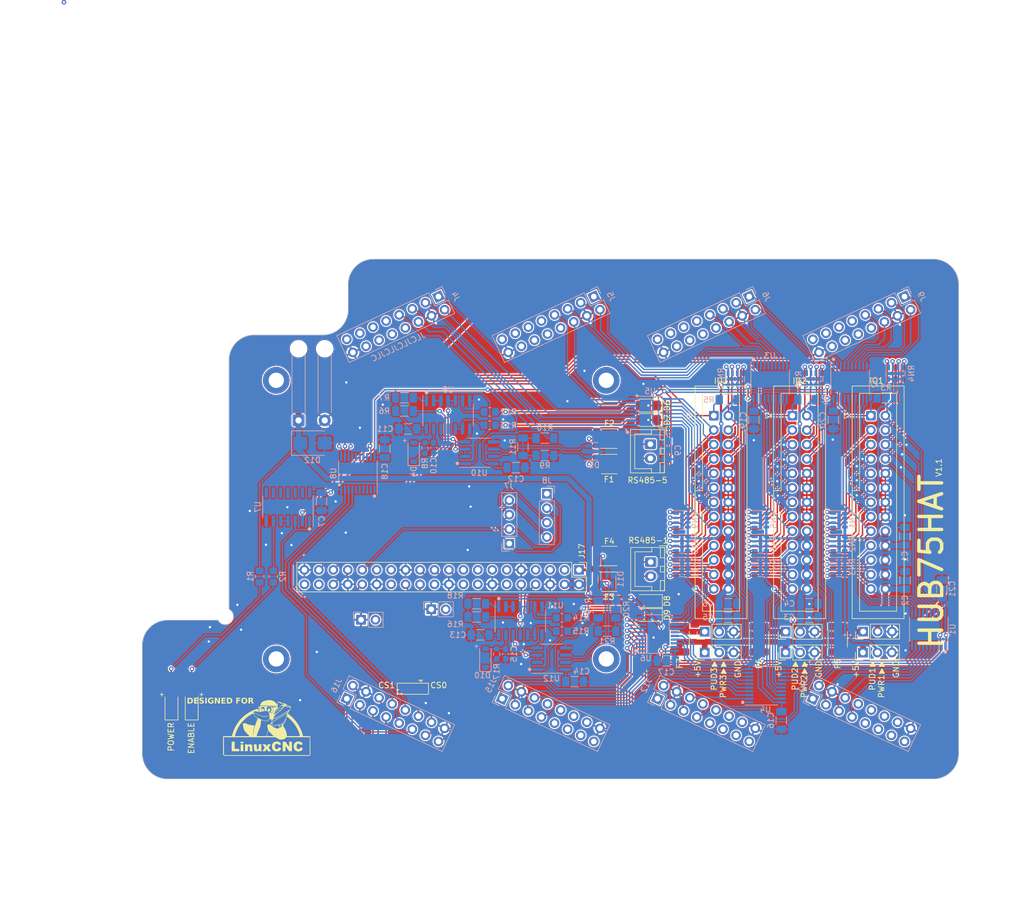
<source format=kicad_pcb>
(kicad_pcb (version 20221018) (generator pcbnew)
  (layers (0 "F.Cu" signal) (31 "B.Cu" signal) (34 "B.Paste" user) (35 "F.Paste" user) (36 "B.SilkS" user "B.Silkscreen") (37 "F.SilkS" user "F.Silkscreen") (38 "B.Mask" user) (39 "F.Mask" user) (44 "Edge.Cuts" user))
  (net 0 "")
  (net 1 "PORTA1")
  (net 2 "PORTA14")
  (net 3 "PORTA2")
  (net 4 "PORTA15")
  (net 5 "PORTA3")
  (net 6 "PORTA16")
  (net 7 "PORTA4")
  (net 8 "PORTA17")
  (net 9 "PORTA5")
  (net 10 "PORTA6")
  (net 11 "PORTA7")
  (net 12 "PORTA8")
  (net 13 "PORTA9")
  (net 14 "PORTA10")
  (net 15 "PORTA11")
  (net 16 "PORTA12")
  (net 17 "PORTA13")
  (net 19 "J5:0")
  (net 20 "J5:1")
  (net 21 "GND")
  (net 22 "ENA")
  (net 23 "+3.3V")
  (net 26 "PORTB8")
  (net 27 "PORTB7")
  (net 28 "PORTB6")
  (net 29 "PORTB5")
  (net 30 "PORTB4")
  (net 31 "PORTB3")
  (net 32 "PORTB2")
  (net 34 "PORTB14")
  (net 35 "PORTB13")
  (net 36 "PORTB12")
  (net 37 "PORTB11")
  (net 38 "PORTB10")
  (net 41 "PORTB17")
  (net 42 "PORTB16")
  (net 43 "PORTB15")
  (net 44 "PORTC9")
  (net 45 "PORTC8")
  (net 46 "PORTC7")
  (net 47 "PORTC6")
  (net 48 "PORTC5")
  (net 49 "PORTC4")
  (net 50 "PORTC3")
  (net 51 "PORTC2")
  (net 52 "PORTC17")
  (net 53 "PORTC16")
  (net 54 "PORTC15")
  (net 55 "PORTC14")
  (net 56 "PORTC13")
  (net 57 "PORTC12")
  (net 58 "PORTC11")
  (net 59 "PORTC10")
  (net 60 "POWOPA")
  (net 61 "POWOPB")
  (net 62 "POWOPC")
  (net 63 "Net-(D1-A)")
  (net 64 "PORTB9")
  (net 65 "PORTB1")
  (net 66 "+5V")
  (net 67 "Net-(JP4-C)")
  (net 68 "Net-(JP5-C)")
  (net 69 "Net-(JP6-C)")
  (net 70 "J5:2")
  (net 71 "J5:4")
  (net 72 "J5:5")
  (net 73 "J5:6")
  (net 74 "J6:0")
  (net 75 "J6:1")
  (net 76 "J6:2")
  (net 77 "J6:4")
  (net 78 "J6:5")
  (net 79 "J6:6")
  (net 80 "J7:0")
  (net 81 "J7:1")
  (net 82 "J7:2")
  (net 83 "J7:4")
  (net 84 "J7:5")
  (net 85 "J7:6")
  (net 86 "J8:0")
  (net 87 "J8:1")
  (net 88 "J8:2")
  (net 89 "J8:4")
  (net 90 "J8:5")
  (net 91 "J8:6")
  (net 124 "J1:0")
  (net 125 "J1:1")
  (net 126 "J1:2")
  (net 127 "J1:4")
  (net 128 "J1:5")
  (net 129 "J1:6")
  (net 154 "J4:0")
  (net 155 "J4:1")
  (net 156 "J4:2")
  (net 157 "J4:4")
  (net 158 "J4:5")
  (net 159 "J4:6")
  (net 160 "PORTC1")
  (net 161 "SPI_CS")
  (net 162 "J4:9")
  (net 163 "J4:8")
  (net 164 "J4:7")
  (net 167 "J2:6")
  (net 168 "J2:5")
  (net 169 "J2:0")
  (net 170 "J2:1")
  (net 171 "J2:2")
  (net 172 "J2:4")
  (net 173 "J3:6")
  (net 174 "J3:5")
  (net 175 "J3:4")
  (net 176 "J3:2")
  (net 177 "J3:0")
  (net 178 "J3:1")
  (net 180 "Net-(D4-A)")
  (net 181 "Net-(D10-A)")
  (net 188 "SPI_MOSI")
  (net 189 "SPI_MISO")
  (net 191 "SPI_CLCK")
  (net 192 "SPI_CE0")
  (net 193 "SPI_CE1")
  (net 199 "/JTAG.TMS")
  (net 200 "/JTAG.TCK")
  (net 201 "/JTAG.TDI")
  (net 202 "/JTAG.TDO")
  (net 204 "Net-(D4-K)")
  (net 205 "Net-(D5-A1)")
  (net 206 "Net-(D5-A2)")
  (net 207 "Net-(D6-A)")
  (net 208 "Net-(D2-A)")
  (net 209 "ENA-LED")
  (net 212 "ENA_IN")
  (net 219 "Net-(D7-A)")
  (net 220 "Net-(D8-A)")
  (net 221 "Net-(D9-A)")
  (net 222 "Net-(D10-K)")
  (net 223 "Net-(D11-A1)")
  (net 224 "Net-(D11-A2)")
  (net 225 "Net-(J20-Pin_2)")
  (net 226 "Net-(J20-Pin_1)")
  (net 227 "Net-(J21-Pin_2)")
  (net 228 "Net-(J21-Pin_1)")
  (net 229 "TXD1")
  (net 230 "RXD1")
  (net 231 "Net-(U10-RO)")
  (net 232 "Net-(R12-Pad1)")
  (net 233 "Net-(R14-Pad1)")
  (net 234 "Net-(U12-RO)")
  (net 235 "Net-(U9-Pad2)")
  (net 236 "Net-(U10-DE)")
  (net 237 "Net-(U11-Pad2)")
  (net 238 "Net-(U12-DE)")
  (net 239 "Net-(R13-Pad1)")
  (net 240 "Net-(R15-Pad1)")
  (net 241 "TXD5")
  (net 242 "RXD5")
  (net 243 "Net-(JP1-A)")
  (net 244 "Net-(JP2-A)")
  (net 245 "Net-(JP3-A)")
  (net 251 "Net-(U7-Pad4)")
  (footprint "Connector_PinHeader_2.54mm:PinHeader_2x20_P2.54mm_Vertical" (layer "F.Cu") (at 212.852 -70.6628 -90)
    (fp_text reference "J17")
    (fp_text value "Conn_02x20_Odd_Even" hide)
  )
  (footprint "Connector_IDC:IDC-Header_2x13_P2.54mm_Vertical" (layer "F.Cu") (at 250.354 -97.79)
    (fp_text reference "IO2")
    (fp_text value "Conn_02x13_Odd_Even")
  )
  (footprint "Fuse:Fuse_1812_4532Metric_Pad1.30x3.40mm_HandSolder" (layer "F.Cu") (at 218.186 -68.58)
    (fp_text reference "F3")
    (fp_text value "108L" hide)
  )
  (footprint "Fuse:Fuse_1812_4532Metric_Pad1.30x3.40mm_HandSolder" (layer "F.Cu") (at 218.186 -89.2664)
    (fp_text reference "F1")
    (fp_text value "108L" hide)
  )
  (footprint "Fuse:Fuse_1812_4532Metric_Pad1.30x3.40mm_HandSolder" (layer "F.Cu") (at 230.5304 -58.4606 90)
    (fp_text reference "F7")
    (fp_text value "108L" hide)
  )
  (footprint "LED_SMD:LED_1206_3216Metric_Pad1.42x1.75mm_HandSolder" (layer "F.Cu") (at 225.044 -62.738 180)
    (fp_text reference "D9")
    (fp_text value "LED" hide)
  )
  (footprint "Connector_PinHeader_2.54mm:PinHeader_1x03_P2.54mm_Vertical" (layer "F.Cu") (at 234.95 -56.134 90)
    (fp_text reference "JP6" hide)
    (fp_text value "Jumper_3_Open" hide)
  )
  (footprint "LED_SMD:LED_1206_3216Metric_Pad1.42x1.75mm_HandSolder" (layer "F.Cu") (at 141.224 -46.736 90)
    (fp_text reference "D1" hide)
    (fp_text value "LED" hide)
  )
  (footprint "LED_SMD:LED_1206_3216Metric_Pad1.42x1.75mm_HandSolder" (layer "F.Cu") (at 225.044 -99.568 180)
    (fp_text reference "D6")
    (fp_text value "LED" hide)
  )
  (footprint "Connector_PinHeader_2.54mm:PinHeader_1x03_P2.54mm_Vertical" (layer "F.Cu") (at 262.763 -56.134 90)
    (fp_text reference "JP4" hide)
    (fp_text value "Jumper_3_Open" hide)
  )
  (footprint "Connector_PinHeader_2.54mm:PinHeader_1x03_P2.54mm_Vertical" (layer "F.Cu") (at 262.8 -59.817 90)
    (fp_text reference "JP1" hide)
    (fp_text value "Jumper_3_Open" hide)
  )
  (footprint "Connector_JST:JST_XH_B2B-XH-A_1x02_P2.50mm_Vertical" (layer "F.Cu") (at 225.3996 -92.7716 -90)
    (fp_text reference "RS485-5")
    (fp_text value "Conn_01x02_Pin" hide)
  )
  (footprint "LED_SMD:LED_1206_3216Metric_Pad1.42x1.75mm_HandSolder" (layer "F.Cu") (at 144.78 -46.736 90)
    (fp_text reference "D2" hide)
    (fp_text value "LED" hide)
  )
  (footprint "Connector_PinHeader_2.54mm:PinHeader_1x03_P2.54mm_Vertical" (layer "F.Cu") (at 234.95 -59.7916 90)
    (fp_text reference "JP3" hide)
    (fp_text value "Jumper_3_Open" hide)
  )
  (footprint "Fuse:Fuse_1812_4532Metric_Pad1.30x3.40mm_HandSolder" (layer "F.Cu") (at 218.186 -73.1012 180)
    (fp_text reference "F4")
    (fp_text value "108L" hide)
  )
  (footprint "Jumper:SolderJumper-3_P2.0mm_Open_TrianglePad1.0x1.5mm" (layer "F.Cu") (at 183.642 -49.784 180)
    (fp_text reference "JP7" hide)
    (fp_text value "SolderJumper_3_Open" hide)
  )
  (footprint "Fuse:Fuse_1812_4532Metric_Pad1.30x3.40mm_HandSolder" (layer "F.Cu") (at 218.186 -93.7368 180)
    (fp_text reference "F2")
    (fp_text value "108L" hide)
  )
  (footprint "LED_SMD:LED_1206_3216Metric_Pad1.42x1.75mm_HandSolder" (layer "F.Cu") (at 225.044 -97.028 180)
    (fp_text reference "D7")
    (fp_text value "LED" hide)
  )
  (footprint "Connector_JST:JST_XH_B2B-XH-A_1x02_P2.50mm_Vertical" (layer "F.Cu") (at 225.4504 -72.0452 -90)
    (fp_text reference "RS485-1")
    (fp_text value "Conn_01x02_Pin" hide)
  )
  (footprint "Connector_PinHeader_2.54mm:PinHeader_1x03_P2.54mm_Vertical" (layer "F.Cu") (at 249.174 -56.134 90)
    (fp_text reference "JP5" hide)
    (fp_text value "Jumper_3_Open" hide)
  )
  (footprint "MountingHole:MountingHole_2.7mm_M2.5_DIN965_Pad_TopBottom" (layer "F.Cu") (at 159.644 -104.002 -90)
    (fp_text reference "REF**" hide)
    (fp_text value "MountingHole_2.7mm_M2.5_DIN965_Pad_TopBottom" hide)
  )
  (footprint "MountingHole:MountingHole_2.7mm_M2.5_DIN965_Pad_TopBottom" (layer "F.Cu") (at 217.644 -55.002 -90)
    (fp_text reference "REF**" hide)
    (fp_text value "MountingHole_2.7mm_M2.5_DIN965_Pad_TopBottom" hide)
  )
  (footprint "Fuse:Fuse_1812_4532Metric_Pad1.30x3.40mm_HandSolder" (layer "F.Cu") (at 258.318 -58.4606 90)
    (fp_text reference "F5")
    (fp_text value "108L" hide)
  )
  (footprint "LOGO" (layer "F.Cu") (at 157.988 -42.926)
    (fp_text reference "G***" hide)
    (fp_text value "LOGO" hide)
  )
  (footprint "MountingHole:MountingHole_2.7mm_M2.5_DIN965_Pad_TopBottom" (layer "F.Cu") (at 159.644 -55.002 -90)
    (fp_text reference "REF**" hide)
    (fp_text value "MountingHole_2.7mm_M2.5_DIN965_Pad_TopBottom" hide)
  )
  (footprint "Connector_PinHeader_2.54mm:PinHeader_1x03_P2.54mm_Vertical" (layer "F.Cu") (at 249.189 -59.7916 90)
    (fp_text reference "JP2" hide)
    (fp_text value "Jumper_3_Open" hide)
  )
  (footprint "Fuse:Fuse_1812_4532Metric_Pad1.30x3.40mm_HandSolder" (layer "F.Cu") (at 244.5004 -58.4606 90)
    (fp_text reference "F6")
    (fp_text value "108L" hide)
  )
  (footprint "Connector_IDC:IDC-Header_2x13_P2.54mm_Vertical" (layer "F.Cu") (at 236.548 -97.79)
    (fp_text reference "IO3")
    (fp_text value "Conn_02x13_Odd_Even")
  )
  (footprint "MountingHole:MountingHole_2.7mm_M2.5_DIN965_Pad_TopBottom" (layer "F.Cu") (at 217.644 -104.002 -90)
    (fp_text reference "REF**" hide)
    (fp_text value "MountingHole_2.7mm_M2.5_DIN965_Pad_TopBottom" hide)
  )
  (footprint "Connector_IDC:IDC-Header_2x13_P2.54mm_Vertical" (layer "F.Cu") (at 264.16 -97.79)
    (fp_text reference "IO1")
    (fp_text value "Conn_02x13_Odd_Even")
  )
  (footprint "LED_SMD:LED_1206_3216Metric_Pad1.42x1.75mm_HandSolder" (layer "F.Cu") (at 225.044 -65.1764 180)
    (fp_text reference "D8")
    (fp_text value "LED" hide)
  )
  (footprint "Diode_SMD:D_SMB" (layer "B.Cu") (at 165.998 -92.964)
    (fp_text reference "D12")
    (fp_text value "SM6T6V8A" hide)
  )
  (footprint "Resistor_SMD:R_Array_Convex_4x0603_handsolder" (layer "B.Cu") (at 230.961 -79.4004 180)
    (fp_text reference "RN9")
    (fp_text value "CN1J4KTTD1002F")
  )
  (footprint "Resistor_SMD:R_Array_Convex_4x0603_handsolder" (layer "B.Cu") (at 268.478 -105.2068 90)
    (fp_text reference "RN4")
    (fp_text value "CN1J4KTTD1002F")
  )
  (footprint "Capacitor_SMD:C_1206_3216Metric_Pad1.33x1.80mm_HandSolder" (layer "B.Cu") (at 248.412 -44.196 -90)
    (fp_text reference "C16")
    (fp_text value "100nF")
  )
  (footprint "Diode_SMD:D_SOD-123" (layer "B.Cu") (at 183.7944 -91.3648 90)
    (fp_text reference "D4")
    (fp_text value "1N4148W" hide)
  )
  (footprint "Resistor_SMD:R_Array_Convex_4x0603_handsolder" (layer "B.Cu") (at 230.961 -71.1708 180)
    (fp_text reference "RN11")
    (fp_text value "CN1J4KTTD1002F")
  )
  (footprint "Connector_PinHeader_2.54mm:PinHeader_1x02_P2.54mm_Vertical" (layer "B.Cu") (at 174.544 -61.89 -90)
    (fp_text reference "J14" hide)
    (fp_text value "V8.0")
  )
  (footprint "Resistor_SMD:R_1206_3216Metric_Pad1.30x1.75mm_HandSolder" (layer "B.Cu") (at 202.9968 -92.3036 90)
    (fp_text reference "R11")
    (fp_text value "120" hide)
  )
  (footprint "Capacitor_SMD:C_1206_3216Metric_Pad1.33x1.80mm_HandSolder" (layer "B.Cu") (at 257.556 -97.028 -90)
    (fp_text reference "C20")
    (fp_text value "100nF" hide)
  )
  (footprint "Package_SO:SOIC-14_3.9x8.7mm_P1.27mm" (layer "B.Cu") (at 161.6964 -81.7514 90)
    (fp_text reference "U7")
    (fp_text value "74HC04")
  )
  (footprint "Connector_PinHeader_2.54mm:PinHeader_1x04_P2.54mm_Vertical" (layer "B.Cu") (at 207.204 -84.055 180)
    (fp_text reference "J8")
    (fp_text value "v8.0" hide)
  )
  (footprint "Resistor_SMD:R_Array_Convex_4x0603_handsolder" (layer "B.Cu") (at 240.2448 -104.2416 90)
    (fp_text reference "RN12")
    (fp_text value "CN1J4KTTD1002F")
  )
  (footprint "Resistor_SMD:R_1206_3216Metric_Pad1.30x1.75mm_HandSolder" (layer "B.Cu") (at 182.1688 -98.6028)
    (fp_text reference "R6")
    (fp_text value "4.7k" hide)
  )
  (footprint "Capacitor_SMD:C_1206_3216Metric_Pad1.33x1.80mm_HandSolder" (layer "B.Cu") (at 195.4784 -59.2328 180)
    (fp_text reference "C13")
    (fp_text value "100nF" hide)
  )
  (footprint "Capacitor_SMD:C_1206_3216Metric_Pad1.33x1.80mm_HandSolder" (layer "B.Cu") (at 212.09 -51.0032)
    (fp_text reference "C14")
    (fp_text value "0.1uF" hide)
  )
  (footprint "Connector_PinSocket_2.54mm:PinSocket_2x08_P2.54mm_Vertical" (layer "B.Cu") (at 188.154 -118.726 115)
    (fp_text reference "J4")
    (fp_text value "HUB75")
  )
  (footprint "Connector_PinHeader_2.54mm:PinHeader_1x02_P2.54mm_Vertical" (layer "B.Cu") (at 186.884 -63.735 -90)
    (fp_text reference "J13" hide)
    (fp_text value "V7.0")
  )
  (footprint "Resistor_SMD:R_Array_Convex_4x0603_handsolder" (layer "B.Cu") (at 244.767 -79.4004 180)
    (fp_text reference "RN5")
    (fp_text value "CN1J4KTTD1002F")
  )
  (footprint "Resistor_SMD:R_1206_3216Metric_Pad1.30x1.75mm_HandSolder" (layer "B.Cu") (at 194.8688 -62.3824)
    (fp_text reference "R16")
    (fp_text value "4.7k" hide)
  )
  (footprint "Resistor_SMD:R_0805_2012Metric_Pad1.20x1.40mm_HandSolder" (layer "B.Cu") (at 209.8548 -62.23)
    (fp_text reference "R14")
    (fp_text value "150")
  )
  (footprint "Connector_PinSocket_2.54mm:PinSocket_2x08_P2.54mm_Vertical" (layer "B.Cu") (at 226.649848 -48.008153 -115)
    (fp_text reference "J12")
    (fp_text value "HUB75")
  )
  (footprint "Resistor_SMD:R_1206_3216Metric_Pad1.30x1.75mm_HandSolder" (layer "B.Cu") (at 239.0516 -100.584)
    (fp_text reference "R5")
    (fp_text value "R")
  )
  (footprint "Resistor_SMD:R_1206_3216Metric_Pad1.30x1.75mm_HandSolder" (layer "B.Cu") (at 216.2556 -63.754 -90)
    (fp_text reference "R19")
    (fp_text value "4.7K" hide)
  )
  (footprint "Capacitor_SMD:C_1206_3216Metric_Pad1.33x1.80mm_HandSolder" (layer "B.Cu") (at 239.0648 -64.7192)
    (fp_text reference "C6")
    (fp_text value "100nF" hide)
  )
  (footprint "Capacitor_SMD:C_1206_3216Metric_Pad1.33x1.80mm_HandSolder" (layer "B.Cu") (at 167.5892 -82.6901 -90)
    (fp_text reference "C7")
    (fp_text value "100nF")
  )
  (footprint "Resistor_SMD:R_0603_1608Metric_Pad0.98x0.95mm_HandSolder" (layer "B.Cu") (at 185.7756 -92.0985 90)
    (fp_text reference "R8")
    (fp_text value "56k")
  )
  (footprint "Connector_PinSocket_2.54mm:PinSocket_2x08_P2.54mm_Vertical" (layer "B.Cu") (at 253.954848 -48.008153 -115)
    (fp_text reference "J11")
    (fp_text value "HUB75")
  )
  (footprint "Capacitor_SMD:C_1206_3216Metric_Pad1.33x1.80mm_HandSolder" (layer "B.Cu") (at 270.129 -76.581 90)
    (fp_text reference "C1")
    (fp_text value "100nF" hide)
  )
  (footprint "Capacitor_SMD:C_1206_3216Metric_Pad1.33x1.80mm_HandSolder" (layer "B.Cu") (at 253.3273 -62.3316)
    (fp_text reference "C3")
    (fp_text value "100nF" hide)
  )
  (footprint "Package_SO:TSSOP-20_4.4x6.5mm_P0.65mm" (layer "B.Cu") (at 225.3665 -97.801)
    (fp_text reference "U5")
    (fp_text value "74CB3T3245")
  )
  (footprint "Resistor_SMD:R_Array_Convex_4x0603_handsolder" (layer "B.Cu") (at 230.961 -75.2856 180)
    (fp_text reference "RN10")
    (fp_text value "CN1J4KTTD1002F")
  )
  (footprint "Resistor_SMD:R_Array_Convex_4x0603_handsolder" (layer "B.Cu") (at 254.0508 -104.2416 90)
    (fp_text reference "RN8")
    (fp_text value "CN1J4KTTD1002F")
  )
  (footprint "Resistor_SMD:R_1206_3216Metric_Pad1.30x1.75mm_HandSolder" (layer "B.Cu") (at 206.8576 -93.8276 180)
    (fp_text reference "R10")
    (fp_text value "4.7K" hide)
  )
  (footprint "Resistor_SMD:R_1206_3216Metric_Pad1.30x1.75mm_HandSolder" (layer "B.Cu") (at 217.7796 -59.8932 180)
    (fp_text reference "R21")
    (fp_text value "120" hide)
  )
  (footprint "Resistor_SMD:R_1206_3216Metric_Pad1.30x1.75mm_HandSolder" (layer "B.Cu") (at 194.8688 -64.7192)
    (fp_text reference "R18")
    (fp_text value "4.7K" hide)
  )
  (footprint "Capacitor_SMD:C_0603_1608Metric_Pad1.08x0.95mm_HandSolder" (layer "B.Cu") (at 199.9488 -55.8811 -90)
    (fp_text reference "C15")
    (fp_text value "33pF")
  )
  (footprint "Capacitor_SMD:C_1206_3216Metric_Pad1.33x1.80mm_HandSolder" (layer "B.Cu") (at 201.7776 -88.646)
    (fp_text reference "C12")
    (fp_text value "0.1uF" hide)
  )
  (footprint "Package_SO:SOIC-14_3.9x8.7mm_P1.27mm" (layer "B.Cu") (at 189.8396 -97.9424 -90)
    (fp_text reference "U9")
    (fp_text value "74HC04" hide)
  )
  (footprint "Capacitor_SMD:C_1206_3216Metric_Pad1.33x1.80mm_HandSolder" (layer "B.Cu") (at 243.586 -97.028 -90)
    (fp_text reference "C19")
    (fp_text value "100nF")
  )
  (footprint "Resistor_SMD:R_0805_2012Metric_Pad1.20x1.40mm_HandSolder" (layer "B.Cu") (at 197.1548 -96.1136)
    (fp_text reference "R13")
    (fp_text value "150")
  )
  (footprint "Capacitor_SMD:C_1206_3216Metric_Pad1.33x1.80mm_HandSolder" (layer "B.Cu") (at 270.166 -68.834 90)
    (fp_text reference "C2")
    (fp_text value "100nF" hide)
  )
  (footprint "Package_SO:SOIC-14_3.9x8.7mm_P1.27mm" (layer "B.Cu") (at 202.5396 -61.722 -90)
    (fp_text reference "U11")
    (fp_text value "74HC04" hide)
  )
  (footprint "Resistor_SMD:R_0603_1608Metric_Pad0.98x0.95mm_HandSolder" (layer "B.Cu") (at 198.374 -55.8819 90)
    (fp_text reference "R17")
    (fp_text value "56k")
  )
  (footprint "Resistor_SMD:R_Array_Convex_4x0603_handsolder" (layer "B.Cu") (at 258.572 -79.4004 180)
    (fp_text reference "RN1")
    (fp_text value "CN1J4KTTD1002F")
  )
  (footprint "Diode_SMD:D_SOD-123" (layer "B.Cu") (at 196.3928 -55.1688 90)
    (fp_text reference "D10")
    (fp_text value "1N4148W" hide)
  )
  (footprint "Connector_PinSocket_2.54mm:PinSocket_2x08_P2.54mm_Vertical" (layer "B.Cu") (at 242.764 -118.726 115)
    (fp_text reference "J6")
    (fp_text value "HUB75")
  )
  (footprint "Package_TO_SOT_SMD:SOT-23" (layer "B.Cu") (at 217.7644 -69.0372 90)
    (fp_text reference "D11")
    (fp_text value "SM712_SOT23")
  )
  (footprint "Package_SO:TSSOP-20_4.4x6.5mm_P0.65mm" (layer "B.Cu") (at 226.8397 -59.3742)
    (fp_text reference "U6")
    (fp_text value "74CB3T3245")
  )
  (footprint "Connector_PinSocket_2.54mm:PinSocket_2x08_P2.54mm_Vertical" (layer "B.Cu") (at 199.344848 -48.008153 -115)
    (fp_text reference "J15")
    (fp_text value "HUB75")
  )
  (footprint "Package_SO:TSSOP-20_4.4x6.5mm_P0.65mm" (layer "B.Cu") (at 245.618 -50.292)
    (fp_text reference "U4")
    (fp_text value "74CB3T3245" hide)
  )
  (footprint "Resistor_SMD:R_0805_2012Metric_Pad1.20x1.40mm_HandSolder" (layer "B.Cu") (at 197.1548 -98.4504)
    (fp_text reference "R12")
    (fp_text value "150")
  )
  (footprint "Resistor_SMD:R_1206_3216Metric_Pad1.30x1.75mm_HandSolder" (layer "B.Cu") (at 182.1688 -100.9396)
    (fp_text reference "R7")
    (fp_text value "4.7K" hide)
  )
  (footprint "Capacitor_SMD:C_1206_3216Metric_Pad1.33x1.80mm_HandSolder" (layer "B.Cu") (at 228.219 -91.694 -90)
    (fp_text reference "C9")
    (fp_text value "100nF" hide)
  )
  (footprint "Package_SO:TSSOP-20_4.4x6.5mm_P0.65mm" (layer "B.Cu") (at 246.451 -103.7005 -90)
    (fp_text reference "U3")
    (fp_text value "74CB3T3245" hide)
  )
  (footprint "Connector_PinHeader_2.54mm:PinHeader_1x04_P2.54mm_Vertical" (layer "B.Cu") (at 200.6 -75.292)
    (fp_text reference "J7")
    (fp_text value "v7.0" hide)
  )
  (footprint "Package_SO:TSSOP-20_4.4x6.5mm_P0.65mm" (layer "B.Cu") (at 260.503 -103.7005 -90)
    (fp_text reference "U2")
    (fp_text value "74CB3T3245")
  )
  (footprint "Capacitor_SMD:C_1206_3216Metric_Pad1.33x1.80mm_HandSolder" (layer "B.Cu") (at 178.7144 -91.9988 90)
    (fp_text reference "C18")
    (fp_text value "100nF" hide)
  )
  (footprint "Package_SO:TSSOP-20_4.4x6.5mm_P0.65mm" (layer "B.Cu") (at 274.32 -60.198 90)
    (fp_text reference "U1")
    (fp_text value "74CB3T3245" hide)
  )
  (footprint "Resistor_SMD:R_0805_2012Metric_Pad1.20x1.40mm_HandSolder" (layer "B.Cu") (at 159.1056 -69.4944 -90)
    (fp_text reference "R2")
    (fp_text value "150")
  )
  (footprint "Resistor_SMD:R_Array_Convex_4x0603_handsolder" (layer "B.Cu") (at 244.767 -75.2856 180)
    (fp_text reference "RN6")
    (fp_text value "CN1J4KTTD1002F")
  )
  (footprint "Resistor_SMD:R_Array_Convex_4x0603_handsolder" (layer "B.Cu") (at 258.572 -75.2856 180)
    (fp_text reference "RN2")
    (fp_text value "CN1J4KTTD1002F")
  )
  (footprint "Capacitor_SMD:C_1206_3216Metric_Pad1.33x1.80mm_HandSolder" (layer "B.Cu") (at 228.1936 -54.6608 180)
    (fp_text reference "C17")
    (fp_text value "100nF" hide)
  )
  (footprint "Resistor_SMD:R_Array_Convex_4x0603_handsolder" (layer "B.Cu") (at 244.767 -71.1708 180)
    (fp_text reference "RN7")
    (fp_text value "CN1J4KTTD1002F")
  )
  (footprint "Connector_PinSocket_2.54mm:PinSocket_2x08_P2.54mm_Vertical" (layer "B.Cu") (at 172.039848 -48.008153 -115)
    (fp_text reference "J16")
    (fp_text value "HUB75")
  )
  (footprint "Resistor_SMD:R_0805_2012Metric_Pad1.20x1.40mm_HandSolder" (layer "B.Cu") (at 209.8548 -59.8932)
    (fp_text reference "R15")
    (fp_text value "150")
  )
  (footprint "Resistor_SMD:R_1206_3216Metric_Pad1.30x1.75mm_HandSolder" (layer "B.Cu") (at 266.8016 -100.9396)
    (fp_text reference "R3")
    (fp_text value "R")
  )
  (footprint "Resistor_SMD:R_Array_Convex_4x0603_handsolder" (layer "B.Cu") (at 258.572 -71.1708 180)
    (fp_text reference "RN3")
    (fp_text value "CN1J4KTTD1002F")
  )
  (footprint "Resistor_SMD:R_0805_2012Metric_Pad1.20x1.40mm_HandSolder" (layer "B.Cu") (at 156.718 -69.4944 -90)
    (fp_text reference "R1")
    (fp_text value "300")
  )
  (footprint "Package_TO_SOT_SMD:SOT-23" (layer "B.Cu") (at 215.5213 -91.5016)
    (fp_text reference "D5")
    (fp_text value "SM712_SOT23")
  )
  (footprint "Connector_Wire:SolderWire-0.5sqmm_1x02_P4.6mm_D0.9mm_OD2.1mm_Relief" (layer "B.Cu") (at 163.562 -96.953)
    (fp_text reference "J10" hide)
    (fp_text value "Conn_01x02")
  )
  (footprint "Capacitor_SMD:C_1206_3216Metric_Pad1.33x1.80mm_HandSolder" (layer "B.Cu") (at 239.0648 -62.3316)
    (fp_text reference "C5")
    (fp_text value "100nF" hide)
  )
  (footprint "Connector_PinSocket_2.54mm:PinSocket_2x08_P2.54mm_Vertical" (layer "B.Cu") (at 215.459 -118.726 115)
    (fp_text reference "J5")
    (fp_text value "HUB75")
  )
  (footprint "Capacitor_SMD:C_1206_3216Metric_Pad1.33x1.80mm_HandSolder" (layer "B.Cu") (at 253.3396 -64.7192)
    (fp_text reference "C4")
    (fp_text value "100nF" hide)
  )
  (footprint "Capacitor_SMD:C_0603_1608Metric_Pad1.08x0.95mm_HandSolder" (layer "B.Cu") (at 187.2996 -92.1523 -90)
    (fp_text reference "C10")
    (fp_text value "33pF")
  )
  (footprint "Capacitor_SMD:C_1206_3216Metric_Pad1.33x1.80mm_HandSolder" (layer "B.Cu") (at 276.606 -67.31 90)
    (fp_text reference "C21")
    (fp_text value "100nF" hide)
  )
  (footprint "Resistor_SMD:R_1206_3216Metric_Pad1.30x1.75mm_HandSolder" (layer "B.Cu") (at 206.8576 -90.7796)
    (fp_text reference "R9")
    (fp_text value "4.7K" hide)
  )
  (footprint "Resistor_SMD:R_1206_3216Metric_Pad1.30x1.75mm_HandSolder" (layer "B.Cu") (at 252.8576 -100.584)
    (fp_text reference "R4")
    (fp_text value "R")
  )
  (footprint "Resistor_SMD:R_1206_3216Metric_Pad1.30x1.75mm_HandSolder" (layer "B.Cu") (at 219.3036 -63.754 90)
    (fp_text reference "R20")
    (fp_text value "4.7K" hide)
  )
  (footprint "Package_SO:SOIC-8_3.9x4.9mm_P1.27mm" (layer "B.Cu") (at 208.0118 -55.0418)
    (fp_text reference "U12")
    (fp_text value "MAX3485" hide)
  )
  (footprint "Connector_PinSocket_2.54mm:PinSocket_2x08_P2.54mm_Vertical" (layer "B.Cu") (at 270.069 -118.726 115)
    (fp_text reference "J9")
    (fp_text value "HUB75")
  )
  (footprint "Package_SO:TSSOP-20_4.4x6.5mm_P0.65mm" (layer "B.Cu") (at 173.99 -87.63 90)
    (fp_text reference "U8")
    (fp_text value "74CB3T3245" hide)
  )
  (footprint "Capacitor_SMD:C_1206_3216Metric_Pad1.33x1.80mm_HandSolder" (layer "B.Cu") (at 182.7784 -95.4532 180)
    (fp_text reference "C11")
    (fp_text value "100nF" hide)
  )
  (footprint "Package_SO:SOIC-8_3.9x4.9mm_P1.27mm" (layer "B.Cu") (at 195.3118 -91.2622)
    (fp_text reference "U10")
    (fp_text value "MAX3485" hide)
  )
  (gr_poly locked (pts (arc (start 140.529 -61.83) (mid 137.38591 -60.52809) (end 136.084 -57.385)) (arc (start 136.084 -38.335) (mid 137.38591 -35.19191) (end 140.529 -33.89)) (arc (start 275.149 -33.89) (mid 278.292089 -35.191911) (end 279.594 -38.335)) (arc (start 279.594 -120.885) (mid 278.292089 -124.02809) (end 275.149 -125.33)) (arc (start 176.724 -125.33) (mid 173.58091 -124.02809) (end 172.279 -120.885)) (arc (start 172.279 -116.44) (mid 170.97709 -113.29691) (end 167.834 -111.995)) (arc (start 155.769 -111.995) (mid 152.62591 -110.69309) (end 151.324 -107.55)) (arc (start 151.324 -63.735) (mid 151.693023 -61.460979) (end 149.419 -61.83))) (stroke (width 0.1)) (fill none) (layer "Edge.Cuts"))
  (gr_text "JLCJLCJLCJLC" (at 181.084 -109.89 25) (layer "B.SilkS") (effects (font (size 1 1)) (justify mirror)))
  (gr_text "+" (at 195.3928 -56.8188) (layer "B.SilkS") (effects (font (size 0.8 0.8) (thickness 0.12)) (justify left bottom mirror)))
  (gr_text "+" (at 182.7944 -93.0148) (layer "B.SilkS") (effects (font (size 0.8 0.8) (thickness 0.12)) (justify left bottom mirror)))
  (gr_text "+" (at 140.089 -48.336) (layer "F.SilkS") (effects (font (size 0.8 0.8) (thickness 0.12)) (justify right bottom)))
  (gr_text "CS1" (at 180.594 -49.784) (layer "F.SilkS") (effects (font (size 1 1)) (justify right bottom)))
  (gr_text "GND" (at 269.173 -54.804 90) (layer "F.SilkS") (effects (font (size 1 1)) (justify right bottom)))
  (gr_text "+" (at 223.444 -61.603 90) (layer "F.SilkS") (effects (font (size 0.8 0.8) (thickness 0.12)) (justify right bottom)))
  (gr_text "HUB75HAT" (at 277.114 -87.884 90) (layer "F.SilkS") (effects (font (size 4 4) (thickness 0.6)) (justify right bottom)))
  (gr_text "DESIGNED FOR" (at 155.702 -46.99) (layer "F.SilkS") (effects (font (size 1 1) (thickness 0.2) bold) (justify right bottom)))
  (gr_text "GND" (at 241.36 -54.804 90) (layer "F.SilkS") (effects (font (size 1 1)) (justify right bottom)))
  (gr_text "POWER" (at 141.732 -43.942 90) (layer "F.SilkS") (effects (font (size 1 1)) (justify right bottom)))
  (gr_text "PUD1▶\nPWR1▶▶" (at 266.603 -54.804 90) (layer "F.SilkS") (effects (font (size 1 1)) (justify right bottom)))
  (gr_text "+" (at 145.915 -48.336) (layer "F.SilkS") (effects (font (size 0.8 0.8) (thickness 0.12)) (justify left bottom)))
  (gr_text "+5V" (at 262.098 -54.804 90) (layer "F.SilkS") (effects (font (size 1 1)) (justify right bottom)))
  (gr_text "PUD3▶\nPWR3▶▶" (at 238.79 -54.804 90) (layer "F.SilkS") (effects (font (size 1 1)) (justify right bottom)))
  (gr_text "+5V" (at 248.509 -54.804 90) (layer "F.SilkS") (effects (font (size 1 1)) (justify right bottom)))
  (gr_text "CS0" (at 189.738 -49.784) (layer "F.SilkS") (effects (font (size 1 1)) (justify right bottom)))
  (gr_text "ENABLE" (at 145.288 -43.942 90) (layer "F.SilkS") (effects (font (size 1 1)) (justify right bottom)))
  (gr_text "+5V" (at 234.285 -54.804 90) (layer "F.SilkS") (effects (font (size 1 1)) (justify right bottom)))
  (gr_text "V1.1" (at 276.098 -88.646 90) (layer "F.SilkS") (effects (font (size 1 1))))
  (gr_text "+" (at 223.444 -100.703 90) (layer "F.SilkS") (effects (font (size 0.8 0.8) (thickness 0.12)) (justify left bottom)))
  (gr_text "GND" (at 255.584 -54.804 90) (layer "F.SilkS") (effects (font (size 1 1)) (justify right bottom)))
  (gr_text "PUD2▶\nPWR2▶▶" (at 253.014 -54.804 90) (layer "F.SilkS") (effects (font (size 1 1)) (justify right bottom)))
  (via (at 122.3264 -170.4848) (size 0.8) (drill 0.4) (layers "F.Cu" "B.Cu") (net 0))
  (segment (start 170.688 -92.421697) (end 170.704497 -92.4052) (width 0.25) (layer "F.Cu") (net 1))
  (segment (start 212.598 -108.204) (end 209.296 -104.902) (width 0.25) (layer "F.Cu") (net 1))
  (segment (start 222.504 -107.696) (end 221.996 -108.204) (width 0.25) (layer "F.Cu") (net 1))
  (segment (start 256.286 -107.696) (end 222.504 -107.696) (width 0.25) (layer "F.Cu") (net 1))
  (segment (start 177.8 -104.902) (end 170.688 -97.79) (width 0.25) (layer "F.Cu") (net 1))
  (segment (start 209.296 -104.902) (end 177.8 -104.902) (width 0.25) (layer "F.Cu") (net 1))
  (segment (start 170.688 -97.79) (end 170.688 -92.421697) (width 0.25) (layer "F.Cu") (net 1))
  (segment (start 264.16 -97.79) (end 260.1468 -97.79) (width 0.25) (layer "F.Cu") (net 1))
  (segment (start 260.1468 -97.79) (end 258.4704 -99.4664) (width 0.25) (layer "F.Cu") (net 1))
  (segment (start 221.996 -108.204) (end 212.598 -108.204) (width 0.25) (layer "F.Cu") (net 1))
  (segment (start 258.4704 -99.4664) (end 258.4704 -105.5116) (width 0.25) (layer "F.Cu") (net 1))
  (segment (start 258.4704 -105.5116) (end 256.286 -107.696) (width 0.25) (layer "F.Cu") (net 1))
  (via (at 170.704497 -92.4052) (size 0.8) (drill 0.4) (layers "F.Cu" "B.Cu") (net 1))
  (segment (start 171.065 -92.044697) (end 170.704497 -92.4052) (width 0.25) (layer "B.Cu") (net 1))
  (segment (start 171.065 -90.4925) (end 171.065 -92.044697) (width 0.25) (layer "B.Cu") (net 1))
  (segment (start 264.16 -99.848) (end 265.2516 -100.9396) (width 0.25) (layer "B.Cu") (net 1))
  (segment (start 264.16 -97.79) (end 264.16 -99.848) (width 0.25) (layer "B.Cu") (net 1))
  (segment (start 266.970497 -107.3404) (end 267.0048 -107.306097) (width 0.25) (layer "F.Cu") (net 2))
  (segment (start 267.0048 -107.306097) (end 267.0048 -98.0948) (width 0.25) (layer "F.Cu") (net 2))
  (segment (start 267.0048 -98.0948) (end 266.7 -97.79) (width 0.25) (layer "F.Cu") (net 2))
  (via (at 266.970497 -107.3404) (size 0.8) (drill 0.4) (layers "F.Cu" "B.Cu") (net 2))
  (segment (start 266.970497 -107.3404) (end 267.278 -107.032897) (width 0.25) (layer "B.Cu") (net 2))
  (segment (start 267.278 -107.032897) (end 267.278 -106.2068) (width 0.25) (layer "B.Cu") (net 2))
  (segment (start 266.7 -97.79) (end 273.05 -91.44) (width 0.25) (layer "B.Cu") (net 2))
  (segment (start 273.05 -66.938772) (end 275.945 -64.043772) (width 0.25) (layer "B.Cu") (net 2))
  (segment (start 275.945 -64.043772) (end 275.945 -63.0605) (width 0.25) (layer "B.Cu") (net 2))
  (segment (start 273.05 -91.44) (end 273.05 -66.938772) (width 0.25) (layer "B.Cu") (net 2))
  (segment (start 256.4732 -80.859806) (end 258.659806 -80.859806) (width 0.25) (layer "F.Cu") (net 3))
  (segment (start 259.2832 -90.3732) (end 264.16 -95.25) (width 0.25) (layer "F.Cu") (net 3))
  (segment (start 259.2832 -81.4832) (end 259.2832 -90.3732) (width 0.25) (layer "F.Cu") (net 3))
  (segment (start 258.659806 -80.859806) (end 259.2832 -81.4832) (width 0.25) (layer "F.Cu") (net 3))
  (via (at 256.4732 -80.859806) (size 0.8) (drill 0.4) (layers "F.Cu" "B.Cu") (net 3))
  (segment (start 256.4732 -80.859806) (end 256.506194 -80.8928) (width 0.25) (layer "B.Cu") (net 3))
  (segment (start 256.506194 -80.8928) (end 256.524 -80.8928) (width 0.25) (layer "B.Cu") (net 3))
  (segment (start 264.16 -95.25) (end 262.89 -96.52) (width 0.25) (layer "B.Cu") (net 3))
  (segment (start 263.428 -99.736) (end 262.89 -99.198) (width 0.25) (layer "B.Cu") (net 3))
  (segment (start 256.658594 -80.859806) (end 256.918 -80.6004) (width 0.25) (layer "B.Cu") (net 3))
  (segment (start 256.918 -80.6004) (end 257.572 -80.6004) (width 0.25) (layer "B.Cu") (net 3))
  (segment (start 263.428 -100.838) (end 263.428 -99.736) (width 0.25) (layer "B.Cu") (net 3))
  (segment (start 262.89 -96.52) (end 262.89 -99.198) (width 0.25) (layer "B.Cu") (net 3))
  (segment (start 256.4732 -80.859806) (end 256.658594 -80.859806) (width 0.25) (layer "B.Cu") (net 3))
  (segment (start 267.97 -96.52) (end 266.7 -95.25) (width 0.25) (layer "F.Cu") (net 4))
  (segment (start 267.97 -107.3404) (end 267.97 -96.52) (width 0.25) (layer "F.Cu") (net 4))
  (via (at 267.97 -107.3404) (size 0.8) (drill 0.4) (layers "F.Cu" "B.Cu") (net 4))
  (segment (start 266.7 -95.25) (end 272.542 -89.408) (width 0.25) (layer "B.Cu") (net 4))
  (segment (start 268.078 -106.2068) (end 268.078 -107.2324) (width 0.25) (layer "B.Cu") (net 4))
  (segment (start 272.542 -66.810376) (end 275.295 -64.057376) (width 0.25) (layer "B.Cu") (net 4))
  (segment (start 268.078 -107.2324) (end 267.97 -107.3404) (width 0.25) (layer "B.Cu") (net 4))
  (segment (start 272.542 -89.408) (end 272.542 -66.810376) (width 0.25) (layer "B.Cu") (net 4))
  (segment (start 275.295 -64.057376) (end 275.295 -63.0605) (width 0.25) (layer "B.Cu") (net 4))
  (segment (start 259.842 -88.392) (end 264.16 -92.71) (width 0.25) (layer "F.Cu") (net 5))
  (segment (start 256.4732 -79.860303) (end 256.475903 -79.8576) (width 0.25) (layer "F.Cu") (net 5))
  (segment (start 256.475903 -79.8576) (end 258.572 -79.8576) (width 0.25) (layer "F.Cu") (net 5))
  (segment (start 259.842 -81.1276) (end 259.842 -88.392) (width 0.25) (layer "F.Cu") (net 5))
  (segment (start 258.572 -79.8576) (end 259.842 -81.1276) (width 0.25) (layer "F.Cu") (net 5))
  (via (at 256.4732 -79.860303) (size 0.8) (drill 0.4) (layers "F.Cu" "B.Cu") (net 5))
  (segment (start 262.382 -99.326396) (end 262.382 -94.488) (width 0.25) (layer "B.Cu") (net 5))
  (segment (start 256.533103 -79.8004) (end 256.4732 -79.860303) (width 0.25) (layer "B.Cu") (net 5))
  (segment (start 257.572 -79.8004) (end 256.533103 -79.8004) (width 0.25) (layer "B.Cu") (net 5))
  (segment (start 262.778 -100.838) (end 262.778 -99.722396) (width 0.25) (layer "B.Cu") (net 5))
  (segment (start 262.778 -99.722396) (end 262.382 -99.326396) (width 0.25) (layer "B.Cu") (net 5))
  (segment (start 262.382 -94.488) (end 264.16 -92.71) (width 0.25) (layer "B.Cu") (net 5))
  (segment (start 269.0368 -107.3404) (end 269.0368 -95.0468) (width 0.25) (layer "F.Cu") (net 6))
  (segment (start 269.0368 -95.0468) (end 266.7 -92.71) (width 0.25) (layer "F.Cu") (net 6))
  (via (at 269.0368 -107.3404) (size 0.8) (drill 0.4) (layers "F.Cu" "B.Cu") (net 6))
  (segment (start 268.878 -106.2068) (end 268.878 -107.1816) (width 0.25) (layer "B.Cu") (net 6))
  (segment (start 268.878 -107.1816) (end 269.0368 -107.3404) (width 0.25) (layer "B.Cu") (net 6))
  (segment (start 272.034 -87.376) (end 272.034 -66.68198) (width 0.25) (layer "B.Cu") (net 6))
  (segment (start 272.034 -66.68198) (end 274.645 -64.07098) (width 0.25) (layer "B.Cu") (net 6))
  (segment (start 266.7 -92.71) (end 272.034 -87.376) (width 0.25) (layer "B.Cu") (net 6))
  (segment (start 274.645 -64.07098) (end 274.645 -63.0605) (width 0.25) (layer "B.Cu") (net 6))
  (segment (start 260.35 -80.8228) (end 260.35 -86.36) (width 0.25) (layer "F.Cu") (net 7))
  (segment (start 256.4732 -78.8608) (end 258.388 -78.8608) (width 0.25) (layer "F.Cu") (net 7))
  (segment (start 260.35 -86.36) (end 264.16 -90.17) (width 0.25) (layer "F.Cu") (net 7))
  (segment (start 258.388 -78.8608) (end 260.35 -80.8228) (width 0.25) (layer "F.Cu") (net 7))
  (via (at 256.4732 -78.8608) (size 0.8) (drill 0.4) (layers "F.Cu" "B.Cu") (net 7))
  (segment (start 257.572 -79.0004) (end 256.6128 -79.0004) (width 0.25) (layer "B.Cu") (net 7))
  (segment (start 262.128 -99.730198) (end 261.874 -99.476198) (width 0.25) (layer "B.Cu") (net 7))
  (segment (start 261.874 -99.476198) (end 261.874 -92.456) (width 0.25) (layer "B.Cu") (net 7))
  (segment (start 261.874 -92.456) (end 264.16 -90.17) (width 0.25) (layer "B.Cu") (net 7))
  (segment (start 256.6128 -79.0004) (end 256.4732 -78.8608) (width 0.25) (layer "B.Cu") (net 7))
  (segment (start 262.128 -100.838) (end 262.128 -99.730198) (width 0.25) (layer "B.Cu") (net 7))
  (segment (start 270.036303 -93.506303) (end 266.7 -90.17) (width 0.25) (layer "F.Cu") (net 8))
  (segment (start 270.036303 -107.3404) (end 270.036303 -93.506303) (width 0.25) (layer "F.Cu") (net 8))
  (via (at 270.036303 -107.3404) (size 0.8) (drill 0.4) (layers "F.Cu" "B.Cu") (net 8))
  (segment (start 271.584 -66.495584) (end 273.995 -64.084584) (width 0.25) (layer "B.Cu") (net 8))
  (segment (start 266.7 -90.17) (end 271.584 -85.286) (width 0.25) (layer "B.Cu") (net 8))
  (segment (start 271.584 -85.286) (end 271.584 -66.495584) (width 0.25) (layer "B.Cu") (net 8))
  (segment (start 269.678 -106.982097) (end 269.678 -106.2068) (width 0.25) (layer "B.Cu") (net 8))
  (segment (start 273.995 -64.084584) (end 273.995 -63.0605) (width 0.25) (layer "B.Cu") (net 8))
  (segment (start 270.036303 -107.3404) (end 269.678 -106.982097) (width 0.25) (layer "B.Cu") (net 8))
  (segment (start 260.858 -80.518) (end 260.858 -84.328) (width 0.25) (layer "F.Cu") (net 9))
  (segment (start 256.490133 -77.827867) (end 258.167867 -77.827867) (width 0.25) (layer "F.Cu") (net 9))
  (segment (start 260.858 -84.328) (end 264.16 -87.63) (width 0.25) (layer "F.Cu") (net 9))
  (segment (start 258.167867 -77.827867) (end 260.858 -80.518) (width 0.25) (layer "F.Cu") (net 9))
  (via (at 256.490133 -77.827867) (size 0.8) (drill 0.4) (layers "F.Cu" "B.Cu") (net 9))
  (segment (start 261.478 -99.934) (end 261.366 -99.822) (width 0.25) (layer "B.Cu") (net 9))
  (segment (start 256.862666 -78.2004) (end 257.572 -78.2004) (width 0.25) (layer "B.Cu") (net 9))
  (segment (start 256.490133 -77.827867) (end 256.862666 -78.2004) (width 0.25) (layer "B.Cu") (net 9))
  (segment (start 256.490133 -77.827867) (end 256.4224 -77.760134) (width 0.25) (layer "B.Cu") (net 9))
  (segment (start 261.366 -90.424) (end 264.16 -87.63) (width 0.25) (layer "B.Cu") (net 9))
  (segment (start 261.366 -99.822) (end 261.366 -90.424) (width 0.25) (layer "B.Cu") (net 9))
  (segment (start 261.478 -100.838) (end 261.478 -99.934) (width 0.25) (layer "B.Cu") (net 9))
  (segment (start 256.4224 -77.760134) (end 256.4224 -77.6924) (width 0.25) (layer "B.Cu") (net 9))
  (segment (start 256.4732 -76.745006) (end 260.844206 -76.745006) (width 0.25) (layer "F.Cu") (net 10))
  (segment (start 261.5184 -82.4484) (end 264.16 -85.09) (width 0.25) (layer "F.Cu") (net 10))
  (segment (start 260.844206 -76.745006) (end 261.5184 -77.4192) (width 0.25) (layer "F.Cu") (net 10))
  (segment (start 261.5184 -77.4192) (end 261.5184 -82.4484) (width 0.25) (layer "F.Cu") (net 10))
  (via (at 256.4732 -76.745006) (size 0.8) (drill 0.4) (layers "F.Cu" "B.Cu") (net 10))
  (segment (start 256.506194 -76.778) (end 256.524 -76.778) (width 0.25) (layer "B.Cu") (net 10))
  (segment (start 260.858 -88.392) (end 264.16 -85.09) (width 0.25) (layer "B.Cu") (net 10))
  (segment (start 256.4732 -76.745006) (end 256.658594 -76.745006) (width 0.25) (layer "B.Cu") (net 10))
  (segment (start 256.918 -76.4856) (end 257.572 -76.4856) (width 0.25) (layer "B.Cu") (net 10))
  (segment (start 260.858 -100.808) (end 260.858 -88.392) (width 0.25) (layer "B.Cu") (net 10))
  (segment (start 256.658594 -76.745006) (end 256.918 -76.4856) (width 0.25) (layer "B.Cu") (net 10))
  (segment (start 256.4732 -76.745006) (end 256.506194 -76.778) (width 0.25) (layer "B.Cu") (net 10))
  (segment (start 260.759103 -75.745503) (end 256.4732 -75.745503) (width 0.25) (layer "F.Cu") (net 11))
  (segment (start 264.16 -82.55) (end 262.128 -80.518) (width 0.25) (layer "F.Cu") (net 11))
  (segment (start 264.1092 -82.4992) (end 264.16 -82.55) (width 0.25) (layer "F.Cu") (net 11))
  (segment (start 262.128 -77.1144) (end 260.759103 -75.745503) (width 0.25) (layer "F.Cu") (net 11))
  (segment (start 262.128 -80.518) (end 262.128 -77.1144) (width 0.25) (layer "F.Cu") (net 11))
  (via (at 256.4732 -75.745503) (size 0.8) (drill 0.4) (layers "F.Cu" "B.Cu") (net 11))
  (segment (start 260.35 -99.822) (end 260.35 -86.36) (width 0.25) (layer "B.Cu") (net 11))
  (segment (start 256.533103 -75.6856) (end 256.4732 -75.745503) (width 0.25) (layer "B.Cu") (net 11))
  (segment (start 257.572 -75.6856) (end 256.533103 -75.6856) (width 0.25) (layer "B.Cu") (net 11))
  (segment (start 260.178 -99.994) (end 260.35 -99.822) (width 0.25) (layer "B.Cu") (net 11))
  (segment (start 260.178 -100.838) (end 260.178 -99.994) (width 0.25) (layer "B.Cu") (net 11))
  (segment (start 260.35 -86.36) (end 264.16 -82.55) (width 0.25) (layer "B.Cu") (net 11))
  (segment (start 262.6868 -78.5368) (end 262.6868 -76.8096) (width 0.25) (layer "F.Cu") (net 12))
  (segment (start 264.16 -80.01) (end 262.6868 -78.5368) (width 0.25) (layer "F.Cu") (net 12))
  (segment (start 262.6868 -76.8096) (end 260.6232 -74.746) (width 0.25) (layer "F.Cu") (net 12))
  (segment (start 260.6232 -74.746) (end 256.4732 -74.746) (width 0.25) (layer "F.Cu") (net 12))
  (via (at 256.4732 -74.746) (size 0.8) (drill 0.4) (layers "F.Cu" "B.Cu") (net 12))
  (segment (start 259.842 -99.442396) (end 259.842 -84.328) (width 0.25) (layer "B.Cu") (net 12))
  (segment (start 256.6128 -74.8856) (end 256.4732 -74.746) (width 0.25) (layer "B.Cu") (net 12))
  (segment (start 259.528 -100.838) (end 259.528 -99.756396) (width 0.25) (layer "B.Cu") (net 12))
  (segment (start 259.528 -99.756396) (end 259.842 -99.442396) (width 0.25) (layer "B.Cu") (net 12))
  (segment (start 257.572 -74.8856) (end 256.6128 -74.8856) (width 0.25) (layer "B.Cu") (net 12))
  (segment (start 259.842 -84.328) (end 264.16 -80.01) (width 0.25) (layer "B.Cu") (net 12))
  (segment (start 264.16 -77.47) (end 264.16 -77.4192) (width 0.25) (layer "F.Cu") (net 13))
  (segment (start 264.16 -77.4192) (end 260.453867 -73.713067) (width 0.25) (layer "F.Cu") (net 13))
  (segment (start 260.453867 -73.713067) (end 256.490133 -73.713067) (width 0.25) (layer "F.Cu") (net 13))
  (via (at 256.490133 -73.713067) (size 0.8) (drill 0.4) (layers "F.Cu" "B.Cu") (net 13))
  (segment (start 259.334 -82.296) (end 259.334 -99.314) (width 0.25) (layer "B.Cu") (net 13))
  (segment (start 256.4224 -73.645334) (end 256.4224 -73.5776) (width 0.25) (layer "B.Cu") (net 13))
  (segment (start 258.878 -99.77) (end 259.334 -99.314) (width 0.25) (layer "B.Cu") (net 13))
  (segment (start 256.490133 -73.713067) (end 256.862666 -74.0856) (width 0.25) (layer "B.Cu") (net 13))
  (segment (start 256.490133 -73.713067) (end 256.4224 -73.645334) (width 0.25) (layer "B.Cu") (net 13))
  (segment (start 258.878 -100.838) (end 258.878 -99.77) (width 0.25) (layer "B.Cu") (net 13))
  (segment (start 264.16 -77.47) (end 259.334 -82.296) (width 0.25) (layer "B.Cu") (net 13))
  (segment (start 256.862666 -74.0856) (end 257.572 -74.0856) (width 0.25) (layer "B.Cu") (net 13))
  (segment (start 264.16 -74.93) (end 261.860206 -72.630206) (width 0.25) (layer "F.Cu") (net 14))
  (segment (start 261.860206 -72.630206) (end 256.4732 -72.630206) (width 0.25) (layer "F.Cu") (net 14))
  (via (at 256.4732 -72.630206) (size 0.8) (drill 0.4) (layers "F.Cu" "B.Cu") (net 14))
  (segment (start 256.658594 -72.630206) (end 256.918 -72.3708) (width 0.25) (layer "B.Cu") (net 14))
  (segment (start 270.844 -64.69) (end 271.395 -64.139) (width 0.25) (layer "B.Cu") (net 14))
  (segment (start 271.395 -64.139) (end 271.395 -63.0605) (width 0.25) (layer "B.Cu") (net 14))
  (segment (start 256.918 -72.3708) (end 257.572 -72.3708) (width 0.25) (layer "B.Cu") (net 14))
  (segment (start 262.085 -66.450507) (end 263.845507 -64.69) (width 0.25) (layer "B.Cu") (net 14))
  (segment (start 256.4732 -72.630206) (end 256.506194 -72.6632) (width 0.25) (layer "B.Cu") (net 14))
  (segment (start 256.4732 -72.630206) (end 256.658594 -72.630206) (width 0.25) (layer "B.Cu") (net 14))
  (segment (start 262.085 -72.855) (end 262.085 -66.450507) (width 0.25) (layer "B.Cu") (net 14))
  (segment (start 256.506194 -72.6632) (end 256.524 -72.6632) (width 0.25) (layer "B.Cu") (net 14))
  (segment (start 264.16 -74.93) (end 262.085 -72.855) (width 0.25) (layer "B.Cu") (net 14))
  (segment (start 263.845507 -64.69) (end 270.844 -64.69) (width 0.25) (layer "B.Cu") (net 14))
  (segment (start 256.475903 -71.628) (end 256.4732 -71.630703) (width 0.25) (layer "F.Cu") (net 15))
  (segment (start 264.16 -72.39) (end 263.398 -71.628) (width 0.25) (layer "F.Cu") (net 15))
  (segment (start 263.398 -71.628) (end 256.475903 -71.628) (width 0.25) (layer "F.Cu") (net 15))
  (via (at 256.4732 -71.630703) (size 0.8) (drill 0.4) (layers "F.Cu" "B.Cu") (net 15))
  (segment (start 262.535 -70.765) (end 262.535 -66.636903) (width 0.25) (layer "B.Cu") (net 15))
  (segment (start 262.535 -66.636903) (end 264.031903 -65.14) (width 0.25) (layer "B.Cu") (net 15))
  (segment (start 272.045 -64.125396) (end 272.045 -63.0605) (width 0.25) (layer "B.Cu") (net 15))
  (segment (start 264.16 -72.39) (end 262.535 -70.765) (width 0.25) (layer "B.Cu") (net 15))
  (segment (start 257.572 -71.5708) (end 256.533103 -71.5708) (width 0.25) (layer "B.Cu") (net 15))
  (segment (start 256.533103 -71.5708) (end 256.4732 -71.630703) (width 0.25) (layer "B.Cu") (net 15))
  (segment (start 264.031903 -65.14) (end 271.030396 -65.14) (width 0.25) (layer "B.Cu") (net 15))
  (segment (start 271.030396 -65.14) (end 272.045 -64.125396) (width 0.25) (layer "B.Cu") (net 15))
  (segment (start 263.398 -70.612) (end 256.4924 -70.612) (width 0.25) (layer "F.Cu") (net 16))
  (segment (start 256.4924 -70.612) (end 256.4732 -70.6312) (width 0.25) (layer "F.Cu") (net 16))
  (segment (start 264.16 -69.85) (end 263.398 -70.612) (width 0.25) (layer "F.Cu") (net 16))
  (via (at 256.4732 -70.6312) (size 0.8) (drill 0.4) (layers "F.Cu" "B.Cu") (net 16))
  (segment (start 256.6128 -70.7708) (end 256.4732 -70.6312) (width 0.25) (layer "B.Cu") (net 16))
  (segment (start 264.218299 -65.59) (end 271.216792 -65.59) (width 0.25) (layer "B.Cu") (net 16))
  (segment (start 271.216792 -65.59) (end 272.695 -64.111792) (width 0.25) (layer "B.Cu") (net 16))
  (segment (start 262.985 -68.675) (end 262.985 -66.823299) (width 0.25) (layer "B.Cu") (net 16))
  (segment (start 257.572 -70.7708) (end 256.6128 -70.7708) (width 0.25) (layer "B.Cu") (net 16))
  (segment (start 264.16 -69.85) (end 262.985 -68.675) (width 0.25) (layer "B.Cu") (net 16))
  (segment (start 262.985 -66.823299) (end 264.218299 -65.59) (width 0.25) (layer "B.Cu") (net 16))
  (segment (start 272.695 -64.111792) (end 272.695 -63.0605) (width 0.25) (layer "B.Cu") (net 16))
  (segment (start 261.871733 -69.598267) (end 256.490133 -69.598267) (width 0.25) (layer "F.Cu") (net 17))
  (segment (start 264.16 -67.31) (end 261.871733 -69.598267) (width 0.25) (layer "F.Cu") (net 17))
  (via (at 256.490133 -69.598267) (size 0.8) (drill 0.4) (layers "F.Cu" "B.Cu") (net 17))
  (segment (start 264.16 -67.31) (end 265.43 -66.04) (width 0.25) (layer "B.Cu") (net 17))
  (segment (start 265.43 -66.04) (end 271.403188 -66.04) (width 0.25) (layer "B.Cu") (net 17))
  (segment (start 256.4224 -69.530534) (end 256.4224 -69.4628) (width 0.25) (layer "B.Cu") (net 17))
  (segment (start 273.345 -64.098188) (end 273.345 -63.0605) (width 0.25) (layer "B.Cu") (net 17))
  (segment (start 256.490133 -69.598267) (end 256.862666 -69.9708) (width 0.25) (layer "B.Cu") (net 17))
  (segment (start 271.403188 -66.04) (end 273.345 -64.098188) (width 0.25) (layer "B.Cu") (net 17))
  (segment (start 256.490133 -69.598267) (end 256.4224 -69.530534) (width 0.25) (layer "B.Cu") (net 17))
  (segment (start 256.862666 -69.9708) (end 257.572 -69.9708) (width 0.25) (layer "B.Cu") (net 17))
  (segment (start 188.940423 -118.726) (end 208.890422 -98.776) (width 0.25) (layer "B.Cu") (net 19))
  (segment (start 222.504 -98.776) (end 208.890422 -98.776) (width 0.25) (layer "B.Cu") (net 19))
  (segment (start 189.22745 -116.423978) (end 207.525428 -98.126) (width 0.25) (layer "B.Cu") (net 20))
  (segment (start 222.504 -98.126) (end 207.525428 -98.126) (width 0.25) (layer "B.Cu") (net 20))
  (segment (start 239.088 -87.466) (end 238.924 -87.63) (width 0.25) (layer "F.Cu") (net 21))
  (segment locked (start 239.088 -80.174) (end 239.088 -87.466) (width 0.25) (layer "F.Cu") (net 21))
  (segment locked (start 252.894 -80.01) (end 252.894 -87.63) (width 0.25) (layer "F.Cu") (net 21))
  (segment (start 238.924 -80.01) (end 239.088 -80.174) (width 0.25) (layer "F.Cu") (net 21))
  (segment (start 252.894 -80.01) (end 252.894 -82.55) (width 0.25) (layer "F.Cu") (net 21))
  (segment locked (start 266.7 -80.01) (end 266.7 -87.63) (width 0.25) (layer "F.Cu") (net 21))
  (segment (start 252.894 -82.55) (end 252.894 -87.63) (width 0.25) (layer "F.Cu") (net 21))
  (via (at 207.772 -58.2676) (size 0.8) (drill 0.4) (layers "F.Cu" "B.Cu") (net 21))
  (via (at 257.4544 -93.5736) (size 0.8) (drill 0.4) (layers "F.Cu" "B.Cu") (net 21))
  (via (at 253.3396 -64.6684) (size 0.8) (drill 0.4) (layers "F.Cu" "B.Cu") (net 21))
  (via (at 204.3684 -61.3156) (size 0.8) (drill 0.4) (layers "F.Cu" "B.Cu") (net 21))
  (via (at 225.044 -99.568) (size 0.8) (drill 0.4) (layers "F.Cu" "B.Cu") (net 21))
  (via (at 185.928 -47.244) (size 0.8) (drill 0.4) (layers "F.Cu" "B.Cu") (net 21))
  (via (at 178.3588 -99.7204) (size 0.8) (drill 0.4) (layers "F.Cu" "B.Cu") (net 21))
  (via (at 224.1804 -103.378) (size 0.8) (drill 0.4) (layers "F.Cu" "B.Cu") (net 21))
  (via (at 199.7964 -93.4212) (size 0.8) (drill 0.4) (layers "F.Cu" "B.Cu") (net 21))
  (via (at 193.802 -81.788) (size 0.8) (drill 0.4) (layers "F.Cu" "B.Cu") (net 21))
  (via (at 187.706 -114.046) (size 0.8) (drill 0.4) (layers "F.Cu" "B.Cu") (net 21))
  (via (at 233.8948 -86.2584) (size 0.8) (drill 0.4) (layers "F.Cu" "B.Cu") (net 21))
  (via (at 211.9376 -64.6684) (size 0.8) (drill 0.4) (layers "F.Cu" "B.Cu") (net 21))
  (via (at 251.6632 -73.7616) (size 0.8) (drill 0.4) (layers "F.Cu" "B.Cu") (net 21))
  (via (at 270.129 -80.264) (size 0.8) (drill 0.4) (layers "F.Cu" "B.Cu") (net 21))
  (via (at 195.2752 -100.6348) (size 0.8) (drill 0.4) (layers "F.Cu" "B.Cu") (net 21))
  (via (at 242.316 -114.046) (size 0.8) (drill 0.4) (layers "F.Cu" "B.Cu") (net 21))
  (via (at 225.9584 -58.7756) (size 0.8) (drill 0.4) (layers "F.Cu" "B.Cu") (net 21))
  (via (at 248.8692 -92.6592) (size 0.8) (drill 0.4) (layers "F.Cu" "B.Cu") (net 21))
  (via (at 147.7772 -58.0644) (size 0.8) (drill 0.4) (layers "F.Cu" "B.Cu") (net 21))
  (via (at 270.256 -56.515) (size 0.8) (drill 0.4) (layers "F.Cu" "B.Cu") (net 21))
  (via (at 270.256 -62.992) (size 0.8) (drill 0.4) (layers "F.Cu" "B.Cu") (net 21))
  (via (at 199.524605 -97.137467) (size 0.8) (drill 0.4) (layers "F.Cu" "B.Cu") (net 21))
  (via (at 258.318 -50.546) (size 0.8) (drill 0.4) (layers "F.Cu" "B.Cu") (net 21))
  (via (at 203.1492 -57.6072) (size 0.8) (drill 0.4) (layers "F.Cu" "B.Cu") (net 21))
  (via (at 166.7764 -56.2356) (size 0.8) (drill 0.4) (layers "F.Cu" "B.Cu") (net 21))
  (via (at 171.958 -103.632) (size 0.8) (drill 0.4) (layers "F.Cu" "B.Cu") (net 21))
  (via (at 147.9804 -60.6044) (size 0.8) (drill 0.4) (layers "F.Cu" "B.Cu") (net 21))
  (via (at 233.9456 -88.8492) (size 0.8) (drill 0.4) (layers "F.Cu" "B.Cu") (net 21))
  (via (at 154.9908 -81.026) (size 0.8) (drill 0.4) (layers "F.Cu" "B.Cu") (net 21))
  (via (at 193.294 -74.168) (size 0.8) (drill 0.4) (layers "F.Cu" "B.Cu") (net 21))
  (via (at 171.8564 -77.216) (size 0.8) (drill 0.4) (layers "F.Cu" "B.Cu") (net 21))
  (via (at 247.7008 -86.2584) (size 0.8) (drill 0.4) (layers "F.Cu" "B.Cu") (net 21))
  (via (at 253.3396 -62.2808) (size 0.8) (drill 0.4) (layers "F.Cu" "B.Cu") (net 21))
  (via (at 247.7516 -88.8492) (size 0.8) (drill 0.4) (layers "F.Cu" "B.Cu") (net 21))
  (via (at 247.8024 -83.7184) (size 0.8) (drill 0.4) (layers "F.Cu" "B.Cu") (net 21))
  (via (at 233.9964 -83.7184) (size 0.8) (drill 0.4) (layers "F.Cu" "B.Cu") (net 21))
  (via (at 261.6708 -83.7692) (size 0.8) (drill 0.4) (layers "F.Cu" "B.Cu") (net 21))
  (via (at 213.4616 -61.3156) (size 0.8) (drill 0.4) (layers "F.Cu" "B.Cu") (net 21))
  (via (at 248.8692 -90.0684) (size 0.8) (drill 0.4) (layers "F.Cu" "B.Cu") (net 21))
  (via (at 225.044 -97.028) (size 0.8) (drill 0.4) (layers "F.Cu" "B.Cu") (net 21))
  (via (at 157.8356 -75.0824) (size 0.8) (drill 0.4) (layers "F.Cu" "B.Cu") (net 21))
  (via (at 208.1276 -64.2112) (size 0.8) (drill 0.4) (layers "F.Cu" "B.Cu") (net 21))
  (via (at 153.4668 -60.1472) (size 0.8) (drill 0.4) (layers "F.Cu" "B.Cu") (net 21))
  (via (at 262.6868 -90.17) (size 0.8) (drill 0.4) (layers "F.Cu" "B.Cu") (net 21))
  (via (at 270.4084 -92.6592) (size 0.8) (drill 0.4) (layers "F.Cu" "B.Cu") (net 21))
  (via (at 160.6296 -77.1144) (size 0.8) (drill 0.4) (layers "F.Cu" "B.Cu") (net 21))
  (via (at 214.884 -114.046) (size 0.8) (drill 0.4) (layers "F.Cu" "B.Cu") (net 21))
  (via (at 194.9196 -94.6404) (size 0.8) (drill 0.4) (layers "F.Cu" "B.Cu") (net 21))
  (via (at 243.586 -93.472) (size 0.8) (drill 0.4) (layers "F.Cu" "B.Cu") (net 21))
  (via (at 152.8064 -64.516) (size 0.8) (drill 0.4) (layers "F.Cu" "B.Cu") (net 21))
  (via (at 210.82 -100.33) (size 0.8) (drill 0.4) (layers "F.Cu" "B.Cu") (net 21))
  (via (at 162.306 -75.0316) (size 0.8) (drill 0.4) (layers "F.Cu" "B.Cu") (net 21))
  (via (at 270.129 -72.517) (size 0.8) (drill 0.4) (layers "F.Cu" "B.Cu") (net 21))
  (via (at 269.4432 -88.6968) (size 0.8) (drill 0.4) (layers "F.Cu" "B.Cu") (net 21))
  (via (at 269.6464 -90.9828) (size 0.8) (drill 0.4) (layers "F.Cu" "B.Cu") (net 21))
  (via (at 163.83 -47.752) (size 0.8) (drill 0.4) (layers "F.Cu" "B.Cu") (net 21))
  (via (at 189.992 -45.466) (size 0.8) (drill 0.4) (layers "F.Cu" "B.Cu") (net 21))
  (via (at 213.8172 -105.664) (size 0.8) (drill 0.4) (layers "F.Cu" "B.Cu") (net 21))
  (via (at 170.0784 -82.7024) (size 0.8) (drill 0.4) (layers "F.Cu" "B.Cu") (net 21))
  (via (at 261.6708 -88.9) (size 0.8) (drill 0.4) (layers "F.Cu" "B.Cu") (net 21))
  (via (at 261.6708 -86.4108) (size 0.8) (drill 0.4) (layers "F.Cu" "B.Cu") (net 21))
  (via (at 193.548 -85.344) (size 0.8) (drill 0.4) (layers "F.Cu" "B.Cu") (net 21))
  (via (at 174.3456 -95.6564) (size 0.8) (drill 0.4) (layers "F.Cu" "B.Cu") (net 21))
  (via (at 161.5948 -81.6864) (size 0.8) (drill 0.4) (layers "F.Cu" "B.Cu") (net 21))
  (via (at 269.24 -113.792) (size 0.8) (drill 0.4) (layers "F.Cu" "B.Cu") (net 21))
  (via (at 202.692 -54.102) (size 0.8) (drill 0.4) (layers "F.Cu" "B.Cu") (net 21))
  (via (at 199.4916 -61.4172) (size 0.8) (drill 0.4) (layers "F.Cu" "B.Cu") (net 21))
  (via (at 214.2236 -59.2328) (size 0.8) (drill 0.4) (layers "F.Cu" "B.Cu") (net 21))
  (via (at 230.378 -66.3956) (size 0.8) (drill 0.4) (layers "F.Cu" "B.Cu") (net 21))
  (segment (start 230.02532 -49.236724) (end 230.163276 -49.236724) (width 0.25) (layer "B.Cu") (net 21))
  (segment (start 226.526961 -42.796022) (end 216.532451 -42.796022) (width 0.25) (layer "B.Cu") (net 21))
  (segment (start 230.632 -46.901061) (end 226.526961 -42.796022) (width 0.25) (layer "B.Cu") (net 21))
  (segment (start 202.72032 -49.236724) (end 202.82187 -49.135174) (width 0.25) (layer "B.Cu") (net 21))
  (segment (start 199.260022 -42.796022) (end 189.227451 -42.796022) (width 0.25) (layer "B.Cu") (net 21))
  (segment (start 202.82187 -46.35787) (end 199.260022 -42.796022) (width 0.25) (layer "B.Cu") (net 21))
  (segment (start 230.163276 -49.236724) (end 230.632 -48.768) (width 0.25) (layer "B.Cu") (net 21))
  (segment (start 202.82187 -49.135174) (end 202.82187 -46.35787) (width 0.25) (layer "B.Cu") (net 21))
  (segment (start 230.632 -48.768) (end 230.632 -46.901061) (width 0.25) (layer "B.Cu") (net 21))
  (segment (start 245.106767 -54.679) (end 274.897 -54.679) (width 0.25) (layer "F.Cu") (net 22))
  (segment (start 228.0545 -55.3079) (end 228.658 -54.7044) (width 0.25) (layer "F.Cu") (net 22))
  (segment (start 227.838 -68.911596) (end 227.838 -81.749202) (width 0.25) (layer "F.Cu") (net 22))
  (segment (start 228.0545 -57.0992) (end 228.5054 -57.5501) (width 0.25) (layer "F.Cu") (net 22))
  (segment (start 228.0545 -57.0992) (end 228.0545 -55.3079) (width 0.25) (layer "F.Cu") (net 22))
  (segment (start 227.842299 -102.103701) (end 227.584 -102.362) (width 0.25) (layer "F.Cu") (net 22))
  (segment (start 176.1236 -92.456) (end 176.2252 -92.3544) (width 0.25) (layer "F.Cu") (net 22))
  (segment (start 228.9992 -82.910402) (end 228.9992 -100.9468) (width 0.25) (layer "F.Cu") (net 22))
  (segment (start 274.897 -54.679) (end 276.352 -56.134) (width 0.25) (layer "F.Cu") (net 22))
  (segment (start 227.838 -81.749202) (end 228.9992 -82.910402) (width 0.25) (layer "F.Cu") (net 22))
  (segment (start 276.352 -56.134) (end 276.352 -59.182) (width 0.25) (layer "F.Cu") (net 22))
  (segment (start 176.2252 -92.5576) (end 176.1236 -92.456) (width 0.25) (layer "F.Cu") (net 22))
  (segment (start 211.074 -103.378) (end 179.1208 -103.378) (width 0.25) (layer "F.Cu") (net 22))
  (segment (start 179.1208 -103.378) (end 176.2252 -100.4824) (width 0.25) (layer "F.Cu") (net 22))
  (segment (start 228.5054 -57.5501) (end 228.5054 -61.729) (width 0.25) (layer "F.Cu") (net 22))
  (segment (start 245.071567 -54.7044) (end 245.101867 -54.6741) (width 0.25) (layer "F.Cu") (net 22))
  (segment (start 219.456 -100.584) (end 213.868 -100.584) (width 0.25) (layer "F.Cu") (net 22))
  (segment (start 245.101867 -54.6741) (end 245.106767 -54.679) (width 0.25) (layer "F.Cu") (net 22))
  (segment (start 227.584 -102.362) (end 221.234 -102.362) (width 0.25) (layer "F.Cu") (net 22))
  (segment (start 228.9992 -62.2228) (end 228.9992 -67.750396) (width 0.25) (layer "F.Cu") (net 22))
  (segment (start 228.9992 -100.9468) (end 227.842299 -102.103701) (width 0.25) (layer "F.Cu") (net 22))
  (segment (start 228.658 -54.7044) (end 245.071567 -54.7044) (width 0.25) (layer "F.Cu") (net 22))
  (segment (start 164.2364 -80.772) (end 164.4396 -80.772) (width 0.25) (layer "F.Cu") (net 22))
  (segment (start 228.9992 -67.750396) (end 227.838 -68.911596) (width 0.25) (layer "F.Cu") (net 22))
  (segment (start 176.2252 -100.4824) (end 176.2252 -92.5576) (width 0.25) (layer "F.Cu") (net 22))
  (segment (start 228.5054 -61.729) (end 228.9992 -62.2228) (width 0.25) (layer "F.Cu") (net 22))
  (segment (start 221.234 -102.362) (end 219.456 -100.584) (width 0.25) (layer "F.Cu") (net 22))
  (segment (start 213.868 -100.584) (end 211.074 -103.378) (width 0.25) (layer "F.Cu") (net 22))
  (segment (start 164.4396 -80.772) (end 176.1236 -92.456) (width 0.25) (layer "F.Cu") (net 22))
  (via (at 176.1236 -92.456) (size 0.8) (drill 0.4) (layers "F.Cu" "B.Cu") (net 22))
  (via (at 276.352 -59.182) (size 0.8) (drill 0.4) (layers "F.Cu" "B.Cu") (net 22))
  (via (at 245.101867 -54.6741) (size 0.8) (drill 0.4) (layers "F.Cu" "B.Cu") (net 22))
  (via (at 164.2364 -80.772) (size 0.8) (drill 0.4) (layers "F.Cu" "B.Cu") (net 22))
  (via (at 227.842299 -102.103701) (size 0.8) (drill 0.4) (layers "F.Cu" "B.Cu") (net 22))
  (via (at 228.0545 -57.0992) (size 0.8) (drill 0.4) (layers "F.Cu" "B.Cu") (net 22))
  (segment (start 176.265 -90.4925) (end 176.265 -92.3146) (width 0.25) (layer "B.Cu") (net 22))
  (segment (start 226.822 -96.244459) (end 227.540459 -95.526) (width 0.25) (layer "B.Cu") (net 22))
  (segment (start 276.595 -59.425) (end 276.595 -63.0605) (width 0.25) (layer "B.Cu") (net 22))
  (segment (start 227.540459 -95.526) (end 228.229 -95.526) (width 0.25) (layer "B.Cu") (net 22))
  (segment (start 258.228 -101.526541) (end 258.228 -100.838) (width 0.25) (layer "B.Cu") (net 22))
  (segment (start 228.0412 -101.9048) (end 244.960659 -101.9048) (width 0.25) (layer "B.Cu") (net 22))
  (segment (start 244.176 -100.838) (end 244.176 -101.8852) (width 0.25) (layer "B.Cu") (net 22))
  (segment (start 245.11 -54.665967) (end 245.11 -50.038) (width 0.25) (layer "B.Cu") (net 22))
  (segment (start 244.960659 -101.9048) (end 257.849741 -101.9048) (width 0.25) (layer "B.Cu") (net 22))
  (segment (start 245.101867 -54.6741) (end 245.11 -54.665967) (width 0.25) (layer "B.Cu") (net 22))
  (segment (start 247.131 -48.017) (end 248.4805 -48.017) (width 0.25) (layer "B.Cu") (net 22))
  (segment (start 257.849741 -101.9048) (end 258.228 -101.526541) (width 0.25) (layer "B.Cu") (net 22))
  (segment (start 164.2364 -79.2764) (end 164.2364 -80.772) (width 0.25) (layer "B.Cu") (net 22))
  (segment (start 276.352 -59.182) (end 276.595 -59.425) (width 0.25) (layer "B.Cu") (net 22))
  (segment (start 228.0545 -57.0992) (end 229.7022 -57.0992) (width 0.25) (layer "B.Cu") (net 22))
  (segment (start 164.2364 -80.772) (end 164.2364 -81.026) (width 0.25) (layer "B.Cu") (net 22))
  (segment (start 227.842299 -102.103701) (end 226.822 -101.083402) (width 0.25) (layer "B.Cu") (net 22))
  (segment (start 245.11 -50.038) (end 247.131 -48.017) (width 0.25) (layer "B.Cu") (net 22))
  (segment (start 227.842299 -102.103701) (end 228.0412 -101.9048) (width 0.25) (layer "B.Cu") (net 22))
  (segment (start 176.265 -92.3146) (end 176.1236 -92.456) (width 0.25) (layer "B.Cu") (net 22))
  (segment (start 226.822 -101.083402) (end 226.822 -96.244459) (width 0.25) (layer "B.Cu") (net 22))
  (segment (start 227.2792 -68.834) (end 227.2792 -81.788) (width 0.25) (layer "F.Cu") (net 23))
  (segment (start 214.4776 -66.548) (end 214.4776 -70.358) (width 0.5) (layer "F.Cu") (net 23))
  (segment (start 225.692699 -101.854) (end 221.488 -101.854) (width 0.25) (layer "F.Cu") (net 23))
  (segment (start 214.9348 -65.8876) (end 221.996 -65.8876) (width 0.5) (layer "F.Cu") (net 23))
  (segment (start 244.348 -53.9496) (end 245.470253 -53.9496) (width 0.25) (layer "F.Cu") (net 23))
  (segment (start 196.790602 -102.362) (end 196.794901 -102.357701) (width 0.25) (layer "F.Cu") (net 23))
  (segment (start 227.33 -55.118) (end 228.1936 -54.2544) (width 0.25) (layer "F.Cu") (net 23))
  (segment (start 277.368 -55.88) (end 277.368 -59.182) (width 0.25) (layer "F.Cu") (net 23))
  (segment (start 169.2148 -84.2772) (end 169.1132 -84.2772) (width 0.25) (layer "F.Cu") (net 23))
  (segment (start 219.456 -99.822) (end 213.106 -99.822) (width 0.25) (layer "F.Cu") (net 23))
  (segment (start 176.9364 -100.557204) (end 176.9364 -95.4532) (width 0.25) (layer "F.Cu") (net 23))
  (segment (start 244.0432 -54.2544) (end 244.348 -53.9496) (width 0.25) (layer "F.Cu") (net 23))
  (segment (start 221.488 -101.854) (end 219.456 -99.822) (width 0.25) (layer "F.Cu") (net 23))
  (segment (start 213.106 -99.822) (end 210.566 -102.362) (width 0.25) (layer "F.Cu") (net 23))
  (segment (start 196.794901 -102.357701) (end 179.328299 -102.357701) (width 0.25) (layer "F.Cu") (net 23))
  (segment (start 176.9364 -92.1004) (end 169.2148 -84.3788) (width 0.25) (layer "F.Cu") (net 23))
  (segment (start 226.16277 -101.383929) (end 225.692699 -101.854) (width 0.25) (layer "F.Cu") (net 23))
  (segment (start 227.33 -60.706) (end 227.33 -56.400112) (width 0.25) (layer "F.Cu") (net 23))
  (segment (start 214.4776 -70.358) (end 214.1728 -70.6628) (width 0.5) (layer "F.Cu") (net 23))
  (segment (start 178.741196 -102.362) (end 176.9364 -100.557204) (width 0.25) (layer "F.Cu") (net 23))
  (segment (start 210.566 -102.362) (end 208.788 -102.362) (width 0.25) (layer "F.Cu") (net 23))
  (segment (start 214.1728 -70.6628) (end 212.852 -70.6628) (width 0.5) (layer "F.Cu") (net 23))
  (segment (start 179.328299 -102.357701) (end 179.324 -102.362) (width 0.25) (layer "F.Cu") (net 23))
  (segment (start 227.33 -61.189996) (end 228.5492 -62.409196) (width 0.25) (layer "F.Cu") (net 23))
  (segment (start 169.2148 -84.3788) (end 169.2148 -84.2772) (width 0.25) (layer "F.Cu") (net 23))
  (segment (start 242.57 -100.838) (end 242.57 -102.87) (width 0.25) (layer "F.Cu") (net 23))
  (segment (start 245.470253 -53.9496) (end 245.749653 -54.229) (width 0.25) (layer "F.Cu") (net 23))
  (segment (start 228.5492 -99.822) (end 228.5492 -83.2104) (width 0.25) (layer "F.Cu") (net 23))
  (segment (start 176.9364 -95.4532) (end 176.9364 -92.1004) (width 0.25) (layer "F.Cu") (net 23))
  (segment (start 196.7992 -102.362) (end 196.794901 -102.357701) (width 0.25) (layer "F.Cu") (net 23))
  (segment (start 275.717 -54.229) (end 277.368 -55.88) (width 0.25) (layer "F.Cu") (net 23))
  (segment (start 179.324 -102.362) (end 178.741196 -102.362) (width 0.25) (layer "F.Cu") (net 23))
  (segment (start 228.5492 -83.2104) (end 227.1268 -81.788) (width 0.25) (layer "F.Cu") (net 23))
  (segment (start 228.1936 -54.2544) (end 244.0432 -54.2544) (width 0.25) (layer "F.Cu") (net 23))
  (segment (start 214.4776 -66.3448) (end 214.9348 -65.8876) (width 0.5) (layer "F.Cu") (net 23))
  (segment (start 228.5492 -67.564) (end 227.2792 -68.834) (width 0.25) (layer "F.Cu") (net 23))
  (segment (start 227.33 -60.706) (end 227.33 -61.189996) (width 0.25) (layer "F.Cu") (net 23))
  (segment (start 214.4776 -66.548) (end 214.4776 -66.3448) (width 0.5) (layer "F.Cu") (net 23))
  (segment (start 226.987271 -101.383929) (end 228.5492 -99.822) (width 0.25) (layer "F.Cu") (net 23))
  (segment (start 169.1132 -84.2772) (end 169.0116 -84.1756) (width 0.25) (layer "F.Cu") (net 23))
  (segment (start 226.16277 -101.383929) (end 226.987271 -101.383929) (width 0.25) (layer "F.Cu") (net 23))
  (segment (start 245.749653 -54.229) (end 275.717 -54.229) (width 0.25) (layer "F.Cu") (net 23))
  (segment (start 228.5492 -62.409196) (end 228.5492 -67.564) (width 0.25) (layer "F.Cu") (net 23))
  (segment (start 256.4892 -100.838) (end 256.4892 -102.8192) (width 0.25) (layer "F.Cu") (net 23))
  (segment (start 208.788 -102.362) (end 196.7992 -102.362) (width 0.25) (layer "F.Cu") (net 23))
  (segment (start 227.33 -56.400112) (end 227.33 -55.118) (width 0.25) (layer "F.Cu") (net 23))
  (segment (start 221.996 -65.8876) (end 222.0468 -65.8876) (width 0.5) (layer "F.Cu") (net 23))
  (via (at 214.4776 -66.548) (size 0.8) (drill 0.4) (layers "F.Cu" "B.Cu") (net 23))
  (via (at 169.2148 -84.2772) (size 0.8) (drill 0.4) (layers "F.Cu" "B.Cu") (net 23))
  (via (at 242.57 -102.87) (size 0.8) (drill 0.4) (layers "F.Cu" "B.Cu") (net 23))
  (via (at 196.794901 -102.357701) (size 0.8) (drill 0.4) (layers "F.Cu" "B.Cu") (net 23))
  (via (at 256.4892 -102.8192) (size 0.8) (drill 0.4) (layers "F.Cu" "B.Cu") (net 23))
  (via (at 221.996 -65.8876) (size 0.8) (drill 0.4) (layers "F.Cu" "B.Cu") (net 23))
  (via (at 256.4892 -100.838) (size 0.8) (drill 0.4) (layers "F.Cu" "B.Cu") (net 23))
  (via (at 277.368 -59.182) (size 0.8) (drill 0.4) (layers "F.Cu" "B.Cu") (net 23))
  (via (at 227.33 -60.706) (size 0.8) (drill 0.4) (layers "F.Cu" "B.Cu") (net 23))
  (via (at 242.57 -100.838) (size 0.8) (drill 0.4) (layers "F.Cu" "B.Cu") (net 23))
  (via (at 226.16277 -101.383929) (size 0.8) (drill 0.4) (layers "F.Cu" "B.Cu") (net 23))
  (via (at 227.33 -56.400112) (size 0.8) (drill 0.4) (layers "F.Cu" "B.Cu") (net 23))
  (via (at 244.348 -53.9496) (size 0.8) (drill 0.4) (layers "F.Cu" "B.Cu") (net 23))
  (segment (start 195.9864 -93.2688) (end 195.9864 -89.8144) (width 0.25) (layer "B.Cu") (net 23))
  (segment (start 247.019 -47.367) (end 248.4805 -47.367) (width 0.25) (layer "B.Cu") (net 23))
  (segment (start 227.540459 -94.876) (end 228.229 -94.876) (width 0.25) (layer "B.Cu") (net 23))
  (segment (start 201.8422 -97.582305) (end 201.8422 -94.779) (width 0.25) (layer "B.Cu") (net 23))
  (segment (start 257.578 -100.838) (end 256.4892 -100.838) (width 0.25) (layer "B.Cu") (net 23))
  (segment (start 243.526 -100.838) (end 243.526 -98.6505) (width 0.25) (layer "B.Cu") (net 23))
  (segment (start 277.245 -63.877) (end 276.606 -64.516) (width 0.25) (layer "B.Cu") (net 23))
  (segment (start 180.6188 -98.5272) (end 183.6786 -95.4674) (width 0.25) (layer "B.Cu") (net 23))
  (segment (start 226.16277 -101.383929) (end 225.806 -101.027159) (width 0.25) (layer "B.Cu") (net 23))
  (segment (start 242.0548 -102.3548) (end 242.57 -102.87) (width 0.25) (layer "B.Cu") (net 23))
  (segment (start 210.5275 -53.0961) (end 210.4868 -53.1368) (width 0.25) (layer "B.Cu") (net 23))
  (segment (start 214.4776 -66.548) (end 214.4776 -63.407705) (width 0.25) (layer "B.Cu") (net 23))
  (segment (start 226.16277 -101.44877) (end 227.542701 -102.828701) (width 0.25) (layer "B.Cu") (net 23))
  (segment (start 214.4776 -66.548) (end 214.4776 -66.294) (width 0.25) (layer "B.Cu") (net 23))
  (segment (start 176.915 -90.4925) (end 178.6582 -90.4925) (width 0.25) (layer "B.Cu") (net 23))
  (segment (start 244.348 -53.9496) (end 244.348 -50.038) (width 0.25) (layer "B.Cu") (net 23))
  (segment (start 207.3148 -93.8276) (end 208.4076 -93.8276) (width 0.25) (layer "B.Cu") (net 23))
  (segment (start 228.616505 -102.3548) (end 242.0548 -102.3548) (width 0.25) (layer "B.Cu") (net 23))
  (segment (start 277.245 -63.0605) (end 277.245 -63.877) (width 0.25) (layer "B.Cu") (net 23))
  (segment (start 248.4805 -47.367) (end 248.4805 -45.827) (width 0.25) (layer "B.Cu") (net 23))
  (segment (start 227.33 -56.400112) (end 227.355912 -56.3742) (width 0.25) (layer "B.Cu") (net 23))
  (segment (start 197.7868 -88.9284) (end 198.12 -88.5952) (width 0.25) (layer "B.Cu") (net 23))
  (segment (start 225.806 -96.610459) (end 227.540459 -94.876) (width 0.25) (layer "B.Cu") (net 23))
  (segment (start 180.6188 -98.6028) (end 180.6188 -98.5272) (width 0.25) (layer "B.Cu") (net 23))
  (segment (start 244.348 -50.038) (end 247.019 -47.367) (width 0.25) (layer "B.Cu") (net 23))
  (segment (start 243.0852 -102.3548) (end 242.57 -102.87) (width 0.25) (layer "B.Cu") (net 23))
  (segment (start 183.6786 -95.4674) (end 186.0296 -95.4674) (width 0.25) (layer "B.Cu") (net 23))
  (segment (start 167.6138 -84.2772) (end 167.5892 -84.2526) (width 0.25) (layer "B.Cu") (net 23))
  (segment (start 208.6864 -57.15) (end 208.6864 -53.594) (width 0.25) (layer "B.Cu") (net 23))
  (segment (start 180.6188 -98.5012) (end 180.6188 -102.336) (width 0.25) (layer "B.Cu") (net 23))
  (segment (start 214.4776 -66.294) (end 215.4676 -65.304) (width 0.25) (layer "B.Cu") (net 23))
  (segment (start 196.794901 -102.357701) (end 197.066804 -102.357701) (width 0.25) (layer "B.Cu") (net 23))
  (segment (start 227.355912 -56.3742) (end 229.6272 -56.3742) (width 0.25) (layer "B.Cu") (net 23))
  (segment (start 256.4892 -102.8192) (end 256.0248 -102.3548) (width 0.25) (layer "B.Cu") (net 23))
  (segment (start 214.4776 -66.548) (end 214.0204 -66.0908) (width 0.25) (layer "B.Cu") (net 23))
  (segment (start 197.4596 -94.742) (end 202.047027 -94.742) (width 0.25) (layer "B.Cu") (net 23))
  (segment (start 195.9864 -89.8144) (end 196.4436 -89.3572) (width 0.25) (layer "B.Cu") (net 23))
  (segment (start 212.09 -58.7756) (end 210.312 -58.7756) (width 0.25) (layer "B.Cu") (net 23))
  (segment (start 214.4776 -63.407705) (end 214.6692 -63.216105) (width 0.25) (layer "B.Cu") (net 23))
  (segment (start 196.4436 -89.3572) (end 197.7868 -89.3572) (width 0.25) (layer "B.Cu") (net 23))
  (segment (start 215.4676 -65.304) (end 216.2556 -65.304) (width 0.25) (layer "B.Cu") (net 23))
  (segment (start 228.1782 -94.9029) (end 228.1682 -94.8929) (width 0.25) (layer "B.Cu") (net 23))
  (segment (start 277.245 -59.305) (end 277.368 -59.182) (width 0.25) (layer "B.Cu") (net 23))
  (segment (start 193.3188 -62.3068) (end 196.3786 -59.247) (width 0.25) (layer "B.Cu") (net 23))
  (segment (start 227.542701 -102.828701) (end 228.142604 -102.828701) (width 0.25) (layer "B.Cu") (net 23))
  (segment (start 197.7868 -89.3572) (end 197.7868 -88.9284) (width 0.25) (layer "B.Cu") (net 23))
  (segment (start 228.142604 -102.828701) (end 228.616505 -102.3548) (width 0.25) (layer "B.Cu") (net 23))
  (segment (start 225.806 -101.027159) (end 225.806 -96.610459) (width 0.25) (layer "B.Cu") (net 23))
  (segment (start 193.3436 -66.0908) (end 193.3188 -66.1156) (width 0.25) (layer "B.Cu") (net 23))
  (segment (start 167.563 -84.2264) (end 167.5892 -84.2526) (width 0.25) (layer "B.Cu") (net 23))
  (segment (start 178.7652 -102.362) (end 180.6448 -102.362) (width 0.25) (layer "B.Cu") (net 23))
  (segment (start 210.312 -58.7756) (end 208.6864 -57.15) (width 0.25) (layer "B.Cu") (net 23))
  (segment (start 206.1148 -95.0276) (end 207.3148 -93.8276) (width 0.25) (layer "B.Cu") (net 23))
  (segment (start 176.915 -90.4925) (end 176.915 -100.5118) (width 0.25) (layer "B.Cu") (net 23))
  (segment (start 169.2148 -84.2772) (end 167.6138 -84.2772) (width 0.25) (layer "B.Cu") (net 23))
  (segment (start 193.3188 -66.1156) (end 193.3188 -62.2808) (width 0.25) (layer "B.Cu") (net 23))
  (segment (start 243.526 -100.838) (end 242.57 -100.838) (width 0.25) (layer "B.Cu") (net 23))
  (segment (start 200.1643 -88.5952) (end 200.2151 -88.646) (width 0.25) (layer "B.Cu") (net 23))
  (segment (start 229.6272 -56.3742) (end 229.7022 -56.4492) (width 0.25) (layer "B.Cu") (net 23))
  (segment (start 196.3786 -59.247) (end 198.7296 -59.247) (width 0.25) (layer "B.Cu") (net 23))
  (segment (start 214.6692 -63.216105) (end 214.6692 -61.3548) (width 0.25) (layer "B.Cu") (net 23))
  (segment (start 178.6582 -90.4925) (end 178.7144 -90.4363) (width 0.25) (layer "B.Cu") (net 23))
  (segment (start 214.0204 -66.0908) (end 213.7664 -66.0908) (width 0.25) (layer "B.Cu") (net 23))
  (segment (start 180.6188 -102.336) (end 180.6448 -102.362) (width 0.25) (layer "B.Cu") (net 23))
  (segment (start 176.915 -100.5118) (end 178.7652 -102.362) (width 0.25) (layer "B.Cu") (net 23))
  (segment (start 243.526 -98.6505) (end 243.586 -98.5905) (width 0.25) (layer "B.Cu") (net 23))
  (segment (start 197.066804 -102.357701) (end 201.8422 -97.582305) (width 0.25) (layer "B.Cu") (net 23))
  (segment (start 248.4805 -45.827) (end 248.412 -45.7585) (width 0.25) (layer "B.Cu") (net 23))
  (segment (start 213.7664 -66.0908) (end 193.3436 -66.0908) (width 0.25) (layer "B.Cu") (net 23))
  (segment (start 277.245 -63.0605) (end 277.245 -59.305) (width 0.25) (layer "B.Cu") (net 23))
  (segment (start 214.6692 -61.3548) (end 212.09 -58.7756) (width 0.25) (layer "B.Cu") (net 23))
  (segment (start 229.7022 -54.7147) (end 229.7561 -54.6608) (width 0.25) (layer "B.Cu") (net 23))
  (segment (start 202.047027 -94.742) (end 202.332627 -95.0276) (width 0.25) (layer "B.Cu") (net 23))
  (segment (start 229.7022 -56.4492) (end 229.7022 -54.7147) (width 0.25) (layer "B.Cu") (net 23))
  (segment (start 165.5064 -84.2264) (end 167.563 -84.2264) (width 0.25) (layer "B.Cu") (net 23))
  (segment (start 209.1436 -53.1368) (end 210.4868 -53.1368) (width 0.25) (layer "B.Cu") (net 23))
  (segment (start 210.5275 -51.0032) (end 210.5275 -53.0961) (width 0.25) (layer "B.Cu") (net 23))
  (segment (start 257.578 -98.6125) (end 257.556 -98.5905) (width 0.25) (layer "B.Cu") (net 23))
  (segment (start 202.332627 -95.0276) (end 206.1148 -95.0276) (width 0.25) (layer "B.Cu") (net 23))
  (segment (start 198.12 -88.5952) (end 200.1643 -88.5952) (width 0.25) (layer "B.Cu") (net 23))
  (segment (start 197.4596 -94.742) (end 195.9864 -93.2688) (width 0.25) (layer "B.Cu") (net 23))
  (segment (start 208.6864 -53.594) (end 209.1436 -53.1368) (width 0.25) (layer "B.Cu") (net 23))
  (segment (start 256.0248 -102.3548) (end 243.0852 -102.3548) (width 0.25) (layer "B.Cu") (net 23))
  (segment (start 222.1484 -65.8876) (end 221.996 -65.8876) (width 0.5) (layer "B.Cu") (net 23))
  (segment (start 228.229 -94.876) (end 228.229 -93.2665) (width 0.25) (layer "B.Cu") (net 23))
  (segment (start 257.578 -100.838) (end 257.578 -98.6125) (width 0.25) (layer "B.Cu") (net 23))
  (segment (start 196.790602 -102.362) (end 196.794901 -102.357701) (width 0.25) (layer "B.Cu") (net 23))
  (segment (start 180.6448 -102.362) (end 196.790602 -102.362) (width 0.25) (layer "B.Cu") (net 23))
  (segment (start 276.606 -64.516) (end 276.606 -65.7475) (width 0.25) (layer "B.Cu") (net 23))
  (segment (start 226.16277 -101.383929) (end 226.16277 -101.44877) (width 0.25) (layer "B.Cu") (net 23))
  (segment (start 227.33 -60.706) (end 222.1484 -65.8876) (width 0.5) (layer "B.Cu") (net 23))
  (segment (start 248.8808 -78.5368) (end 248.8808 -76.8096) (width 0.25) (layer "F.Cu") (net 26))
  (segment (start 250.354 -80.01) (end 248.8808 -78.5368) (width 0.25) (layer "F.Cu") (net 26))
  (segment (start 246.8172 -74.746) (end 242.6672 -74.746) (width 0.25) (layer "F.Cu") (net 26))
  (segment (start 248.8808 -76.8096) (end 246.8172 -74.746) (width 0.25) (layer "F.Cu") (net 26))
  (via (at 242.6682 -74.746) (size 0.8) (drill 0.4) (layers "F.Cu" "B.Cu") (net 26))
  (segment (start 245.872 -84.328) (end 250.19 -80.01) (width 0.25) (layer "B.Cu") (net 26))
  (segment (start 245.872 -99.442396) (end 245.872 -84.328) (width 0.25) (layer "B.Cu") (net 26))
  (segment (start 242.8078 -74.8856) (end 242.6682 -74.746) (width 0.25) (layer "B.Cu") (net 26))
  (segment (start 243.767 -74.8856) (end 242.8078 -74.8856) (width 0.25) (layer "B.Cu") (net 26))
  (segment (start 245.476 -100.838) (end 245.476 -99.838396) (width 0.25) (layer "B.Cu") (net 26))
  (segment (start 245.476 -99.838396) (end 245.872 -99.442396) (width 0.25) (layer "B.Cu") (net 26))
  (segment (start 248.322 -77.1144) (end 246.953103 -75.745503) (width 0.25) (layer "F.Cu") (net 27))
  (segment (start 250.3032 -82.4992) (end 250.354 -82.55) (width 0.25) (layer "F.Cu") (net 27))
  (segment (start 250.354 -82.55) (end 248.322 -80.518) (width 0.25) (layer "F.Cu") (net 27))
  (segment (start 248.322 -80.518) (end 248.322 -77.1144) (width 0.25) (layer "F.Cu") (net 27))
  (segment (start 246.953103 -75.745503) (end 242.6672 -75.745503) (width 0.25) (layer "F.Cu") (net 27))
  (via (at 242.6682 -75.745503) (size 0.8) (drill 0.4) (layers "F.Cu" "B.Cu") (net 27))
  (segment (start 246.38 -86.36) (end 250.19 -82.55) (width 0.25) (layer "B.Cu") (net 27))
  (segment (start 243.767 -75.6856) (end 242.728103 -75.6856) (width 0.25) (layer "B.Cu") (net 27))
  (segment (start 246.126 -100.1295) (end 246.38 -99.8755) (width 0.25) (layer "B.Cu") (net 27))
  (segment (start 242.728103 -75.6856) (end 242.6682 -75.745503) (width 0.25) (layer "B.Cu") (net 27))
  (segment (start 246.38 -99.8755) (end 246.38 -86.36) (width 0.25) (layer "B.Cu") (net 27))
  (segment (start 246.126 -100.838) (end 246.126 -100.1295) (width 0.25) (layer "B.Cu") (net 27))
  (segment (start 247.038206 -76.745006) (end 247.7124 -77.4192) (width 0.25) (layer "F.Cu") (net 28))
  (segment (start 242.6672 -76.745006) (end 247.038206 -76.745006) (width 0.25) (layer "F.Cu") (net 28))
  (segment (start 247.7124 -77.4192) (end 247.7124 -82.4484) (width 0.25) (layer "F.Cu") (net 28))
  (segment (start 247.7124 -82.4484) (end 250.354 -85.09) (width 0.25) (layer "F.Cu") (net 28))
  (via (at 242.6682 -76.745006) (size 0.8) (drill 0.4) (layers "F.Cu" "B.Cu") (net 28))
  (segment (start 242.6682 -76.745006) (end 242.853594 -76.745006) (width 0.25) (layer "B.Cu") (net 28))
  (segment (start 242.701194 -76.778) (end 242.719 -76.778) (width 0.25) (layer "B.Cu") (net 28))
  (segment (start 242.6682 -76.745006) (end 242.701194 -76.778) (width 0.25) (layer "B.Cu") (net 28))
  (segment (start 246.888 -88.392) (end 250.19 -85.09) (width 0.25) (layer "B.Cu") (net 28))
  (segment (start 243.113 -76.4856) (end 243.767 -76.4856) (width 0.25) (layer "B.Cu") (net 28))
  (segment (start 242.853594 -76.745006) (end 243.113 -76.4856) (width 0.25) (layer "B.Cu") (net 28))
  (segment (start 246.888 -100.726) (end 246.888 -88.392) (width 0.25) (layer "B.Cu") (net 28))
  (segment (start 242.684133 -77.827867) (end 244.361867 -77.827867) (width 0.25) (layer "F.Cu") (net 29))
  (segment (start 247.052 -84.328) (end 250.354 -87.63) (width 0.25) (layer "F.Cu") (net 29))
  (segment (start 247.052 -80.518) (end 247.052 -84.328) (width 0.25) (layer "F.Cu") (net 29))
  (segment (start 244.361867 -77.827867) (end 247.052 -80.518) (width 0.25) (layer "F.Cu") (net 29))
  (via (at 242.685133 -77.827867) (size 0.8) (drill 0.4) (layers "F.Cu" "B.Cu") (net 29))
  (segment (start 247.426 -99.344) (end 247.396 -99.314) (width 0.25) (layer "B.Cu") (net 29))
  (segment (start 243.057666 -78.2004) (end 243.767 -78.2004) (width 0.25) (layer "B.Cu") (net 29))
  (segment (start 242.685133 -77.827867) (end 242.6174 -77.760134) (width 0.25) (layer "B.Cu") (net 29))
  (segment (start 247.396 -90.424) (end 247.396 -99.314) (width 0.25) (layer "B.Cu") (net 29))
  (segment (start 242.685133 -77.827867) (end 243.057666 -78.2004) (width 0.25) (layer "B.Cu") (net 29))
  (segment (start 242.6174 -77.760134) (end 242.6174 -77.6924) (width 0.25) (layer "B.Cu") (net 29))
  (segment (start 250.19 -87.63) (end 247.396 -90.424) (width 0.25) (layer "B.Cu") (net 29))
  (segment (start 247.426 -100.838) (end 247.426 -99.344) (width 0.25) (layer "B.Cu") (net 29))
  (segment (start 246.544 -80.8228) (end 246.544 -86.36) (width 0.25) (layer "F.Cu") (net 30))
  (segment (start 244.582 -78.8608) (end 246.544 -80.8228) (width 0.25) (layer "F.Cu") (net 30))
  (segment (start 242.6672 -78.8608) (end 244.582 -78.8608) (width 0.25) (layer "F.Cu") (net 30))
  (segment (start 246.544 -86.36) (end 250.354 -90.17) (width 0.25) (layer "F.Cu") (net 30))
  (via (at 242.6682 -78.8608) (size 0.8) (drill 0.4) (layers "F.Cu" "B.Cu") (net 30))
  (segment (start 247.904 -99.822) (end 248.076 -99.994) (width 0.25) (layer "B.Cu") (net 30))
  (segment (start 248.076 -99.994) (end 248.076 -100.838) (width 0.25) (layer "B.Cu") (net 30))
  (segment (start 242.8078 -79.0004) (end 242.6682 -78.8608) (width 0.25) (layer "B.Cu") (net 30))
  (segment (start 243.767 -79.0004) (end 242.8078 -79.0004) (width 0.25) (layer "B.Cu") (net 30))
  (segment (start 247.904 -92.456) (end 247.904 -99.822) (width 0.25) (layer "B.Cu") (net 30))
  (segment (start 250.19 -90.17) (end 247.904 -92.456) (width 0.25) (layer "B.Cu") (net 30))
  (segment (start 246.036 -88.392) (end 250.354 -92.71) (width 0.25) (layer "F.Cu") (net 31))
  (segment (start 242.6682 -79.860303) (end 242.670903 -79.8576) (width 0.25) (layer "F.Cu") (net 31))
  (segment (start 244.766 -79.8576) (end 246.036 -81.1276) (width 0.25) (layer "F.Cu") (net 31))
  (segment (start 246.036 -81.1276) (end 246.036 -88.392) (width 0.25) (layer "F.Cu") (net 31))
  (segment (start 242.669903 -79.8576) (end 244.766 -79.8576) (width 0.25) (layer "F.Cu") (net 31))
  (via (at 242.6682 -79.860303) (size 0.8) (drill 0.4) (layers "F.Cu" "B.Cu") (net 31))
  (segment (start 243.767 -79.8004) (end 242.728103 -79.8004) (width 0.25) (layer "B.Cu") (net 31))
  (segment (start 242.728103 -79.8004) (end 242.6682 -79.860303) (width 0.25) (layer "B.Cu") (net 31))
  (segment (start 248.412 -99.693604) (end 248.726 -100.007604) (width 0.25) (layer "B.Cu") (net 31))
  (segment (start 250.19 -92.71) (end 248.412 -94.488) (width 0.25) (layer "B.Cu") (net 31))
  (segment (start 248.412 -94.488) (end 248.412 -99.693604) (width 0.25) (layer "B.Cu") (net 31))
  (segment (start 248.726 -100.007604) (end 248.726 -100.838) (width 0.25) (layer "B.Cu") (net 31))
  (segment (start 244.842206 -80.859806) (end 245.4772 -81.4948) (width 0.25) (layer "F.Cu") (net 32))
  (segment (start 245.4772 -81.4948) (end 245.4772 -90.3732) (width 0.25) (layer "F.Cu") (net 32))
  (segment (start 245.4772 -90.3732) (end 250.354 -95.25) (width 0.25) (layer "F.Cu") (net 32))
  (segment (start 242.6672 -80.859806) (end 244.842206 -80.859806) (width 0.25) (layer "F.Cu") (net 32))
  (via (at 242.6682 -80.859806) (size 0.8) (drill 0.4) (layers "F.Cu" "B.Cu") (net 32))
  (segment (start 248.92 -96.52) (end 248.92 -99.565208) (width 0.25) (layer "B.Cu") (net 32))
  (segment (start 250.19 -95.25) (end 248.92 -96.52) (width 0.25) (layer "B.Cu") (net 32))
  (segment (start 242.701194 -80.8928) (end 242.719 -80.8928) (width 0.25) (layer "B.Cu") (net 32))
  (segment (start 242.853594 -80.859806) (end 243.113 -80.6004) (width 0.25) (layer "B.Cu") (net 32))
  (segment (start 249.376 -100.021208) (end 249.376 -100.838) (width 0.25) (layer "B.Cu") (net 32))
  (segment (start 243.113 -80.6004) (end 243.767 -80.6004) (width 0.25) (layer "B.Cu") (net 32))
  (segment (start 248.92 -99.565208) (end 249.376 -100.021208) (width 0.25) (layer "B.Cu") (net 32))
  (segment (start 242.6682 -80.859806) (end 242.853594 -80.859806) (width 0.25) (layer "B.Cu") (net 32))
  (segment (start 242.6682 -80.859806) (end 242.701194 -80.8928) (width 0.25) (layer "B.Cu") (net 32))
  (segment (start 252.8824 -97.79) (end 252.543297 -98.129103) (width 0.25) (layer "F.Cu") (net 34))
  (segment (start 252.543297 -98.129103) (end 252.543297 -106.3752) (width 0.25) (layer "F.Cu") (net 34))
  (segment (start 252.543297 -106.3752) (end 252.5776 -106.340897) (width 0.25) (layer "F.Cu") (net 34))
  (via (at 252.543297 -106.3752) (size 0.8) (drill 0.4) (layers "F.Cu" "B.Cu") (net 34))
  (segment (start 252.894 -97.79) (end 255.6764 -95.0076) (width 0.25) (layer "B.Cu") (net 34))
  (segment (start 252.543297 -106.3752) (end 252.8508 -106.067697) (width 0.25) (layer "B.Cu") (net 34))
  (segment (start 254.8492 -52.97) (end 254.117234 -52.97) (width 0.25) (layer "B.Cu") (net 34))
  (segment (start 257.2512 -66.6496) (end 257.2512 -55.372) (width 0.25) (layer "B.Cu") (net 34))
  (segment (start 255.6764 -95.0076) (end 255.6764 -68.2244) (width 0.25) (layer "B.Cu") (net 34))
  (segment (start 257.2512 -55.372) (end 254.8492 -52.97) (width 0.25) (layer "B.Cu") (net 34))
  (segment (start 254.117234 -52.97) (end 252.414234 -51.267) (width 0.25) (layer "B.Cu") (net 34))
  (segment (start 255.6764 -68.2244) (end 257.2512 -66.6496) (width 0.25) (layer "B.Cu") (net 34))
  (segment (start 252.414234 -51.267) (end 248.4805 -51.267) (width 0.25) (layer "B.Cu") (net 34))
  (segment (start 252.8508 -106.067697) (end 252.8508 -105.2416) (width 0.25) (layer "B.Cu") (net 34))
  (segment (start 248.065733 -69.598267) (end 242.684133 -69.598267) (width 0.25) (layer "F.Cu") (net 35))
  (segment (start 250.354 -67.31) (end 248.065733 -69.598267) (width 0.25) (layer "F.Cu") (net 35))
  (via (at 242.685133 -69.598267) (size 0.8) (drill 0.4) (layers "F.Cu" "B.Cu") (net 35))
  (segment (start 242.685133 -69.598267) (end 242.6174 -69.530534) (width 0.25) (layer "B.Cu") (net 35))
  (segment (start 242.6174 -69.530534) (end 242.6174 -69.4628) (width 0.25) (layer "B.Cu") (net 35))
  (segment (start 243.057666 -69.9708) (end 243.767 -69.9708) (width 0.25) (layer "B.Cu") (net 35))
  (segment (start 247.68548 -50.617) (end 247.338 -50.96448) (width 0.25) (layer "B.Cu") (net 35))
  (segment (start 242.685133 -69.598267) (end 243.057666 -69.9708) (width 0.25) (layer "B.Cu") (net 35))
  (segment (start 248.4805 -50.617) (end 247.68548 -50.617) (width 0.25) (layer "B.Cu") (net 35))
  (segment (start 247.338 -50.96448) (end 247.338 -64.294) (width 0.25) (layer "B.Cu") (net 35))
  (segment (start 247.338 -64.294) (end 250.354 -67.31) (width 0.25) (layer "B.Cu") (net 35))
  (segment (start 250.354 -69.85) (end 249.592 -70.612) (width 0.25) (layer "F.Cu") (net 36))
  (segment (start 242.6874 -70.612) (end 242.6682 -70.6312) (width 0.25) (layer "F.Cu") (net 36))
  (segment (start 249.592 -70.612) (end 242.6864 -70.612) (width 0.25) (layer "F.Cu") (net 36))
  (via (at 242.6682 -70.6312) (size 0.8) (drill 0.4) (layers "F.Cu" "B.Cu") (net 36))
  (segment (start 246.888 -50.778084) (end 246.888 -64.6176) (width 0.25) (layer "B.Cu") (net 36))
  (segment (start 249.179 -68.675) (end 250.354 -69.85) (width 0.25) (layer "B.Cu") (net 36))
  (segment (start 243.767 -70.7708) (end 242.8078 -70.7708) (width 0.25) (layer "B.Cu") (net 36))
  (segment (start 247.699084 -49.967) (end 246.888 -50.778084) (width 0.25) (layer "B.Cu") (net 36))
  (segment (start 242.8078 -70.7708) (end 242.6682 -70.6312) (width 0.25) (layer "B.Cu") (net 36))
  (segment (start 248.4805 -49.967) (end 247.699084 -49.967) (width 0.25) (layer "B.Cu") (net 36))
  (segment (start 249.179 -66.9086) (end 249.179 -68.675) (width 0.25) (layer "B.Cu") (net 36))
  (segment (start 246.888 -64.6176) (end 249.179 -66.9086) (width 0.25) (layer "B.Cu") (net 36))
  (segment (start 249.592 -71.628) (end 242.669903 -71.628) (width 0.25) (layer "F.Cu") (net 37))
  (segment (start 250.354 -72.39) (end 249.592 -71.628) (width 0.25) (layer "F.Cu") (net 37))
  (segment (start 242.670903 -71.628) (end 242.6682 -71.630703) (width 0.25) (layer "F.Cu") (net 37))
  (via (at 242.6682 -71.630703) (size 0.8) (drill 0.4) (layers "F.Cu" "B.Cu") (net 37))
  (segment (start 246.38 -50.546) (end 246.38 -64.77) (width 0.25) (layer "B.Cu") (net 37))
  (segment (start 248.729 -70.765) (end 250.354 -72.39) (width 0.25) (layer "B.Cu") (net 37))
  (segment (start 243.767 -71.5708) (end 242.728103 -71.5708) (width 0.25) (layer "B.Cu") (net 37))
  (segment (start 247.609 -49.317) (end 246.38 -50.546) (width 0.25) (layer "B.Cu") (net 37))
  (segment (start 248.4805 -49.317) (end 247.609 -49.317) (width 0.25) (layer "B.Cu") (net 37))
  (segment (start 248.729 -67.119) (end 248.729 -70.765) (width 0.25) (layer "B.Cu") (net 37))
  (segment (start 242.728103 -71.5708) (end 242.6682 -71.630703) (width 0.25) (layer "B.Cu") (net 37))
  (segment (start 246.38 -64.77) (end 248.729 -67.119) (width 0.25) (layer "B.Cu") (net 37))
  (segment (start 248.054206 -72.630206) (end 242.6672 -72.630206) (width 0.25) (layer "F.Cu") (net 38))
  (segment (start 250.354 -74.93) (end 248.054206 -72.630206) (width 0.25) (layer "F.Cu") (net 38))
  (via (at 242.6682 -72.630206) (size 0.8) (drill 0.4) (layers "F.Cu" "B.Cu") (net 38))
  (segment (start 242.6682 -72.630206) (end 242.853594 -72.630206) (width 0.25) (layer "B.Cu") (net 38))
  (segment (start 243.113 -72.3708) (end 243.767 -72.3708) (width 0.25) (layer "B.Cu") (net 38))
  (segment (start 245.872 -50.417604) (end 245.872 -64.9732) (width 0.25) (layer "B.Cu") (net 38))
  (segment (start 245.872 -64.9732) (end 248.279 -67.3802) (width 0.25) (layer "B.Cu") (net 38))
  (segment (start 248.4805 -48.667) (end 247.622604 -48.667) (width 0.25) (layer "B.Cu") (net 38))
  (segment (start 242.701194 -72.6632) (end 242.719 -72.6632) (width 0.25) (layer "B.Cu") (net 38))
  (segment (start 248.279 -72.855) (end 250.354 -74.93) (width 0.25) (layer "B.Cu") (net 38))
  (segment (start 247.622604 -48.667) (end 245.872 -50.417604) (width 0.25) (layer "B.Cu") (net 38))
  (segment (start 248.279 -67.3802) (end 248.279 -72.855) (width 0.25) (layer "B.Cu") (net 38))
  (segment (start 242.6682 -72.630206) (end 242.701194 -72.6632) (width 0.25) (layer "B.Cu") (net 38))
  (segment (start 242.853594 -72.630206) (end 243.113 -72.3708) (width 0.25) (layer "B.Cu") (net 38))
  (segment (start 255.609103 -92.896703) (end 252.8824 -90.17) (width 0.25) (layer "F.Cu") (net 41))
  (segment (start 255.609103 -106.3752) (end 255.609103 -92.896703) (width 0.25) (layer "F.Cu") (net 41))
  (via (at 255.609103 -106.3752) (size 0.8) (drill 0.4) (layers "F.Cu" "B.Cu") (net 41))
  (segment (start 255.8896 -65.901604) (end 255.8896 -63.831027) (width 0.25) (layer "B.Cu") (net 41))
  (segment (start 255.8796 -63.821027) (end 255.8796 -55.909588) (width 0.25) (layer "B.Cu") (net 41))
  (segment (start 255.609103 -106.3752) (end 255.2508 -106.016897) (width 0.25) (layer "B.Cu") (net 41))
  (segment (start 254.1524 -67.638804) (end 255.8896 -65.901604) (width 0.25) (layer "B.Cu") (net 41))
  (segment (start 252.894 -90.17) (end 254.1524 -88.9116) (width 0.25) (layer "B.Cu") (net 41))
  (segment (start 254.376812 -54.4068) (end 253.644846 -54.4068) (width 0.25) (layer "B.Cu") (net 41))
  (segment (start 255.2508 -106.016897) (end 255.2508 -105.2416) (width 0.25) (layer "B.Cu") (net 41))
  (segment (start 253.644846 -54.4068) (end 252.455046 -53.217) (width 0.25) (layer "B.Cu") (net 41))
  (segment (start 255.8896 -63.831027) (end 255.8796 -63.821027) (width 0.25) (layer "B.Cu") (net 41))
  (segment (start 255.8796 -55.909588) (end 254.376812 -54.4068) (width 0.25) (layer "B.Cu") (net 41))
  (segment (start 252.455046 -53.217) (end 248.4805 -53.217) (width 0.25) (layer "B.Cu") (net 41))
  (segment (start 254.1524 -88.9116) (end 254.1524 -67.638804) (width 0.25) (layer "B.Cu") (net 41))
  (segment (start 254.6096 -106.3752) (end 254.6096 -94.4372) (width 0.25) (layer "F.Cu") (net 42))
  (segment (start 254.6096 -94.4372) (end 252.8824 -92.71) (width 0.25) (layer "F.Cu") (net 42))
  (via (at 254.6096 -106.3752) (size 0.8) (drill 0.4) (layers "F.Cu" "B.Cu") (net 42))
  (segment (start 252.441442 -52.567) (end 248.4805 -52.567) (width 0.25) (layer "B.Cu") (net 42))
  (segment (start 254.476408 -53.87) (end 253.744442 -53.87) (width 0.25) (layer "B.Cu") (net 42))
  (segment (start 256.3512 -66.0764) (end 256.3512 -55.744792) (width 0.25) (layer "B.Cu") (net 42))
  (segment (start 254.6604 -90.9436) (end 254.6604 -67.7672) (width 0.25) (layer "B.Cu") (net 42))
  (segment (start 256.3512 -55.744792) (end 254.476408 -53.87) (width 0.25) (layer "B.Cu") (net 42))
  (segment (start 252.894 -92.71) (end 254.6604 -90.9436) (width 0.25) (layer "B.Cu") (net 42))
  (segment (start 254.6604 -67.7672) (end 256.3512 -66.0764) (width 0.25) (layer "B.Cu") (net 42))
  (segment (start 253.744442 -53.87) (end 252.441442 -52.567) (width 0.25) (layer "B.Cu") (net 42))
  (segment (start 254.4508 -105.2416) (end 254.4508 -106.2164) (width 0.25) (layer "B.Cu") (net 42))
  (segment (start 254.4508 -106.2164) (end 254.6096 -106.3752) (width 0.25) (layer "B.Cu") (net 42))
  (segment (start 253.5428 -106.3752) (end 253.5428 -98.802901) (width 0.25) (layer "F.Cu") (net 43))
  (segment (start 254.069 -96.4366) (end 252.8824 -95.25) (width 0.25) (layer "F.Cu") (net 43))
  (segment (start 254.069 -98.276701) (end 254.069 -96.4366) (width 0.25) (layer "F.Cu") (net 43))
  (segment (start 253.5428 -98.802901) (end 254.069 -98.276701) (width 0.25) (layer "F.Cu") (net 43))
  (via (at 253.5428 -106.3752) (size 0.8) (drill 0.4) (layers "F.Cu" "B.Cu") (net 43))
  (segment (start 255.1684 -92.9756) (end 255.1684 -68.096004) (width 0.25) (layer "B.Cu") (net 43))
  (segment (start 256.8012 -55.558396) (end 254.662804 -53.42) (width 0.25) (layer "B.Cu") (net 43))
  (segment (start 252.894 -95.25) (end 255.1684 -92.9756) (width 0.25) (layer "B.Cu") (net 43))
  (segment (start 252.427838 -51.917) (end 248.4805 -51.917) (width 0.25) (layer "B.Cu") (net 43))
  (segment (start 253.6508 -105.2416) (end 253.6508 -106.2672) (width 0.25) (layer "B.Cu") (net 43))
  (segment (start 253.930838 -53.42) (end 252.427838 -51.917) (width 0.25) (layer "B.Cu") (net 43))
  (segment (start 254.662804 -53.42) (end 253.930838 -53.42) (width 0.25) (layer "B.Cu") (net 43))
  (segment (start 255.1684 -68.096004) (end 256.8012 -66.463204) (width 0.25) (layer "B.Cu") (net 43))
  (segment (start 256.8012 -66.463204) (end 256.8012 -55.558396) (width 0.25) (layer "B.Cu") (net 43))
  (segment (start 253.6508 -106.2672) (end 253.5428 -106.3752) (width 0.25) (layer "B.Cu") (net 43))
  (segment (start 236.548 -77.47) (end 236.548 -77.4192) (width 0.25) (layer "F.Cu") (net 44))
  (segment (start 232.841867 -73.713067) (end 228.878133 -73.713067) (width 0.25) (layer "F.Cu") (net 44))
  (segment (start 236.548 -77.4192) (end 232.841867 -73.713067) (width 0.25) (layer "F.Cu") (net 44))
  (via (at 228.879133 -73.713067) (size 0.8) (drill 0.4) (layers "F.Cu" "B.Cu") (net 44))
  (segment (start 229.961 -74.0856) (end 229.251666 -74.0856) (width 0.25) (layer "B.Cu") (net 44))
  (segment (start 230.970416 -96.176) (end 228.229 -96.176) (width 0.25) (layer "B.Cu") (net 44))
  (segment (start 231.648 -95.498416) (end 230.970416 -96.176) (width 0.25) (layer "B.Cu") (net 44))
  (segment (start 236.548 -77.47) (end 231.648 -82.37) (width 0.25) (layer "B.Cu") (net 44))
  (segment (start 231.648 -82.37) (end 231.648 -95.498416) (width 0.25) (layer "B.Cu") (net 44))
  (segment (start 229.251666 -74.0856) (end 228.879133 -73.713067) (width 0.25) (layer "B.Cu") (net 44))
  (segment (start 235.0748 -78.5368) (end 235.0748 -76.8096) (width 0.25) (layer "F.Cu") (net 45))
  (segment (start 233.0112 -74.746) (end 228.8612 -74.746) (width 0.25) (layer "F.Cu") (net 45))
  (segment (start 236.548 -80.01) (end 235.0748 -78.5368) (width 0.25) (layer "F.Cu") (net 45))
  (segment (start 235.0748 -76.8096) (end 233.0112 -74.746) (width 0.25) (layer "F.Cu") (net 45))
  (via (at 228.8622 -74.746) (size 0.8) (drill 0.4) (layers "F.Cu" "B.Cu") (net 45))
  (segment (start 236.384 -80.4556) (end 236.1024 -80.4556) (width 0.25) (layer "B.Cu") (net 45))
  (segment (start 232.156 -84.402) (end 232.156 -95.626812) (width 0.25) (layer "B.Cu") (net 45))
  (segment (start 230.956812 -96.826) (end 228.229 -96.826) (width 0.25) (layer "B.Cu") (net 45))
  (segment (start 229.961 -74.8856) (end 229.0018 -74.8856) (width 0.25) (layer "B.Cu") (net 45))
  (segment (start 236.1024 -80.4556) (end 232.156 -84.402) (width 0.25) (layer "B.Cu") (net 45))
  (segment (start 229.0018 -74.8856) (end 228.8622 -74.746) (width 0.25) (layer "B.Cu") (net 45))
  (segment (start 232.156 -95.626812) (end 230.956812 -96.826) (width 0.25) (layer "B.Cu") (net 45))
  (segment (start 234.516 -80.518) (end 234.516 -77.1144) (width 0.25) (layer "F.Cu") (net 46))
  (segment (start 236.548 -82.55) (end 234.516 -80.518) (width 0.25) (layer "F.Cu") (net 46))
  (segment (start 234.516 -77.1144) (end 233.147103 -75.745503) (width 0.25) (layer "F.Cu") (net 46))
  (segment (start 236.4972 -82.4992) (end 236.548 -82.55) (width 0.25) (layer "F.Cu") (net 46))
  (segment (start 233.147103 -75.745503) (end 228.8612 -75.745503) (width 0.25) (layer "F.Cu") (net 46))
  (via (at 228.8622 -75.745503) (size 0.8) (drill 0.4) (layers "F.Cu" "B.Cu") (net 46))
  (segment (start 228.922103 -75.6856) (end 228.8622 -75.745503) (width 0.25) (layer "B.Cu") (net 46))
  (segment (start 229.961 -75.6856) (end 228.922103 -75.6856) (width 0.25) (layer "B.Cu") (net 46))
  (segment (start 230.943208 -97.476) (end 228.229 -97.476) (width 0.25) (layer "B.Cu") (net 46))
  (segment (start 236.548 -82.55) (end 232.664 -86.434) (width 0.25) (layer "B.Cu") (net 46))
  (segment (start 232.664 -95.755208) (end 230.943208 -97.476) (width 0.25) (layer "B.Cu") (net 46))
  (segment (start 232.664 -86.434) (end 232.664 -95.755208) (width 0.25) (layer "B.Cu") (net 46))
  (segment (start 233.9064 -77.4192) (end 233.9064 -82.4484) (width 0.25) (layer "F.Cu") (net 47))
  (segment (start 233.232206 -76.745006) (end 233.9064 -77.4192) (width 0.25) (layer "F.Cu") (net 47))
  (segment (start 228.8612 -76.745006) (end 233.232206 -76.745006) (width 0.25) (layer "F.Cu") (net 47))
  (segment (start 233.9064 -82.4484) (end 236.548 -85.09) (width 0.25) (layer "F.Cu") (net 47))
  (via (at 228.8622 -76.745006) (size 0.8) (drill 0.4) (layers "F.Cu" "B.Cu") (net 47))
  (segment (start 229.121606 -76.4856) (end 228.8622 -76.745006) (width 0.25) (layer "B.Cu") (net 47))
  (segment (start 233.172 -95.883604) (end 230.929604 -98.126) (width 0.25) (layer "B.Cu") (net 47))
  (segment (start 233.172 -88.302) (end 233.172 -95.883604) (width 0.25) (layer "B.Cu") (net 47))
  (segment (start 229.961 -76.4856) (end 229.121606 -76.4856) (width 0.25) (layer "B.Cu") (net 47))
  (segment (start 236.384 -85.09) (end 233.172 -88.302) (width 0.25) (layer "B.Cu") (net 47))
  (segment (start 230.929604 -98.126) (end 228.229 -98.126) (width 0.25) (layer "B.Cu") (net 47))
  (segment (start 233.246 -80.518) (end 233.246 -84.328) (width 0.25) (layer "F.Cu") (net 48))
  (segment (start 233.246 -84.328) (end 236.548 -87.63) (width 0.25) (layer "F.Cu") (net 48))
  (segment (start 228.878133 -77.827867) (end 230.555867 -77.827867) (width 0.25) (layer "F.Cu") (net 48))
  (segment (start 230.555867 -77.827867) (end 233.246 -80.518) (width 0.25) (layer "F.Cu") (net 48))
  (via (at 228.879133 -77.827867) (size 0.8) (drill 0.4) (layers "F.Cu" "B.Cu") (net 48))
  (segment (start 229.961 -78.2004) (end 229.251666 -78.2004) (width 0.25) (layer "B.Cu") (net 48))
  (segment (start 233.68 -90.498) (end 233.68 -96.012) (width 0.25) (layer "B.Cu") (net 48))
  (segment (start 229.251666 -78.2004) (end 228.879133 -77.827867) (width 0.25) (layer "B.Cu") (net 48))
  (segment (start 230.916 -98.776) (end 228.229 -98.776) (width 0.25) (layer "B.Cu") (net 48))
  (segment (start 236.548 -87.63) (end 233.68 -90.498) (width 0.25) (layer "B.Cu") (net 48))
  (segment (start 233.68 -96.012) (end 230.916 -98.776) (width 0.25) (layer "B.Cu") (net 48))
  (segment (start 232.738 -80.8228) (end 232.738 -86.36) (width 0.25) (layer "F.Cu") (net 49))
  (segment (start 232.738 -86.36) (end 236.548 -90.17) (width 0.25) (layer "F.Cu") (net 49))
  (segment (start 230.776 -78.8608) (end 232.738 -80.8228) (width 0.25) (layer "F.Cu") (net 49))
  (segment (start 228.8612 -78.8608) (end 230.776 -78.8608) (width 0.25) (layer "F.Cu") (net 49))
  (via (at 228.8622 -78.8608) (size 0.8) (drill 0.4) (layers "F.Cu" "B.Cu") (net 49))
  (segment (start 234.188 -92.53) (end 234.188 -96.173208) (width 0.25) (layer "B.Cu") (net 49))
  (segment (start 229.961 -79.0004) (end 229.0018 -79.0004) (width 0.25) (layer "B.Cu") (net 49))
  (segment (start 230.935208 -99.426) (end 228.229 -99.426) (width 0.25) (layer "B.Cu") (net 49))
  (segment (start 229.0018 -79.0004) (end 228.8622 -78.8608) (width 0.25) (layer "B.Cu") (net 49))
  (segment (start 234.188 -96.173208) (end 230.935208 -99.426) (width 0.25) (layer "B.Cu") (net 49))
  (segment (start 236.548 -90.17) (end 234.188 -92.53) (width 0.25) (layer "B.Cu") (net 49))
  (segment (start 228.863903 -79.8576) (end 230.96 -79.8576) (width 0.25) (layer "F.Cu") (net 50))
  (segment (start 232.23 -88.392) (end 236.548 -92.71) (width 0.25) (layer "F.Cu") (net 50))
  (segment (start 232.23 -81.1276) (end 232.23 -88.392) (width 0.25) (layer "F.Cu") (net 50))
  (segment (start 228.8622 -79.860303) (end 228.864903 -79.8576) (width 0.25) (layer "F.Cu") (net 50))
  (segment (start 230.96 -79.8576) (end 232.23 -81.1276) (width 0.25) (layer "F.Cu") (net 50))
  (via (at 228.8622 -79.860303) (size 0.8) (drill 0.4) (layers "F.Cu" "B.Cu") (net 50))
  (segment (start 228.922103 -79.8004) (end 228.8622 -79.860303) (width 0.25) (layer "B.Cu") (net 50))
  (segment (start 229.961 -79.8004) (end 228.922103 -79.8004) (width 0.25) (layer "B.Cu") (net 50))
  (segment (start 234.696 -94.562) (end 234.696 -96.301604) (width 0.25) (layer "B.Cu") (net 50))
  (segment (start 234.696 -96.301604) (end 230.921604 -100.076) (width 0.25) (layer "B.Cu") (net 50))
  (segment (start 236.548 -92.71) (end 234.696 -94.562) (width 0.25) (layer "B.Cu") (net 50))
  (segment (start 230.921604 -100.076) (end 228.229 -100.076) (width 0.25) (layer "B.Cu") (net 50))
  (segment (start 231.6712 -90.3732) (end 236.548 -95.25) (width 0.25) (layer "F.Cu") (net 51))
  (segment (start 231.6712 -81.4948) (end 231.6712 -90.3732) (width 0.25) (layer "F.Cu") (net 51))
  (segment (start 231.036206 -80.859806) (end 231.6712 -81.4948) (width 0.25) (layer "F.Cu") (net 51))
  (segment (start 228.8612 -80.859806) (end 231.036206 -80.859806) (width 0.25) (layer "F.Cu") (net 51))
  (via (at 228.8622 -80.859806) (size 0.8) (drill 0.4) (layers "F.Cu" "B.Cu") (net 51))
  (segment (start 229.961 -80.6004) (end 229.121606 -80.6004) (width 0.25) (layer "B.Cu") (net 51))
  (segment (start 228.229 -100.726) (end 231.072 -100.726) (width 0.25) (layer "B.Cu") (net 51))
  (segment (start 229.121606 -80.6004) (end 228.8622 -80.859806) (width 0.25) (layer "B.Cu") (net 51))
  (segment (start 231.072 -100.726) (end 236.548 -95.25) (width 0.25) (layer "B.Cu") (net 51))
  (segment (start 241.808 -92.8624) (end 239.1156 -90.17) (width 0.25) (layer "F.Cu") (net 52))
  (segment (start 241.803103 -106.3752) (end 241.808 -106.370303) (width 0.25) (layer "F.Cu") (net 52))
  (segment (start 241.808 -106.370303) (end 241.808 -92.8624) (width 0.25) (layer "F.Cu") (net 52))
  (via (at 241.803103 -106.3752) (size 0.8) (drill 0.4) (layers "F.Cu" "B.Cu") (net 52))
  (segment (start 241.4448 -106.016897) (end 241.4448 -105.2416) (width 0.25) (layer "B.Cu") (net 52))
  (segment (start 241.6148 -56.0424) (end 240.5314 -54.959) (width 0.25) (layer "B.Cu") (net 52))
  (segment (start 241.803103 -106.3752) (end 241.4448 -106.016897) (width 0.25) (layer "B.Cu") (net 52))
  (segment (start 241.6148 -65.607373) (end 241.6148 -56.0424) (width 0.25) (layer "B.Cu") (net 52))
  (segment (start 231.1816 -59.6992) (end 229.7022 -59.6992) (width 0.25) (layer "B.Cu") (net 52))
  (segment (start 239.088 -90.17) (end 240.3348 -88.9232) (width 0.25) (layer "B.Cu") (net 52))
  (segment (start 233.775 -54.959) (end 232.9688 -55.7652) (width 0.25) (layer "B.Cu") (net 52))
  (segment (start 240.3348 -88.9232) (end 240.3348 -66.887373) (width 0.25) (layer "B.Cu") (net 52))
  (segment (start 232.9688 -57.912) (end 231.1816 -59.6992) (width 0.25) (layer "B.Cu") (net 52))
  (segment (start 232.9688 -55.7652) (end 232.9688 -57.912) (width 0.25) (layer "B.Cu") (net 52))
  (segment (start 240.5314 -54.959) (end 233.775 -54.959) (width 0.25) (layer "B.Cu") (net 52))
  (segment (start 240.3348 -66.887373) (end 241.6148 -65.607373) (width 0.25) (layer "B.Cu") (net 52))
  (segment (start 240.8036 -106.3752) (end 240.792 -106.3636) (width 0.25) (layer "F.Cu") (net 53))
  (segment (start 240.792 -94.3864) (end 239.1156 -92.71) (width 0.25) (layer "F.Cu") (net 53))
  (segment (start 240.792 -106.3636) (end 240.792 -94.3864) (width 0.25) (layer "F.Cu") (net 53))
  (via (at 240.8036 -106.3752) (size 0.8) (drill 0.4) (layers "F.Cu" "B.Cu") (net 53))
  (segment (start 240.6904 -54.4576) (end 233.5276 -54.4576) (width 0.25) (layer "B.Cu") (net 53))
  (segment (start 231.0188 -59.0492) (end 229.7022 -59.0492) (width 0.25) (layer "B.Cu") (net 53))
  (segment (start 240.8428 -67.162884) (end 242.1636 -65.842084) (width 0.25) (layer "B.Cu") (net 53))
  (segment (start 232.4608 -55.5244) (end 232.4608 -57.6072) (width 0.25) (layer "B.Cu") (net 53))
  (segment (start 239.088 -92.71) (end 240.8428 -90.9552) (width 0.25) (layer "B.Cu") (net 53))
  (segment (start 232.4608 -57.6072) (end 231.0188 -59.0492) (width 0.25) (layer "B.Cu") (net 53))
  (segment (start 242.1636 -65.842084) (end 242.1636 -55.9308) (width 0.25) (layer "B.Cu") (net 53))
  (segment (start 240.6448 -106.2164) (end 240.8036 -106.3752) (width 0.25) (layer "B.Cu") (net 53))
  (segment (start 240.6448 -105.2416) (end 240.6448 -106.2164) (width 0.25) (layer "B.Cu") (net 53))
  (segment (start 233.5276 -54.4576) (end 232.4608 -55.5244) (width 0.25) (layer "B.Cu") (net 53))
  (segment (start 242.1636 -55.9308) (end 240.6904 -54.4576) (width 0.25) (layer "B.Cu") (net 53))
  (segment (start 240.8428 -90.9552) (end 240.8428 -67.162884) (width 0.25) (layer "B.Cu") (net 53))
  (segment (start 240.263 -96.3974) (end 239.1156 -95.25) (width 0.25) (layer "F.Cu") (net 54))
  (segment (start 239.7368 -106.3752) (end 239.7252 -106.3636) (width 0.25) (layer "F.Cu") (net 54))
  (segment (start 240.263 -98.276701) (end 240.263 -96.3974) (width 0.25) (layer "F.Cu") (net 54))
  (segment (start 239.7252 -106.3636) (end 239.7252 -98.814501) (width 0.25) (layer "F.Cu") (net 54))
  (segment (start 239.7252 -98.814501) (end 240.263 -98.276701) (width 0.25) (layer "F.Cu") (net 54))
  (via (at 239.7368 -106.3752) (size 0.8) (drill 0.4) (layers "F.Cu" "B.Cu") (net 54))
  (segment (start 240.988 -53.9932) (end 233.23 -53.9932) (width 0.25) (layer "B.Cu") (net 54))
  (segment (start 230.9068 -58.3992) (end 229.7022 -58.3992) (width 0.25) (layer "B.Cu") (net 54))
  (segment (start 233.23 -53.9932) (end 231.902 -55.3212) (width 0.25) (layer "B.Cu") (net 54))
  (segment (start 239.8448 -106.2672) (end 239.7368 -106.3752) (width 0.25) (layer "B.Cu") (net 54))
  (segment (start 242.6136 -66.098) (end 242.6136 -55.6188) (width 0.25) (layer "B.Cu") (net 54))
  (segment (start 238.924 -95.25) (end 239.088 -95.25) (width 0.25) (layer "B.Cu") (net 54))
  (segment (start 231.902 -55.3212) (end 231.902 -57.404) (width 0.25) (layer "B.Cu") (net 54))
  (segment (start 239.088 -95.25) (end 241.4016 -92.9364) (width 0.25) (layer "B.Cu") (net 54))
  (segment (start 231.902 -57.404) (end 230.9068 -58.3992) (width 0.25) (layer "B.Cu") (net 54))
  (segment (start 242.6136 -55.6188) (end 240.988 -53.9932) (width 0.25) (layer "B.Cu") (net 54))
  (segment (start 241.4016 -92.9364) (end 241.4016 -67.31) (width 0.25) (layer "B.Cu") (net 54))
  (segment (start 239.8448 -105.2416) (end 239.8448 -106.2672) (width 0.25) (layer "B.Cu") (net 54))
  (segment (start 241.4016 -67.31) (end 242.6136 -66.098) (width 0.25) (layer "B.Cu") (net 54))
  (segment (start 238.737297 -106.3752) (end 239.1156 -105.996897) (width 0.25) (layer "F.Cu") (net 55))
  (segment (start 238.737297 -106.3752) (end 238.7716 -106.340897) (width 0.25) (layer "F.Cu") (net 55))
  (segment (start 239.1156 -105.996897) (end 239.1156 -97.79) (width 0.25) (layer "F.Cu") (net 55))
  (via (at 238.737297 -106.3752) (size 0.8) (drill 0.4) (layers "F.Cu" "B.Cu") (net 55))
  (segment (start 241.3 -53.5432) (end 232.9688 -53.5432) (width 0.25) (layer "B.Cu") (net 55))
  (segment (start 231.394 -55.118) (end 231.394 -57.15) (width 0.25) (layer "B.Cu") (net 55))
  (segment (start 243.0636 -66.284396) (end 243.0636 -55.3068) (width 0.25) (layer "B.Cu") (net 55))
  (segment (start 241.9096 -67.438396) (end 243.0636 -66.284396) (width 0.25) (layer "B.Cu") (net 55))
  (segment (start 231.394 -57.15) (end 230.7948 -57.7492) (width 0.25) (layer "B.Cu") (net 55))
  (segment (start 243.0636 -55.3068) (end 241.3 -53.5432) (width 0.25) (layer "B.Cu") (net 55))
  (segment (start 238.737297 -106.3752) (end 239.0448 -106.067697) (width 0.25) (layer "B.Cu") (net 55))
  (segment (start 232.9688 -53.5432) (end 231.394 -55.118) (width 0.25) (layer "B.Cu") (net 55))
  (segment (start 239.088 -97.79) (end 241.9096 -94.9684) (width 0.25) (layer "B.Cu") (net 55))
  (segment (start 239.0448 -106.067697) (end 239.0448 -105.2416) (width 0.25) (layer "B.Cu") (net 55))
  (segment (start 241.9096 -94.9684) (end 241.9096 -67.438396) (width 0.25) (layer "B.Cu") (net 55))
  (segment (start 230.7948 -57.7492) (end 229.7022 -57.7492) (width 0.25) (layer "B.Cu") (net 55))
  (segment (start 234.259733 -69.598267) (end 228.878133 -69.598267) (width 0.25) (layer "F.Cu") (net 56))
  (segment (start 236.548 -67.31) (end 234.259733 -69.598267) (width 0.25) (layer "F.Cu") (net 56))
  (via (at 228.879133 -69.598267) (size 0.8) (drill 0.4) (layers "F.Cu" "B.Cu") (net 56))
  (segment (start 229.7022 -60.3492) (end 231.1896 -60.3492) (width 0.25) (layer "B.Cu") (net 56))
  (segment (start 233.172 -62.3316) (end 233.172 -63.934) (width 0.25) (layer "B.Cu") (net 56))
  (segment (start 231.1896 -60.3492) (end 233.172 -62.3316) (width 0.25) (layer "B.Cu") (net 56))
  (segment (start 233.172 -63.934) (end 236.548 -67.31) (width 0.25) (layer "B.Cu") (net 56))
  (segment (start 229.251666 -69.9708) (end 228.879133 -69.598267) (width 0.25) (layer "B.Cu") (net 56))
  (segment (start 229.961 -69.9708) (end 229.251666 -69.9708) (width 0.25) (layer "B.Cu") (net 56))
  (segment (start 236.548 -69.85) (end 235.786 -70.612) (width 0.25) (layer "F.Cu") (net 57))
  (segment (start 235.786 -70.612) (end 228.8804 -70.612) (width 0.25) (layer "F.Cu") (net 57))
  (segment (start 228.8814 -70.612) (end 228.8622 -70.6312) (width 0.25) (layer "F.Cu") (net 57))
  (via (at 228.8622 -70.6312) (size 0.8) (drill 0.4) (layers "F.Cu" "B.Cu") (net 57))
  (segment (start 231.086845 -60.9992) (end 232.664 -62.576355) (width 0.25) (layer "B.Cu") (net 57))
  (segment (start 229.7022 -60.9992) (end 231.086845 -60.9992) (width 0.25) (layer "B.Cu") (net 57))
  (segment (start 235.373 -66.771396) (end 235.373 -68.675) (width 0.25) (layer "B.Cu") (net 57))
  (segment (start 229.0018 -70.7708) (end 228.8622 -70.6312) (width 0.25) (layer "B.Cu") (net 57))
  (segment (start 235.373 -68.675) (end 236.548 -69.85) (width 0.25) (layer "B.Cu") (net 57))
  (segment (start 232.664 -64.062396) (end 235.373 -66.771396) (width 0.25) (layer "B.Cu") (net 57))
  (segment (start 232.664 -62.576355) (end 232.664 -64.062396) (width 0.25) (layer "B.Cu") (net 57))
  (segment (start 229.961 -70.7708) (end 229.0018 -70.7708) (width 0.25) (layer "B.Cu") (net 57))
  (segment (start 236.548 -72.39) (end 235.786 -71.628) (width 0.25) (layer "F.Cu") (net 58))
  (segment (start 235.786 -71.628) (end 228.863903 -71.628) (width 0.25) (layer "F.Cu") (net 58))
  (segment (start 228.864903 -71.628) (end 228.8622 -71.630703) (width 0.25) (layer "F.Cu") (net 58))
  (via (at 228.8622 -71.630703) (size 0.8) (drill 0.4) (layers "F.Cu" "B.Cu") (net 58))
  (segment (start 229.961 -71.5708) (end 228.922103 -71.5708) (width 0.25) (layer "B.Cu") (net 58))
  (segment (start 234.923 -70.765) (end 236.548 -72.39) (width 0.25) (layer "B.Cu") (net 58))
  (segment (start 228.922103 -71.5708) (end 228.8622 -71.630703) (width 0.25) (layer "B.Cu") (net 58))
  (segment (start 229.7022 -61.6492) (end 230.941596 -61.6492) (width 0.25) (layer "B.Cu") (net 58))
  (segment (start 234.923 -66.957792) (end 234.923 -70.765) (width 0.25) (layer "B.Cu") (net 58))
  (segment (start 230.941596 -61.6492) (end 232.156 -62.863604) (width 0.25) (layer "B.Cu") (net 58))
  (segment (start 232.156 -64.190792) (end 234.923 -66.957792) (width 0.25) (layer "B.Cu") (net 58))
  (segment (start 232.156 -62.863604) (end 232.156 -64.190792) (width 0.25) (layer "B.Cu") (net 58))
  (segment (start 234.248206 -72.630206) (end 228.8612 -72.630206) (width 0.25) (layer "F.Cu") (net 59))
  (segment (start 236.548 -74.93) (end 234.248206 -72.630206) (width 0.25) (layer "F.Cu") (net 59))
  (via (at 228.8622 -72.630206) (size 0.8) (drill 0.4) (layers "F.Cu" "B.Cu") (net 59))
  (segment (start 229.121606 -72.3708) (end 228.8622 -72.630206) (width 0.25) (layer "B.Cu") (net 59))
  (segment (start 231.706 -63.2024) (end 231.706 -64.377188) (width 0.25) (layer "B.Cu") (net 59))
  (segment (start 234.473 -67.144188) (end 234.473 -72.855) (width 0.25) (layer "B.Cu") (net 59))
  (segment (start 229.961 -72.3708) (end 229.121606 -72.3708) (width 0.25) (layer "B.Cu") (net 59))
  (segment (start 229.7022 -62.2992) (end 230.8028 -62.2992) (width 0.25) (layer "B.Cu") (net 59))
  (segment (start 234.473 -72.855) (end 236.548 -74.93) (width 0.25) (layer "B.Cu") (net 59))
  (segment (start 230.8028 -62.2992) (end 231.706 -63.2024) (width 0.25) (layer "B.Cu") (net 59))
  (segment (start 231.706 -64.377188) (end 234.473 -67.144188) (width 0.25) (layer "B.Cu") (net 59))
  (segment (start 266.7 -64.352) (end 266.7 -67.31) (width 1) (layer "F.Cu") (net 60))
  (segment (start 267.0965 -74.3835) (end 266.627 -73.914) (width 0.25) (layer "F.Cu") (net 60))
  (segment (start 266.627 -67.237) (end 266.627 -73.914) (width 1.27) (layer "F.Cu") (net 60))
  (segment (start 265.34 -62.992) (end 266.7 -64.352) (width 1) (layer "F.Cu") (net 60))
  (segment (start 265.34 -62.992) (end 265.34 -60.198) (width 1) (layer "F.Cu") (net 60))
  (segment (start 266.627 -73.914) (end 266.627 -77.397) (width 1.27) (layer "F.Cu") (net 60))
  (segment (start 266.7 -74.93) (end 270.0405 -74.93) (width 1) (layer "B.Cu") (net 60))
  (segment (start 270.0405 -74.93) (end 270.129 -75.0185) (width 0.25) (layer "B.Cu") (net 60))
  (segment (start 270.1275 -67.31) (end 270.166 -67.2715) (width 1) (layer "B.Cu") (net 60))
  (segment (start 266.7 -67.31) (end 270.1275 -67.31) (width 1) (layer "B.Cu") (net 60))
  (segment (start 251.7648 -59.8274) (end 251.729 -59.7916) (width 1) (layer "F.Cu") (net 61))
  (segment (start 252.894 -67.31) (end 251.7648 -66.1808) (width 1) (layer "B.Cu") (net 61))
  (segment (start 252.894 -73.914) (end 252.894 -77.47) (width 1) (layer "B.Cu") (net 61))
  (segment (start 252.894 -67.31) (end 252.894 -73.914) (width 1) (layer "B.Cu") (net 61))
  (segment (start 251.7648 -66.1808) (end 251.7648 -59.8274) (width 1) (layer "B.Cu") (net 61))
  (segment (start 239.088 -67.474) (end 239.088 -77.47) (width 1) (layer "B.Cu") (net 62))
  (segment (start 237.49 -65.876) (end 239.088 -67.474) (width 1) (layer "B.Cu") (net 62))
  (segment (start 237.49 -59.7916) (end 237.49 -65.876) (width 1) (layer "B.Cu") (net 62))
  (segment (start 141.1732 -53.2892) (end 141.224 -53.314) (width 0.25) (layer "F.Cu") (net 63))
  (segment (start 141.224 -48.2235) (end 141.1732 -53.2892) (width 0.25) (layer "F.Cu") (net 63))
  (via (at 141.1732 -53.2892) (size 0.8) (drill 0.4) (layers "F.Cu" "B.Cu") (net 63))
  (segment (start 141.1732 -53.2892) (end 147.066 -59.182) (width 0.25) (layer "B.Cu") (net 63))
  (segment (start 156.718 -65.8876) (end 156.718 -67.9444) (width 0.25) (layer "B.Cu") (net 63))
  (segment (start 147.066 -59.182) (end 150.0124 -59.182) (width 0.25) (layer "B.Cu") (net 63))
  (segment (start 150.0124 -59.182) (end 156.718 -65.8876) (width 0.25) (layer "B.Cu") (net 63))
  (segment (start 246.647867 -73.713067) (end 242.684133 -73.713067) (width 0.25) (layer "F.Cu") (net 64))
  (segment (start 250.354 -77.4192) (end 246.647867 -73.713067) (width 0.25) (layer "F.Cu") (net 64))
  (segment (start 250.354 -77.47) (end 250.354 -77.4192) (width 0.25) (layer "F.Cu") (net 64))
  (via (at 242.685133 -73.713067) (size 0.8) (drill 0.4) (layers "F.Cu" "B.Cu") (net 64))
  (segment (start 243.057666 -74.0856) (end 243.767 -74.0856) (width 0.25) (layer "B.Cu") (net 64))
  (segment (start 242.685133 -73.713067) (end 243.057666 -74.0856) (width 0.25) (layer "B.Cu") (net 64))
  (segment (start 250.19 -77.47) (end 245.364 -82.296) (width 0.25) (layer "B.Cu") (net 64))
  (segment (start 245.364 -82.296) (end 245.364 -99.314) (width 0.25) (layer "B.Cu") (net 64))
  (segment (start 242.685133 -73.713067) (end 242.6174 -73.645334) (width 0.25) (layer "B.Cu") (net 64))
  (segment (start 242.6174 -73.645334) (end 242.6174 -73.5776) (width 0.25) (layer "B.Cu") (net 64))
  (segment (start 244.826 -99.852) (end 245.364 -99.314) (width 0.25) (layer "B.Cu") (net 64))
  (segment (start 244.826 -100.838) (end 244.826 -99.852) (width 0.25) (layer "B.Cu") (net 64))
  (segment (start 171.704 -98.044) (end 178.054 -104.394) (width 0.25) (layer "F.Cu") (net 65))
  (segment (start 244.6528 -99.3648) (end 246.2276 -97.79) (width 0.25) (layer "F.Cu") (net 65))
  (segment (start 244.6528 -104.8512) (end 244.6528 -99.3648) (width 0.25) (layer "F.Cu") (net 65))
  (segment (start 212.852 -107.696) (end 221.742 -107.696) (width 0.25) (layer "F.Cu") (net 65))
  (segment (start 209.55 -104.394) (end 212.852 -107.696) (width 0.25) (layer "F.Cu") (net 65))
  (segment (start 242.316 -107.188) (end 244.6528 -104.8512) (width 0.25) (layer "F.Cu") (net 65))
  (segment (start 221.742 -107.696) (end 222.25 -107.188) (width 0.25) (layer "F.Cu") (net 65))
  (segment (start 222.25 -107.188) (end 242.316 -107.188) (width 0.25) (layer "F.Cu") (net 65))
  (segment (start 178.054 -104.394) (end 209.55 -104.394) (width 0.25) (layer "F.Cu") (net 65))
  (segment (start 171.704 -92.4052) (end 171.704 -98.044) (width 0.25) (layer "F.Cu") (net 65))
  (segment (start 246.2276 -97.79) (end 250.354 -97.79) (width 0.25) (layer "F.Cu") (net 65))
  (via (at 171.704 -92.4052) (size 0.8) (drill 0.4) (layers "F.Cu" "B.Cu") (net 65))
  (segment (start 250.354 -97.79) (end 250.354 -99.6304) (width 0.25) (layer "B.Cu") (net 65))
  (segment (start 171.715 -90.4925) (end 171.715 -91.9878) (width 0.25) (layer "B.Cu") (net 65))
  (segment (start 171.715 -91.9878) (end 171.704 -92.4052) (width 0.25) (layer "B.Cu") (net 65))
  (segment (start 171.704 -92.4052) (end 171.704 -91.9988) (width 0.25) (layer "B.Cu") (net 65))
  (segment (start 250.354 -99.6304) (end 251.3076 -100.584) (width 0.25) (layer "B.Cu") (net 65))
  (segment (start 262.778 -57.927) (end 262.778 -56.642) (width 1) (layer "F.Cu") (net 66))
  (segment (start 278.384 -120.65) (end 278.384 -66.548) (width 1) (layer "F.Cu") (net 66))
  (segment (start 274.828 -124.206) (end 278.384 -120.65) (width 1) (layer "F.Cu") (net 66))
  (segment (start 234.95 -58.0136) (end 234.95 -56.134) (width 1) (layer "F.Cu") (net 66))
  (segment (start 194.056 -114.808) (end 185.42 -106.172) (width 1) (layer "F.Cu") (net 66))
  (segment (start 185.42 -106.172) (end 168.148 -106.172) (width 1) (layer "F.Cu") (net 66))
  (segment (start 278.384 -66.548) (end 269.875 -58.039) (width 1) (layer "F.Cu") (net 66))
  (segment (start 197.104 -124.206) (end 194.056 -121.158) (width 1) (layer "F.Cu") (net 66))
  (segment (start 244.5004 -58.0136) (end 244.5004 -56.2356) (width 1) (layer "F.Cu") (net 66))
  (segment (start 258.318 -58.039) (end 258.318 -56.2356) (width 1) (layer "F.Cu") (net 66))
  (segment (start 258.318 -58.039) (end 249.1994 -58.039) (width 1) (layer "F.Cu") (net 66))
  (segment (start 244.5004 -58.0136) (end 234.95 -58.0136) (width 1) (layer "F.Cu") (net 66))
  (segment (start 249.174 -58.0136) (end 244.5004 -58.0136) (width 1) (layer "F.Cu") (net 66))
  (segment (start 168.148 -106.172) (end 163.562 -101.586) (width 1) (layer "F.Cu") (net 66))
  (segment (start 274.828 -124.206) (end 197.104 -124.206) (width 1) (layer "F.Cu") (net 66))
  (segment (start 249.174 -58.0136) (end 249.174 -56.134) (width 1) (layer "F.Cu") (net 66))
  (segment (start 269.875 -58.039) (end 258.318 -58.039) (width 1) (layer "F.Cu") (net 66))
  (segment (start 230.5304 -58.0136) (end 230.5304 -56.2356) (width 1) (layer "F.Cu") (net 66))
  (segment (start 163.562 -101.586) (end 163.562 -96.953) (width 1) (layer "F.Cu") (net 66))
  (segment (start 249.1994 -58.039) (end 249.174 -58.0136) (width 1) (layer "F.Cu") (net 66))
  (segment (start 194.056 -121.158) (end 194.056 -114.808) (width 1) (layer "F.Cu") (net 66))
  (segment (start 234.95 -58.0136) (end 230.5304 -58.0136) (width 1) (layer "F.Cu") (net 66))
  (segment (start 210.9216 -86.7664) (end 168.5544 -86.7664) (width 1) (layer "B.Cu") (net 66))
  (segment (start 168.5544 -86.7664) (end 163.576 -91.7448) (width 1) (layer "B.Cu") (net 66))
  (segment (start 214.594 -68.3408) (end 214.594 -83.022) (width 1) (layer "B.Cu") (net 66))
  (segment (start 214.376 -68.1228) (end 214.594 -68.3408) (width 1) (layer "B.Cu") (net 66))
  (segment (start 212.852 -68.1228) (end 210.312 -68.1228) (width 1) (layer "B.Cu") (net 66))
  (segment (start 156.718 -71.0444) (end 156.718 -85.834) (width 0.25) (layer "B.Cu") (net 66))
  (segment (start 214.594 -83.022) (end 214.63 -83.058) (width 1) (layer "B.Cu") (net 66))
  (segment (start 163.576 -91.7448) (end 163.576 -96.939) (width 1) (layer "B.Cu") (net 66))
  (segment (start 156.718 -85.834) (end 163.848 -92.964) (width 0.25) (layer "B.Cu") (net 66))
  (segment (start 214.63 -83.058) (end 210.9216 -86.7664) (width 1) (layer "B.Cu") (net 66))
  (segment (start 212.852 -68.1228) (end 214.376 -68.1228) (width 1) (layer "B.Cu") (net 66))
  (segment (start 267.278 -104.2068) (end 269.678 -104.2068) (width 0.4) (layer "B.Cu") (net 67))
  (segment (start 259.572 -76.1492) (end 259.572 -80.6004) (width 0.5) (layer "B.Cu") (net 67))
  (segment (start 265.45 -98.8901) (end 265.45 -76.992233) (width 0.4) (layer "B.Cu") (net 67))
  (segment (start 266.8276 -99.4156) (end 265.9755 -99.4156) (width 0.4) (layer "B.Cu") (net 67))
  (segment (start 259.572 -69.9708) (end 259.572 -72.3708) (width 0.5) (layer "B.Cu") (net 67))
  (segment (start 268.3516 -100.9396) (end 268.3386 -100.9266) (width 0.4) (layer "B.Cu") (net 67))
  (segment (start 264.657767 -76.2) (end 259.6228 -76.2) (width 0.4) (layer "B.Cu") (net 67))
  (segment (start 259.572 -72.3708) (end 259.572 -76.1492) (width 0.5) (layer "B.Cu") (net 67))
  (segment (start 259.6228 -76.2) (end 259.572 -76.1492) (width 0.4) (layer "B.Cu") (net 67))
  (segment (start 265.9755 -99.4156) (end 265.45 -98.8901) (width 0.4) (layer "B.Cu") (net 67))
  (segment (start 268.3256 -104.2068) (end 269.678 -104.2068) (width 0.25) (layer "B.Cu") (net 67))
  (segment (start 268.0468 -104.1756) (end 268.078 -104.2068) (width 0.4) (layer "B.Cu") (net 67))
  (segment (start 265.45 -76.992233) (end 264.657767 -76.2) (width 0.4) (layer "B.Cu") (net 67))
  (segment (start 268.3516 -100.9396) (end 266.8276 -99.4156) (width 0.4) (layer "B.Cu") (net 67))
  (segment (start 268.3516 -104.1808) (end 268.3256 -104.2068) (width 0.4) (layer "B.Cu") (net 67))
  (segment (start 263.794 -58.166) (end 265.318 -56.642) (width 0.5) (layer "B.Cu") (net 67))
  (segment (start 259.588 -59.69) (end 261.112 -58.166) (width 0.5) (layer "B.Cu") (net 67))
  (segment (start 267.278 -104.2068) (end 268.3256 -104.2068) (width 0.25) (layer "B.Cu") (net 67))
  (segment (start 259.572 -74.0856) (end 259.588 -74.0696) (width 0.5) (layer "B.Cu") (net 67))
  (segment (start 268.3516 -100.9396) (end 268.3516 -104.1808) (width 0.4) (layer "B.Cu") (net 67))
  (segment (start 259.588 -74.0696) (end 259.588 -59.69) (width 0.5) (layer "B.Cu") (net 67))
  (segment (start 261.112 -58.166) (end 263.794 -58.166) (width 0.5) (layer "B.Cu") (net 67))
  (segment (start 251.6124 -96.4184) (end 251.6124 -103.1748) (width 0.4) (layer "F.Cu") (net 68))
  (segment (start 251.6632 -103.2256) (end 251.644 -103.2448) (width 0.4) (layer "F.Cu") (net 68))
  (segment (start 250.444 -61.8744) (end 250.444 -64.1604) (width 0.4) (layer "F.Cu") (net 68))
  (segment (start 250.444 -64.1604) (end 247.2436 -67.3608) (width 0.4) (layer "F.Cu") (net 68))
  (segment (start 251.6124 -103.1748) (end 251.6632 -103.2256) (width 0.4) (layer "F.Cu") (net 68))
  (segment (start 251.6632 -96.3676) (end 251.6124 -96.4184) (width 0.4) (layer "F.Cu") (net 68))
  (via (at 250.444 -61.8744) (size 0.8) (drill 0.4) (layers "F.Cu" "B.Cu") (net 68))
  (via (at 247.1928 -67.3608) (size 0.8) (drill 0.4) (layers "F.Cu" "B.Cu") (net 68))
  (via (at 251.6632 -96.3676) (size 0.8) (drill 0.4) (layers "F.Cu" "B.Cu") (net 68))
  (via (at 251.6632 -103.2256) (size 0.8) (drill 0.4) (layers "F.Cu" "B.Cu") (net 68))
  (segment (start 251.604 -96.3084) (end 251.6632 -96.3676) (width 0.4) (layer "B.Cu") (net 68))
  (segment (start 251.6632 -96.3676) (end 251.644 -96.3484) (width 0.4) (layer "B.Cu") (net 68))
  (segment (start 247.1928 -67.3608) (end 245.767 -68.7866) (width 0.4) (layer "B.Cu") (net 68))
  (segment (start 250.444 -61.8744) (end 250.3932 -61.8744) (width 0.4) (layer "B.Cu") (net 68))
  (segment (start 250.439 -57.409) (end 250.439 -61.8286) (width 0.4) (layer "B.Cu") (net 68))
  (segment (start 250.439 -61.8286) (end 250.444 -61.8236) (width 0.4) (layer "B.Cu") (net 68))
  (segment (start 245.767 -69.9708) (end 245.767 -76.2508) (width 0.4) (layer "B.Cu") (net 68))
  (segment (start 245.8178 -76.2) (end 245.767 -76.2508) (width 0.4) (layer "B.Cu") (net 68))
  (segment (start 251.6632 -96.3676) (end 251.604 -96.4268) (width 0.4) (layer "B.Cu") (net 68))
  (segment (start 251.644 -96.3484) (end 251.644 -76.952233) (width 0.4) (layer "B.Cu") (net 68))
  (segment (start 251.604 -98.267767) (end 254.225033 -100.8888) (width 0.4) (layer "B.Cu") (net 68))
  (segment (start 245.767 -68.7866) (end 245.767 -69.9708) (width 0.4) (layer "B.Cu") (net 68))
  (segment (start 254.225033 -100.8888) (end 254.4076 -100.8888) (width 0.4) (layer "B.Cu") (net 68))
  (segment (start 251.604 -96.4268) (end 251.604 -98.267767) (width 0.4) (layer "B.Cu") (net 68))
  (segment (start 251.6632 -103.2256) (end 255.2348 -103.2256) (width 0.4) (layer "B.Cu") (net 68))
  (segment (start 250.891767 -76.2) (end 245.8178 -76.2) (width 0.4) (layer "B.Cu") (net 68))
  (segment (start 250.3932 -61.8744) (end 250.3932 -61.8744) (width 0.4) (layer "B.Cu") (net 68))
  (segment (start 251.644 -76.952233) (end 250.891767 -76.2) (width 0.4) (layer "B.Cu") (net 68))
  (segment (start 245.767 -76.2508) (end 245.767 -80.6004) (width 0.4) (layer "B.Cu") (net 68))
  (segment (start 251.714 -56.134) (end 250.439 -57.409) (width 0.4) (layer "B.Cu") (net 68))
  (segment (start 255.2348 -103.2256) (end 255.2508 -103.2416) (width 0.4) (layer "B.Cu") (net 68))
  (segment (start 251.604 -96.2576) (end 251.604 -96.3084) (width 0.4) (layer "B.Cu") (net 68))
  (segment (start 250.444 -61.8236) (end 250.444 -61.8744) (width 0.4) (layer "B.Cu") (net 68))
  (segment (start 236.22 -64.5784) (end 233.4376 -67.3608) (width 0.4) (layer "F.Cu") (net 69))
  (segment (start 236.22 -61.8744) (end 236.22 -64.5784) (width 0.4) (layer "F.Cu") (net 69))
  (segment (start 237.8572 -103.2256) (end 237.838 -103.2448) (width 0.4) (layer "F.Cu") (net 69))
  (segment (start 237.8064 -103.1748) (end 237.8572 -103.2256) (width 0.4) (layer "F.Cu") (net 69))
  (segment (start 237.8064 -96.4184) (end 237.8064 -103.1748) (width 0.4) (layer "F.Cu") (net 69))
  (segment (start 237.8572 -96.3676) (end 237.838 -96.3868) (width 0.4) (layer "F.Cu") (net 69))
  (via (at 237.8572 -103.2256) (size 0.8) (drill 0.4) (layers "F.Cu" "B.Cu") (net 69))
  (via (at 236.22 -61.8744) (size 0.8) (drill 0.4) (layers "F.Cu" "B.Cu") (net 69))
  (via (at 237.8572 -96.3676) (size 0.8) (drill 0.4) (layers "F.Cu" "B.Cu") (net 69))
  (via (at 233.3868 -67.3608) (size 0.8) (drill 0.4) (layers "F.Cu" "B.Cu") (net 69))
  (segment (start 231.961 -69.9708) (end 231.961 -76.2508) (width 0.4) (layer "B.Cu") (net 69))
  (segment (start 237.838 -76.952233) (end 237.085767 -76.2) (width 0.4) (layer "B.Cu") (net 69))
  (segment (start 237.838 -96.3484) (end 237.838 -76.952233) (width 0.4) (layer "B.Cu") (net 69))
  (segment (start 237.49 -56.134) (end 236.215 -57.409) (width 0.4) (layer "B.Cu") (net 69))
  (segment (start 237.798 -96.4268) (end 237.798 -98.267767) (width 0.4) (layer "B.Cu") (net 69))
  (segment (start 237.085767 -76.2) (end 232.0118 -76.2) (width 0.4) (layer "B.Cu") (net 69))
  (segment (start 236.215 -57.409) (end 236.215 -61.8286) (width 0.4) (layer "B.Cu") (net 69))
  (segment (start 237.8572 -103.2256) (end 241.4288 -103.2256) (width 0.4) (layer "B.Cu") (net 69))
  (segment (start 237.798 -96.3084) (end 237.8572 -96.3676) (width 0.4) (layer "B.Cu") (net 69))
  (segment (start 231.961 -68.7866) (end 231.961 -69.9708) (width 0.4) (layer "B.Cu") (net 69))
  (segment (start 241.4288 -103.2256) (end 241.4448 -103.2416) (width 0.4) (layer "B.Cu") (net 69))
  (segment (start 237.8572 -96.3676) (end 237.798 -96.4268) (width 0.4) (layer "B.Cu") (net 69))
  (segment (start 237.798 -98.267767) (end 240.419033 -100.8888) (width 0.4) (layer "B.Cu") (net 69))
  (segment (start 240.419033 -100.8888) (end 240.6016 -100.8888) (width 0.4) (layer "B.Cu") (net 69))
  (segment (start 233.3868 -67.3608) (end 231.961 -68.7866) (width 0.4) (layer "B.Cu") (net 69))
  (segment (start 231.961 -76.2508) (end 231.961 -80.6004) (width 0.4) (layer "B.Cu") (net 69))
  (segment (start 237.8572 -96.3676) (end 237.838 -96.3484) (width 0.4) (layer "B.Cu") (net 69))
  (segment (start 237.798 -96.2576) (end 237.798 -96.3084) (width 0.4) (layer "B.Cu") (net 69))
  (segment (start 186.337177 -117.65255) (end 206.513726 -97.476) (width 0.25) (layer "B.Cu") (net 70))
  (segment (start 222.504 -97.476) (end 206.513726 -97.476) (width 0.25) (layer "B.Cu") (net 70))
  (segment (start 184.035157 -116.579099) (end 187.293256 -113.321) (width 0.25) (layer "B.Cu") (net 71))
  (segment (start 205.8404 -96.826) (end 222.504 -96.826) (width 0.25) (layer "B.Cu") (net 71))
  (segment (start 189.3454 -113.321) (end 205.8404 -96.826) (width 0.25) (layer "B.Cu") (net 71))
  (segment (start 187.293256 -113.321) (end 189.3454 -113.321) (width 0.25) (layer "B.Cu") (net 71))
  (segment (start 186.5376 -112.5728) (end 188.9252 -112.5728) (width 0.25) (layer "B.Cu") (net 72))
  (segment (start 205.322 -96.176) (end 222.504 -96.176) (width 0.25) (layer "B.Cu") (net 72))
  (segment (start 184.623407 -114.277077) (end 184.833323 -114.277077) (width 0.25) (layer "B.Cu") (net 72))
  (segment (start 188.9252 -112.5728) (end 205.322 -96.176) (width 0.25) (layer "B.Cu") (net 72))
  (segment (start 184.833323 -114.277077) (end 186.5376 -112.5728) (width 0.25) (layer "B.Cu") (net 72))
  (segment (start 181.733134 -115.505649) (end 185.427983 -111.8108) (width 0.25) (layer "B.Cu") (net 73))
  (segment (start 188.3664 -111.8108) (end 204.6512 -95.526) (width 0.25) (layer "B.Cu") (net 73))
  (segment (start 185.427983 -111.8108) (end 188.3664 -111.8108) (width 0.25) (layer "B.Cu") (net 73))
  (segment (start 181.681064 -115.505649) (end 181.733134 -115.505649) (width 0.25) (layer "B.Cu") (net 73))
  (segment (start 204.6512 -95.526) (end 222.504 -95.526) (width 0.25) (layer "B.Cu") (net 73))
  (segment (start 246.126 -107.573188) (end 244.167188 -109.532) (width 0.25) (layer "B.Cu") (net 74))
  (segment (start 246.126 -106.563) (end 246.126 -107.573188) (width 0.25) (layer "B.Cu") (net 74))
  (segment (start 244.167188 -109.532) (end 235.262 -109.532) (width 0.25) (layer "B.Cu") (net 74))
  (segment (start 217.932 -112.268) (end 217.932 -116.84) (width 0.25) (layer "B.Cu") (net 74))
  (segment (start 217.932 -116.84) (end 216.046 -118.726) (width 0.25) (layer "B.Cu") (net 74))
  (segment (start 224.282 -105.918) (end 217.932 -112.268) (width 0.25) (layer "B.Cu") (net 74))
  (segment (start 235.262 -109.532) (end 231.648 -105.918) (width 0.25) (layer "B.Cu") (net 74))
  (segment (start 231.648 -105.918) (end 224.282 -105.918) (width 0.25) (layer "B.Cu") (net 74))
  (segment (start 224.028 -105.41) (end 216.662 -112.776) (width 0.25) (layer "B.Cu") (net 75))
  (segment (start 245.476 -107.586792) (end 243.980792 -109.082) (width 0.25) (layer "B.Cu") (net 75))
  (segment (start 235.448396 -109.082) (end 231.776396 -105.41) (width 0.25) (layer "B.Cu") (net 75))
  (segment (start 245.476 -106.563) (end 245.476 -107.586792) (width 0.25) (layer "B.Cu") (net 75))
  (segment (start 231.776396 -105.41) (end 224.028 -105.41) (width 0.25) (layer "B.Cu") (net 75))
  (segment (start 216.662 -112.776) (end 216.662 -116.294428) (width 0.25) (layer "B.Cu") (net 75))
  (segment (start 243.980792 -109.082) (end 235.448396 -109.082) (width 0.25) (layer "B.Cu") (net 75))
  (segment (start 244.826 -107.600396) (end 243.794396 -108.632) (width 0.25) (layer "B.Cu") (net 76))
  (segment (start 215.646 -113.03) (end 215.646 -115.648727) (width 0.25) (layer "B.Cu") (net 76))
  (segment (start 223.774 -104.902) (end 215.646 -113.03) (width 0.25) (layer "B.Cu") (net 76))
  (segment (start 215.646 -115.648727) (end 213.642177 -117.65255) (width 0.25) (layer "B.Cu") (net 76))
  (segment (start 244.826 -106.563) (end 244.826 -107.600396) (width 0.25) (layer "B.Cu") (net 76))
  (segment (start 243.794396 -108.632) (end 235.634792 -108.632) (width 0.25) (layer "B.Cu") (net 76))
  (segment (start 235.634792 -108.632) (end 231.904792 -104.902) (width 0.25) (layer "B.Cu") (net 76))
  (segment (start 231.904792 -104.902) (end 223.774 -104.902) (width 0.25) (layer "B.Cu") (net 76))
  (segment (start 223.415185 -104.452) (end 211.288086 -116.579099) (width 0.25) (layer "B.Cu") (net 77))
  (segment (start 244.176 -106.563) (end 244.176 -107.614) (width 0.25) (layer "B.Cu") (net 77))
  (segment (start 235.821188 -108.182) (end 232.091188 -104.452) (width 0.25) (layer "B.Cu") (net 77))
  (segment (start 243.608 -108.182) (end 235.821188 -108.182) (width 0.25) (layer "B.Cu") (net 77))
  (segment (start 232.091188 -104.452) (end 223.415185 -104.452) (width 0.25) (layer "B.Cu") (net 77))
  (segment (start 244.176 -107.614) (end 243.608 -108.182) (width 0.25) (layer "B.Cu") (net 77))
  (segment (start 212.09 -105.156) (end 212.09 -114.115484) (width 0.25) (layer "B.Cu") (net 78))
  (segment (start 212.09 -105.156) (end 217.17 -100.076) (width 0.25) (layer "B.Cu") (net 78))
  (segment (start 222.504 -100.076) (end 217.17 -100.076) (width 0.25) (layer "B.Cu") (net 78))
  (segment (start 210.82 -113.723783) (end 209.038134 -115.505649) (width 0.25) (layer "B.Cu") (net 79))
  (segment (start 222.504 -99.426) (end 216.804 -99.426) (width 0.25) (layer "B.Cu") (net 79))
  (segment (start 210.82 -105.41) (end 216.804 -99.426) (width 0.25) (layer "B.Cu") (net 79))
  (segment (start 210.82 -105.41) (end 210.82 -113.723783) (width 0.25) (layer "B.Cu") (net 79))
  (segment (start 257.983541 -108.146) (end 256.228 -108.146) (width 0.25) (layer "B.Cu") (net 80))
  (segment (start 258.878 -107.251541) (end 257.983541 -108.146) (width 0.25) (layer "B.Cu") (net 80))
  (segment (start 258.878 -106.563) (end 258.878 -107.251541) (width 0.25) (layer "B.Cu") (net 80))
  (segment (start 256.228 -108.146) (end 255.816826 -107.734826) (width 0.25) (layer "B.Cu") (net 80))
  (segment (start 255.816826 -107.734826) (end 254.469174 -107.734826) (width 0.25) (layer "B.Cu") (net 80))
  (segment (start 254.469174 -107.734826) (end 243.478 -118.726) (width 0.25) (layer "B.Cu") (net 80))
  (segment (start 245.143626 -116.423978) (end 243.83745 -116.423978) (width 0.25) (layer "B.Cu") (net 81))
  (segment (start 258.228 -106.563) (end 258.228 -107.265145) (width 0.25) (layer "B.Cu") (net 81))
  (segment (start 257.797145 -107.696) (end 256.414396 -107.696) (width 0.25) (layer "B.Cu") (net 81))
  (segment (start 258.228 -107.265145) (end 257.797145 -107.696) (width 0.25) (layer "B.Cu") (net 81))
  (segment (start 256.003222 -107.284826) (end 254.282778 -107.284826) (width 0.25) (layer "B.Cu") (net 81))
  (segment (start 256.414396 -107.696) (end 256.003222 -107.284826) (width 0.25) (layer "B.Cu") (net 81))
  (segment (start 254.282778 -107.284826) (end 245.143626 -116.423978) (width 0.25) (layer "B.Cu") (net 81))
  (segment (start 243.078 -113.412396) (end 243.078 -115.469658) (width 0.25) (layer "B.Cu") (net 82))
  (segment (start 248.726 -106.563) (end 248.726 -107.764396) (width 0.25) (layer "B.Cu") (net 82))
  (segment (start 243.078 -115.469658) (end 240.895108 -117.65255) (width 0.25) (layer "B.Cu") (net 82))
  (segment (start 248.726 -107.764396) (end 243.078 -113.412396) (width 0.25) (layer "B.Cu") (net 82))
  (segment (start 244.232185 -110.94) (end 244.914 -110.94) (width 0.25) (layer "B.Cu") (net 83))
  (segment (start 238.593086 -116.579099) (end 244.232185 -110.94) (width 0.25) (layer "B.Cu") (net 83))
  (segment (start 248.076 -107.778) (end 248.076 -106.563) (width 0.25) (layer "B.Cu") (net 83))
  (segment (start 244.914 -110.94) (end 248.076 -107.778) (width 0.25) (layer "B.Cu") (net 83))
  (segment (start 244.602 -110.49) (end 247.426 -107.666) (width 0.25) (layer "B.Cu") (net 84))
  (segment (start 243.020484 -110.49) (end 244.602 -110.49) (width 0.25) (layer "B.Cu") (net 84))
  (segment (start 239.233407 -114.277077) (end 243.020484 -110.49) (width 0.25) (layer "B.Cu") (net 84))
  (segment (start 247.426 -107.666) (end 247.426 -106.563) (width 0.25) (layer "B.Cu") (net 84))
  (segment (start 244.353584 -109.982) (end 246.776 -107.559584) (width 0.25) (layer "B.Cu") (net 85))
  (segment (start 246.776 -107.559584) (end 246.776 -106.563) (width 0.25) (layer "B.Cu") (net 85))
  (segment (start 236.291064 -115.505649) (end 241.814713 -109.982) (width 0.25) (layer "B.Cu") (net 85))
  (segment (start 241.814713 -109.982) (end 244.353584 -109.982) (width 0.25) (layer "B.Cu") (net 85))
  (segment (start 272.542 -117.094) (end 272.542 -111.252) (width 0.25) (layer "B.Cu") (net 86))
  (segment (start 270.069 -118.726) (end 270.91 -118.726) (width 0.25) (layer "B.Cu") (net 86))
  (segment (start 269.748 -108.458) (end 263.984459 -108.458) (width 0.25) (layer "B.Cu") (net 86))
  (segment (start 262.778 -107.251541) (end 262.778 -106.563) (width 0.25) (layer "B.Cu") (net 86))
  (segment (start 272.542 -111.252) (end 269.748 -108.458) (width 0.25) (layer "B.Cu") (net 86))
  (segment (start 270.91 -118.726) (end 272.542 -117.094) (width 0.25) (layer "B.Cu") (net 86))
  (segment (start 263.984459 -108.458) (end 262.778 -107.251541) (width 0.25) (layer "B.Cu") (net 86))
  (segment (start 263.784459 -108.908) (end 262.128 -107.251541) (width 0.25) (layer "B.Cu") (net 87))
  (segment (start 271.14245 -110.488846) (end 269.561604 -108.908) (width 0.25) (layer "B.Cu") (net 87))
  (segment (start 269.561604 -108.908) (end 263.784459 -108.908) (width 0.25) (layer "B.Cu") (net 87))
  (segment (start 262.128 -107.251541) (end 262.128 -106.563) (width 0.25) (layer "B.Cu") (net 87))
  (segment (start 271.14245 -116.423978) (end 271.14245 -110.488846) (width 0.25) (layer "B.Cu") (net 87))
  (segment (start 270.015429 -109.998221) (end 269.375208 -109.358) (width 0.25) (layer "B.Cu") (net 88))
  (segment (start 269.375208 -109.358) (end 263.584459 -109.358) (width 0.25) (layer "B.Cu") (net 88))
  (segment (start 270.015429 -115.837229) (end 270.015429 -109.998221) (width 0.25) (layer "B.Cu") (net 88))
  (segment (start 263.584459 -109.358) (end 261.478 -107.251541) (width 0.25) (layer "B.Cu") (net 88))
  (segment (start 261.478 -107.251541) (end 261.478 -106.563) (width 0.25) (layer "B.Cu") (net 88))
  (segment (start 268.200108 -117.65255) (end 270.015429 -115.837229) (width 0.25) (layer "B.Cu") (net 88))
  (segment (start 265.898086 -116.579099) (end 267.716 -114.761185) (width 0.25) (layer "B.Cu") (net 89))
  (segment (start 266.526 -109.808) (end 263.384459 -109.808) (width 0.25) (layer "B.Cu") (net 89))
  (segment (start 263.384459 -109.808) (end 260.828 -107.251541) (width 0.25) (layer "B.Cu") (net 89))
  (segment (start 260.828 -107.251541) (end 260.828 -106.563) (width 0.25) (layer "B.Cu") (net 89))
  (segment (start 267.716 -114.761185) (end 267.716 -110.998) (width 0.25) (layer "B.Cu") (net 89))
  (segment (start 267.716 -110.998) (end 266.526 -109.808) (width 0.25) (layer "B.Cu") (net 89))
  (segment (start 266.538407 -114.277077) (end 266.538407 -111.344407) (width 0.25) (layer "B.Cu") (net 90))
  (segment (start 266.538407 -111.344407) (end 265.452 -110.258) (width 0.25) (layer "B.Cu") (net 90))
  (segment (start 265.452 -110.258) (end 263.184459 -110.258) (width 0.25) (layer "B.Cu") (net 90))
  (segment (start 263.184459 -110.258) (end 260.178 -107.251541) (width 0.25) (layer "B.Cu") (net 90))
  (segment (start 260.178 -107.251541) (end 260.178 -106.563) (width 0.25) (layer "B.Cu") (net 90))
  (segment (start 259.528 -107.251541) (end 259.528 -106.563) (width 0.25) (layer "B.Cu") (net 91))
  (segment (start 265.411385 -111.487385) (end 264.668 -110.744) (width 0.25) (layer "B.Cu") (net 91))
  (segment (start 264.668 -110.744) (end 263.020459 -110.744) (width 0.25) (layer "B.Cu") (net 91))
  (segment (start 265.411385 -113.690328) (end 265.411385 -111.487385) (width 0.25) (layer "B.Cu") (net 91))
  (segment (start 263.596064 -115.505649) (end 265.411385 -113.690328) (width 0.25) (layer "B.Cu") (net 91))
  (segment (start 263.020459 -110.744) (end 259.528 -107.251541) (width 0.25) (layer "B.Cu") (net 91))
  (segment (start 253.315234 -50.258812) (end 253.315234 -48.647767) (width 0.25) (layer "B.Cu") (net 124))
  (segment (start 273.345 -56.429) (end 270.637 -53.721) (width 0.25) (layer "B.Cu") (net 124))
  (segment (start 254.541597 -51.485175) (end 253.315234 -50.258812) (width 0.25) (layer "B.Cu") (net 124))
  (segment (start 270.637 -53.721) (end 257.6322 -53.721) (width 0.25) (layer "B.Cu") (net 124))
  (segment (start 273.345 -57.3355) (end 273.345 -56.429) (width 0.25) (layer "B.Cu") (net 124))
  (segment (start 255.396375 -51.485175) (end 254.541597 -51.485175) (width 0.25) (layer "B.Cu") (net 124))
  (segment (start 257.6322 -53.721) (end 255.396375 -51.485175) (width 0.25) (layer "B.Cu") (net 124))
  (segment (start 253.315234 -48.647767) (end 253.954848 -48.008153) (width 0.25) (layer "B.Cu") (net 124))
  (segment (start 270.765396 -53.213) (end 257.931123 -53.213) (width 0.25) (layer "B.Cu") (net 125))
  (segment (start 257.931123 -53.213) (end 255.028298 -50.310175) (width 0.25) (layer "B.Cu") (net 125))
  (segment (start 273.995 -57.3355) (end 273.995 -56.442604) (width 0.25) (layer "B.Cu") (net 125))
  (segment (start 273.995 -56.442604) (end 270.765396 -53.213) (width 0.25) (layer "B.Cu") (net 125))
  (segment (start 270.893792 -52.705) (end 259.136895 -52.705) (width 0.25) (layer "B.Cu") (net 126))
  (segment (start 256.15532 -49.723425) (end 256.15532 -47.036253) (width 0.25) (layer "B.Cu") (net 126))
  (segment (start 274.645 -56.456208) (end 270.893792 -52.705) (width 0.25) (layer "B.Cu") (net 126))
  (segment (start 259.136895 -52.705) (end 256.15532 -49.723425) (width 0.25) (layer "B.Cu") (net 126))
  (segment (start 274.645 -57.3355) (end 274.645 -56.456208) (width 0.25) (layer "B.Cu") (net 126))
  (segment (start 258.457342 -48.649975) (end 258.457342 -45.962802) (width 0.25) (layer "B.Cu") (net 127))
  (segment (start 262.004367 -52.197) (end 258.457342 -48.649975) (width 0.25) (layer "B.Cu") (net 127))
  (segment (start 275.295 -57.3355) (end 275.295 -56.469812) (width 0.25) (layer "B.Cu") (net 127))
  (segment (start 275.295 -56.469812) (end 271.022188 -52.197) (width 0.25) (layer "B.Cu") (net 127))
  (segment (start 271.022188 -52.197) (end 262.004367 -52.197) (width 0.25) (layer "B.Cu") (net 127))
  (segment (start 275.945 -56.483416) (end 271.150584 -51.689) (width 0.25) (layer "B.Cu") (net 128))
  (segment (start 271.150584 -51.689) (end 263.158068 -51.689) (width 0.25) (layer "B.Cu") (net 128))
  (segment (start 263.158068 -51.689) (end 259.632342 -48.163274) (width 0.25) (layer "B.Cu") (net 128))
  (segment (start 275.945 -57.3355) (end 275.945 -56.483416) (width 0.25) (layer "B.Cu") (net 128))
  (segment (start 264.287 -51.181) (end 260.759364 -47.653364) (width 0.25) (layer "B.Cu") (net 129))
  (segment (start 276.595 -56.49702) (end 271.27898 -51.181) (width 0.25) (layer "B.Cu") (net 129))
  (segment (start 260.759364 -47.653364) (end 260.759364 -44.889351) (width 0.25) (layer "B.Cu") (net 129))
  (segment (start 271.27898 -51.181) (end 264.287 -51.181) (width 0.25) (layer "B.Cu") (net 129))
  (segment (start 276.595 -57.3355) (end 276.595 -56.49702) (width 0.25) (layer "B.Cu") (net 129))
  (segment (start 221.767802 -61.959503) (end 224.536 -59.191305) (width 0.25) (layer "F.Cu") (net 154))
  (segment (start 217.04998 -35.56) (end 179.578 -35.56) (width 0.25) (layer "F.Cu") (net 154))
  (segment (start 172.039848 -43.098152) (end 172.039848 -48.008153) (width 0.25) (layer "F.Cu") (net 154))
  (segment (start 222.25 -49.276) (end 222.25 -40.76002) (width 0.25) (layer "F.Cu") (net 154))
  (segment (start 224.536 -59.191305) (end 224.536 -51.562) (width 0.25) (layer "F.Cu") (net 154))
  (segment (start 221.2848 -61.959503) (end 221.767802 -61.959503) (width 0.25) (layer "F.Cu") (net 154))
  (segment (start 179.578 -35.56) (end 172.039848 -43.098152) (width 0.25) (layer "F.Cu") (net 154))
  (segment (start 222.25 -40.76002) (end 217.04998 -35.56) (width 0.25) (layer "F.Cu") (net 154))
  (segment (start 224.536 -51.562) (end 222.25 -49.276) (width 0.25) (layer "F.Cu") (net 154))
  (via (at 221.2848 -61.959503) (size 0.8) (drill 0.4) (layers "F.Cu" "B.Cu") (net 154))
  (segment (start 221.2848 -61.959503) (end 221.595103 -61.6492) (width 0.25) (layer "B.Cu") (net 154))
  (segment (start 221.595103 -61.6492) (end 223.9772 -61.6492) (width 0.25) (layer "B.Cu") (net 154))
  (segment (start 172.974 -42.926) (end 172.974 -47.228534) (width 0.25) (layer "F.Cu") (net 155))
  (segment (start 172.974 -47.228534) (end 173.963298 -48.217832) (width 0.25) (layer "F.Cu") (net 155))
  (segment (start 221.2848 -60.96) (end 221.751305 -60.96) (width 0.25) (layer "F.Cu") (net 155))
  (segment (start 221.742 -40.888416) (end 216.921584 -36.068) (width 0.25) (layer "F.Cu") (net 155))
  (segment (start 221.742 -49.53) (end 221.742 -40.888416) (width 0.25) (layer "F.Cu") (net 155))
  (segment (start 216.921584 -36.068) (end 179.832 -36.068) (width 0.25) (layer "F.Cu") (net 155))
  (segment (start 224.028 -58.683305) (end 224.028 -51.816) (width 0.25) (layer "F.Cu") (net 155))
  (segment (start 221.751305 -60.96) (end 224.028 -58.683305) (width 0.25) (layer "F.Cu") (net 155))
  (segment (start 179.832 -36.068) (end 172.974 -42.926) (width 0.25) (layer "F.Cu") (net 155))
  (segment (start 173.963298 -49.460175) (end 173.113298 -50.310175) (width 0.25) (layer "F.Cu") (net 155))
  (segment (start 173.963298 -48.217832) (end 173.963298 -49.460175) (width 0.25) (layer "F.Cu") (net 155))
  (segment (start 224.028 -51.816) (end 221.742 -49.53) (width 0.25) (layer "F.Cu") (net 155))
  (via (at 221.2848 -60.96) (size 0.8) (drill 0.4) (layers "F.Cu" "B.Cu") (net 155))
  (segment (start 223.938 -60.96) (end 223.9772 -60.9992) (width 0.25) (layer "B.Cu") (net 155))
  (segment (start 221.2848 -60.96) (end 223.938 -60.96) (width 0.25) (layer "B.Cu") (net 155))
  (segment (start 221.751305 -59.944) (end 223.52 -58.175305) (width 0.25) (layer "F.Cu") (net 156))
  (segment (start 174.34187 -42.32013) (end 174.34187 -46.934703) (width 0.25) (layer "F.Cu") (net 156))
  (segment (start 221.234 -41.016812) (end 216.793188 -36.576) (width 0.25) (layer "F.Cu") (net 156))
  (segment (start 180.086 -36.576) (end 174.34187 -42.32013) (width 0.25) (layer "F.Cu") (net 156))
  (segment (start 223.52 -52.07) (end 221.234 -49.784) (width 0.25) (layer "F.Cu") (net 156))
  (segment (start 223.52 -58.175305) (end 223.52 -52.07) (width 0.25) (layer "F.Cu") (net 156))
  (segment (start 221.234 -49.784) (end 221.234 -41.016812) (width 0.25) (layer "F.Cu") (net 156))
  (segment (start 216.793188 -36.576) (end 180.086 -36.576) (width 0.25) (layer "F.Cu") (net 156))
  (segment (start 221.2848 -59.944) (end 221.751305 -59.944) (width 0.25) (layer "F.Cu") (net 156))
  (via (at 221.2848 -59.944) (size 0.8) (drill 0.4) (layers "F.Cu" "B.Cu") (net 156))
  (segment (start 221.2848 -59.944) (end 221.69 -60.3492) (width 0.25) (layer "B.Cu") (net 156))
  (segment (start 221.69 -60.3492) (end 223.9772 -60.3492) (width 0.25) (layer "B.Cu") (net 156))
  (segment (start 176.643892 -40.780108) (end 176.643892 -45.861252) (width 0.25) (layer "F.Cu") (net 157))
  (segment (start 223.012 -52.324) (end 220.726 -50.038) (width 0.25) (layer "F.Cu") (net 157))
  (segment (start 221.751305 -58.928) (end 223.012 -57.667305) (width 0.25) (layer "F.Cu") (net 157))
  (segment (start 220.726 -50.038) (end 220.726 -41.145208) (width 0.25) (layer "F.Cu") (net 157))
  (segment (start 221.2848 -58.928) (end 221.751305 -58.928) (width 0.25) (layer "F.Cu") (net 157))
  (segment (start 216.664792 -37.084) (end 180.34 -37.084) (width 0.25) (layer "F.Cu") (net 157))
  (segment (start 220.726 -41.145208) (end 216.664792 -37.084) (width 0.25) (layer "F.Cu") (net 157))
  (segment (start 223.012 -57.667305) (end 223.012 -52.324) (width 0.25) (layer "F.Cu") (net 157))
  (segment (start 180.34 -37.084) (end 176.643892 -40.780108) (width 0.25) (layer "F.Cu") (net 157))
  (via (at 221.2848 -58.928) (size 0.8) (drill 0.4) (layers "F.Cu" "B.Cu") (net 157))
  (segment (start 221.585105 -59.219) (end 222.0098 -59.643695) (width 0.25) (layer "B.Cu") (net 157))
  (segment (start 222.056 -59.6992) (end 223.9772 -59.6992) (width 0.25) (layer "B.Cu") (net 157))
  (segment (start 221.5758 -59.219) (end 221.585105 -59.219) (width 0.25) (layer "B.Cu") (net 157))
  (segment (start 221.2848 -58.928) (end 221.5758 -59.219) (width 0.25) (layer "B.Cu") (net 157))
  (segment (start 222.0098 -59.653) (end 222.056 -59.6992) (width 0.25) (layer "B.Cu") (net 157))
  (segment (start 222.0098 -59.643695) (end 222.0098 -59.653) (width 0.25) (layer "B.Cu") (net 157))
  (segment (start 220.218 -50.292) (end 220.218 -41.273604) (width 0.25) (layer "F.Cu") (net 158))
  (segment (start 177.546 -45.101659) (end 178.054 -45.609659) (width 0.25) (layer "F.Cu") (net 158))
  (segment (start 221.2848 -57.912) (end 221.751305 -57.912) (width 0.25) (layer "F.Cu") (net 158))
  (segment (start 177.546 -40.67175) (end 177.546 -45.101659) (width 0.25) (layer "F.Cu") (net 158))
  (segment (start 222.504 -52.578) (end 220.218 -50.292) (width 0.25) (layer "F.Cu") (net 158))
  (segment (start 180.62575 -37.592) (end 177.546 -40.67175) (width 0.25) (layer "F.Cu") (net 158))
  (segment (start 222.504 -57.159305) (end 222.504 -52.578) (width 0.25) (layer "F.Cu") (net 158))
  (segment (start 178.054 -45.609659) (end 178.054 -47.826616) (width 0.25) (layer "F.Cu") (net 158))
  (segment (start 221.751305 -57.912) (end 222.504 -57.159305) (width 0.25) (layer "F.Cu") (net 158))
  (segment (start 220.218 -41.273604) (end 216.536396 -37.592) (width 0.25) (layer "F.Cu") (net 158))
  (segment (start 216.536396 -37.592) (end 180.62575 -37.592) (width 0.25) (layer "F.Cu") (net 158))
  (via (at 221.2848 -57.912) (size 0.8) (drill 0.4) (layers "F.Cu" "B.Cu") (net 158))
  (segment (start 222.0098 -58.627695) (end 222.0098 -58.637) (width 0.25) (layer "B.Cu") (net 158))
  (segment (start 222.0098 -58.637) (end 222.422 -59.0492) (width 0.25) (layer "B.Cu") (net 158))
  (segment (start 221.5758 -58.203) (end 221.585105 -58.203) (width 0.25) (layer "B.Cu") (net 158))
  (segment (start 221.2848 -57.912) (end 221.5758 -58.203) (width 0.25) (layer "B.Cu") (net 158))
  (segment (start 222.422 -59.0492) (end 223.9772 -59.0492) (width 0.25) (layer "B.Cu") (net 158))
  (segment (start 221.585105 -58.203) (end 222.0098 -58.627695) (width 0.25) (layer "B.Cu") (net 158))
  (segment (start 221.996 -56.1848) (end 221.996 -52.832) (width 0.25) (layer "F.Cu") (net 159))
  (segment (start 219.71 -50.546) (end 219.71 -41.402) (width 0.25) (layer "F.Cu") (net 159))
  (segment (start 219.71 -41.402) (end 216.408 -38.1) (width 0.25) (layer "F.Cu") (net 159))
  (segment (start 221.2848 -56.896) (end 221.996 -56.1848) (width 0.25) (layer "F.Cu") (net 159))
  (segment (start 178.943 -40.005) (end 178.945913 -40.007913) (width 0.25) (layer "F.Cu") (net 159))
  (segment (start 178.945913 -40.007913) (end 178.945913 -44.787802) (width 0.25) (layer "F.Cu") (net 159))
  (segment (start 216.408 -38.1) (end 180.848 -38.1) (width 0.25) (layer "F.Cu") (net 159))
  (segment (start 180.848 -38.1) (end 178.943 -40.005) (width 0.25) (layer "F.Cu") (net 159))
  (segment (start 221.996 -52.832) (end 219.71 -50.546) (width 0.25) (layer "F.Cu") (net 159))
  (via (at 221.2848 -56.896) (size 0.8) (drill 0.4) (layers "F.Cu" "B.Cu") (net 159))
  (segment (start 221.5758 -57.187) (end 221.585105 -57.187) (width 0.25) (layer "B.Cu") (net 159))
  (segment (start 222.0098 -57.611695) (end 222.0098 -57.621) (width 0.25) (layer "B.Cu") (net 159))
  (segment (start 222.0098 -57.621) (end 222.788 -58.3992) (width 0.25) (layer "B.Cu") (net 159))
  (segment (start 221.2848 -56.896) (end 221.5758 -57.187) (width 0.25) (layer "B.Cu") (net 159))
  (segment (start 222.788 -58.3992) (end 223.9772 -58.3992) (width 0.25) (layer "B.Cu") (net 159))
  (segment (start 221.585105 -57.187) (end 222.0098 -57.611695) (width 0.25) (layer "B.Cu") (net 159))
  (segment (start 228.567299 -102.404006) (end 226.069305 -104.902) (width 0.25) (layer "F.Cu") (net 160))
  (segment (start 223.774 -104.902) (end 221.488 -107.188) (width 0.25) (layer "F.Cu") (net 160))
  (segment (start 226.069305 -104.902) (end 223.774 -104.902) (width 0.25) (layer "F.Cu") (net 160))
  (segment (start 209.678396 -103.886) (end 178.182396 -103.886) (width 0.25) (layer "F.Cu") (net 160))
  (segment (start 221.488 -107.188) (end 212.980396 -107.188) (width 0.25) (layer "F.Cu") (net 160))
  (segment (start 236.384 -97.79) (end 233.172 -97.79) (width 0.25) (layer "F.Cu") (net 160))
  (segment (start 228.567299 -102.394701) (end 228.567299 -102.404006) (width 0.25) (layer "F.Cu") (net 160))
  (segment (start 178.182396 -103.886) (end 172.703503 -98.407107) (width 0.25) (layer "F.Cu") (net 160))
  (segment (start 212.980396 -107.188) (end 209.678396 -103.886) (width 0.25) (layer "F.Cu") (net 160))
  (segment (start 233.172 -97.79) (end 228.567299 -102.394701) (width 0.25) (layer "F.Cu") (net 160))
  (segment (start 172.703503 -98.407107) (end 172.703503 -92.4052) (width 0.25) (layer "F.Cu") (net 160))
  (via (at 172.703503 -92.4052) (size 0.8) (drill 0.4) (layers "F.Cu" "B.Cu") (net 160))
  (segment (start 237.8456 -100.356) (end 237.6176 -100.584) (width 0.4) (layer "B.Cu") (net 160))
  (segment (start 236.548 -97.79) (end 236.548 -99.6304) (width 0.25) (layer "B.Cu") (net 160))
  (segment (start 172.703503 -92.4052) (end 172.365 -92.066697) (width 0.25) (layer "B.Cu") (net 160))
  (segment (start 236.548 -99.6304) (end 237.5016 -100.584) (width 0.25) (layer "B.Cu") (net 160))
  (segment (start 172.365 -92.066697) (end 172.365 -90.4925) (width 0.25) (layer "B.Cu") (net 160))
  (segment (start 184.623407 -47.532593) (end 184.623407 -44.942923) (width 0.25) (layer "F.Cu") (net 161))
  (segment (start 183.712 -49.784) (end 183.712 -48.444) (width 0.25) (layer "F.Cu") (net 161))
  (segment (start 183.712 -48.444) (end 184.623407 -47.532593) (width 0.25) (layer "F.Cu") (net 161))
  (segment (start 182.321386 -46.016373) (end 181.836185 -46.016373) (width 0.25) (layer "B.Cu") (net 162))
  (segment (start 162.4584 -67.818) (end 162.4584 -71.5772) (width 0.25) (layer "B.Cu") (net 162))
  (segment (start 162.4584 -71.5772) (end 173.015 -82.1338) (width 0.25) (layer "B.Cu") (net 162))
  (segment (start 182.321386 -46.016373) (end 182.321386 -47.955014) (width 0.25) (layer "B.Cu") (net 162))
  (segment (start 173.015 -82.1338) (end 173.015 -84.7675) (width 0.25) (layer "B.Cu") (net 162))
  (segment (start 182.321386 -47.955014) (end 162.4584 -67.818) (width 0.25) (layer "B.Cu") (net 162))
  (segment (start 181.247935 -43.714351) (end 180.848 -44.114286) (width 0.25) (layer "B.Cu") (net 163))
  (segment (start 180.848 -46.228) (end 181.4068 -46.7868) (width 0.25) (layer "B.Cu") (net 163))
  (segment (start 180.848 -44.114286) (end 180.848 -46.228) (width 0.25) (layer "B.Cu") (net 163))
  (segment (start 181.4068 -46.7868) (end 181.4068 -47.9552) (width 0.25) (layer "B.Cu") (net 163))
  (segment (start 161.8488 -67.5132) (end 161.8488 -71.7804) (width 0.25) (layer "B.Cu") (net 163))
  (segment (start 172.365 -82.2966) (end 172.365 -84.7675) (width 0.25) (layer "B.Cu") (net 163))
  (segment (start 181.4068 -47.9552) (end 161.8488 -67.5132) (width 0.25) (layer "B.Cu") (net 163))
  (segment (start 161.8488 -71.7804) (end 172.365 -82.2966) (width 0.25) (layer "B.Cu") (net 163))
  (segment (start 171.715 -82.4086) (end 171.715 -84.7675) (width 0.25) (layer "B.Cu") (net 164))
  (segment (start 180.019364 -48.580636) (end 161.29 -67.31) (width 0.25) (layer "B.Cu") (net 164))
  (segment (start 180.019364 -47.089824) (end 179.586234 -47.089824) (width 0.25) (layer "B.Cu") (net 164))
  (segment (start 161.29 -67.31) (end 161.29 -71.9836) (width 0.25) (layer "B.Cu") (net 164))
  (segment (start 180.019364 -47.089824) (end 180.019364 -48.580636) (width 0.25) (layer "B.Cu") (net 164))
  (segment (start 161.29 -71.9836) (end 171.715 -82.4086) (width 0.25) (layer "B.Cu") (net 164))
  (segment (start 236.497312 -47.244) (end 237.788714 -47.244) (width 0.25) (layer "B.Cu") (net 167))
  (segment (start 257.4798 -54.229) (end 270.383 -54.229) (width 0.25) (layer "B.Cu") (net 167))
  (segment (start 254.490026 -52.07) (end 255.3208 -52.07) (width 0.25) (layer "B.Cu") (net 167))
  (segment (start 247.396 -43.942) (end 249.457586 -43.942) (width 0.25) (layer "B.Cu") (net 167))
  (segment (start 245.11 -46.228) (end 247.396 -43.942) (width 0.25) (layer "B.Cu") (net 167))
  (segment (start 251.206 -45.690414) (end 251.206 -48.785974) (width 0.25) (layer "B.Cu") (net 167))
  (segment (start 234.041114 -44.787802) (end 236.497312 -47.244) (width 0.25) (layer "B.Cu") (net 167))
  (segment (start 272.695 -56.541) (end 272.695 -57.3355) (width 0.25) (layer "B.Cu") (net 167))
  (segment (start 238.804714 -46.228) (end 245.11 -46.228) (width 0.25) (layer "B.Cu") (net 167))
  (segment (start 237.788714 -47.244) (end 238.804714 -46.228) (width 0.25) (layer "B.Cu") (net 167))
  (segment (start 270.383 -54.229) (end 272.695 -56.541) (width 0.25) (layer "B.Cu") (net 167))
  (segment (start 249.457586 -43.942) (end 251.206 -45.690414) (width 0.25) (layer "B.Cu") (net 167))
  (segment (start 255.3208 -52.07) (end 257.4798 -54.229) (width 0.25) (layer "B.Cu") (net 167))
  (segment (start 251.206 -48.785974) (end 254.490026 -52.07) (width 0.25) (layer "B.Cu") (net 167))
  (segment (start 250.698 -48.91437) (end 250.698 -45.81881) (width 0.25) (layer "B.Cu") (net 168))
  (segment (start 238.99111 -46.678) (end 237.404286 -48.264824) (width 0.25) (layer "B.Cu") (net 168))
  (segment (start 254.30363 -52.52) (end 250.698 -48.91437) (width 0.25) (layer "B.Cu") (net 168))
  (segment (start 270.184 -54.737) (end 257.3274 -54.737) (width 0.25) (layer "B.Cu") (net 168))
  (segment (start 250.698 -45.81881) (end 249.32919 -44.45) (width 0.25) (layer "B.Cu") (net 168))
  (segment (start 247.524396 -44.45) (end 245.296396 -46.678) (width 0.25) (layer "B.Cu") (net 168))
  (segment (start 255.1104 -52.52) (end 254.30363 -52.52) (width 0.25) (layer "B.Cu") (net 168))
  (segment (start 245.296396 -46.678) (end 238.99111 -46.678) (width 0.25) (layer "B.Cu") (net 168))
  (segment (start 272.045 -57.3355) (end 272.045 -56.598) (width 0.25) (layer "B.Cu") (net 168))
  (segment (start 237.404286 -48.264824) (end 232.428892 -48.264824) (width 0.25) (layer "B.Cu") (net 168))
  (segment (start 257.3274 -54.737) (end 255.1104 -52.52) (width 0.25) (layer "B.Cu") (net 168))
  (segment (start 249.32919 -44.45) (end 247.524396 -44.45) (width 0.25) (layer "B.Cu") (net 168))
  (segment (start 272.045 -56.598) (end 270.184 -54.737) (width 0.25) (layer "B.Cu") (net 168))
  (segment (start 240.609 -49.967) (end 239.5728 -51.0032) (width 0.25) (layer "B.Cu") (net 169))
  (segment (start 226.314 -51.054) (end 226.314 -48.344001) (width 0.25) (layer "B.Cu") (net 169))
  (segment (start 239.5728 -51.0032) (end 231.6988 -51.0032) (width 0.25) (layer "B.Cu") (net 169))
  (segment (start 226.7712 -51.5112) (end 226.314 -51.054) (width 0.25) (layer "B.Cu") (net 169))
  (segment (start 242.7555 -49.967) (end 240.609 -49.967) (width 0.25) (layer "B.Cu") (net 169))
  (segment (start 231.6988 -51.0032) (end 231.1908 -51.5112) (width 0.25) (layer "B.Cu") (net 169))
  (segment (start 231.1908 -51.5112) (end 226.7712 -51.5112) (width 0.25) (layer "B.Cu") (net 169))
  (segment (start 240.497 -49.317) (end 239.3188 -50.4952) (width 0.25) (layer "B.Cu") (net 170))
  (segment (start 228.274847 -50.861724) (end 227.723298 -50.310175) (width 0.25) (layer "B.Cu") (net 170))
  (segment (start 242.7555 -49.317) (end 240.497 -49.317) (width 0.25) (layer "B.Cu") (net 170))
  (segment (start 231.4956 -50.4952) (end 231.129076 -50.861724) (width 0.25) (layer "B.Cu") (net 170))
  (segment (start 239.3188 -50.4952) (end 231.4956 -50.4952) (width 0.25) (layer "B.Cu") (net 170))
  (segment (start 231.129076 -50.861724) (end 228.274847 -50.861724) (width 0.25) (layer "B.Cu") (net 170))
  (segment (start 242.7555 -48.667) (end 240.385 -48.667) (width 0.25) (layer "B.Cu") (net 171))
  (segment (start 228.85032 -49.723425) (end 228.85032 -47.036253) (width 0.25) (layer "B.Cu") (net 171))
  (segment (start 230.817076 -50.411724) (end 229.538619 -50.411724) (width 0.25) (layer "B.Cu") (net 171))
  (segment (start 240.385 -48.667) (end 239.0648 -49.9872) (width 0.25) (layer "B.Cu") (net 171))
  (segment (start 229.538619 -50.411724) (end 228.85032 -49.723425) (width 0.25) (layer "B.Cu") (net 171))
  (segment (start 231.2416 -49.9872) (end 230.817076 -50.411724) (width 0.25) (layer "B.Cu") (net 171))
  (segment (start 239.0648 -49.9872) (end 231.2416 -49.9872) (width 0.25) (layer "B.Cu") (net 171))
  (segment (start 242.7555 -48.017) (end 238.6474 -48.017) (width 0.25) (layer "B.Cu") (net 172))
  (segment (start 238.6474 -48.017) (end 237.236 -49.4284) (width 0.25) (layer "B.Cu") (net 172))
  (segment (start 231.14 -48.637633) (end 231.14 -45.975144) (width 0.25) (layer "B.Cu") (net 172))
  (segment (start 231.930767 -49.4284) (end 231.14 -48.637633) (width 0.25) (layer "B.Cu") (net 172))
  (segment (start 237.236 -49.4284) (end 231.930767 -49.4284) (width 0.25) (layer "B.Cu") (net 172))
  (segment (start 231.928796 -51.5112) (end 231.420796 -52.0192) (width 0.25) (layer "B.Cu") (net 173))
  (segment (start 209.192312 -47.244) (end 206.736114 -44.787802) (width 0.25) (layer "B.Cu") (net 173))
  (segment (start 226.5172 -52.0192) (end 221.742 -47.244) (width 0.25) (layer "B.Cu") (net 173))
  (segment (start 231.420796 -52.0192) (end 226.5172 -52.0192) (width 0.25) (layer "B.Cu") (net 173))
  (segment (start 221.742 -47.244) (end 209.192312 -47.244) (width 0.25) (layer "B.Cu") (net 173))
  (segment (start 240.721 -50.617) (end 239.8268 -51.5112) (width 0.25) (layer "B.Cu") (net 173))
  (segment (start 239.8268 -51.5112) (end 231.928796 -51.5112) (width 0.25) (layer "B.Cu") (net 173))
  (segment (start 242.7555 -50.617) (end 240.721 -50.617) (width 0.25) (layer "B.Cu") (net 173))
  (segment (start 226.2124 -52.4764) (end 221.4372 -47.7012) (width 0.25) (layer "B.Cu") (net 174))
  (segment (start 207.811065 -48.264824) (end 205.123892 -48.264824) (width 0.25) (layer "B.Cu") (net 174))
  (segment (start 221.4372 -47.7012) (end 208.374689 -47.7012) (width 0.25) (layer "B.Cu") (net 174))
  (segment (start 240.0808 -52.0192) (end 232.2576 -52.0192) (width 0.25) (layer "B.Cu") (net 174))
  (segment (start 240.833 -51.267) (end 240.0808 -52.0192) (width 0.25) (layer "B.Cu") (net 174))
  (segment (start 232.2576 -52.0192) (end 231.8004 -52.4764) (width 0.25) (layer "B.Cu") (net 174))
  (segment (start 231.8004 -52.4764) (end 226.2124 -52.4764) (width 0.25) (layer "B.Cu") (net 174))
  (segment (start 242.7555 -51.267) (end 240.833 -51.267) (width 0.25) (layer "B.Cu") (net 174))
  (segment (start 208.374689 -47.7012) (end 207.811065 -48.264824) (width 0.25) (layer "B.Cu") (net 174))
  (segment (start 203.847342 -48.649975) (end 203.847342 -45.962802) (width 0.25) (layer "B.Cu") (net 175))
  (segment (start 225.9076 -52.9336) (end 221.1832 -48.2092) (width 0.25) (layer "B.Cu") (net 175))
  (segment (start 232.118598 -52.9336) (end 225.9076 -52.9336) (width 0.25) (layer "B.Cu") (net 175))
  (segment (start 242.7555 -51.917) (end 240.945 -51.917) (width 0.25) (layer "B.Cu") (net 175))
  (segment (start 208.503085 -48.2092) (end 207.374011 -49.338274) (width 0.25) (layer "B.Cu") (net 175))
  (segment (start 232.524998 -52.5272) (end 232.118598 -52.9336) (width 0.25) (layer "B.Cu") (net 175))
  (segment (start 207.374011 -49.338274) (end 204.535641 -49.338274) (width 0.25) (layer "B.Cu") (net 175))
  (segment (start 221.1832 -48.2092) (end 208.503085 -48.2092) (width 0.25) (layer "B.Cu") (net 175))
  (segment (start 240.3348 -52.5272) (end 232.524998 -52.5272) (width 0.25) (layer "B.Cu") (net 175))
  (segment (start 240.945 -51.917) (end 240.3348 -52.5272) (width 0.25) (layer "B.Cu") (net 175))
  (segment (start 204.535641 -49.338274) (end 203.847342 -48.649975) (width 0.25) (layer "B.Cu") (net 175))
  (segment (start 225.5956 -53.3836) (end 220.9292 -48.7172) (width 0.25) (layer "B.Cu") (net 176))
  (segment (start 201.54532 -49.90732) (end 201.54532 -47.036253) (width 0.25) (layer "B.Cu") (net 176))
  (segment (start 220.9292 -48.7172) (end 208.631481 -48.7172) (width 0.25) (layer "B.Cu") (net 176))
  (segment (start 206.802681 -50.546) (end 202.184 -50.546) (width 0.25) (layer "B.Cu") (net 176))
  (segment (start 232.304994 -53.3836) (end 225.5956 -53.3836) (width 0.25) (layer "B.Cu") (net 176))
  (segment (start 232.653394 -53.0352) (end 232.304994 -53.3836) (width 0.25) (layer "B.Cu") (net 176))
  (segment (start 241.057 -52.567) (end 240.5888 -53.0352) (width 0.25) (layer "B.Cu") (net 176))
  (segment (start 202.184 -50.546) (end 201.54532 -49.90732) (width 0.25) (layer "B.Cu") (net 176))
  (segment (start 208.631481 -48.7172) (end 206.802681 -50.546) (width 0.25) (layer "B.Cu") (net 176))
  (segment (start 242.7555 -52.567) (end 241.057 -52.567) (width 0.25) (layer "B.Cu") (net 176))
  (segment (start 240.5888 -53.0352) (end 232.653394 -53.0352) (width 0.25) (layer "B.Cu") (net 176))
  (segment (start 207.059473 -51.562) (end 199.898 -51.562) (width 0.25) (layer "B.Cu") (net 177))
  (segment (start 199.136 -50.8) (end 199.136 -48.217001) (width 0.25) (layer "B.Cu") (net 177))
  (segment (start 221.488 -55.616695) (end 221.488 -52.07) (width 0.25) (layer "B.Cu") (net 177))
  (segment (start 222.0976 -56.226295) (end 221.488 -55.616695) (width 0.25) (layer "B.Cu") (net 177))
  (segment (start 208.888273 -49.7332) (end 207.059473 -51.562) (width 0.25) (layer "B.Cu") (net 177))
  (segment (start 223.9772 -57.7492) (end 222.8492 -57.7492) (width 0.25) (layer "B.Cu") (net 177))
  (segment (start 221.488 -52.07) (end 219.1512 -49.7332) (width 0.25) (layer "B.Cu") (net 177))
  (segment (start 219.1512 -49.7332) (end 208.888273 -49.7332) (width 0.25) (layer "B.Cu") (net 177))
  (segment (start 222.8492 -57.7492) (end 222.0976 -56.9976) (width 0.25) (layer "B.Cu") (net 177))
  (segment (start 222.0976 -56.9976) (end 222.0976 -56.226295) (width 0.25) (layer "B.Cu") (net 177))
  (segment (start 199.898 -51.562) (end 199.136 -50.8) (width 0.25) (layer "B.Cu") (net 177))
  (segment (start 222.7072 -56.1848) (end 221.996 -55.4736) (width 0.25) (layer "B.Cu") (net 178))
  (segment (start 206.989077 -50.996) (end 201.104123 -50.996) (width 0.25) (layer "B.Cu") (net 178))
  (segment (start 223.9772 -57.0992) (end 222.9612 -57.0992) (width 0.25) (layer "B.Cu") (net 178))
  (segment (start 221.996 -51.816) (end 219.4052 -49.2252) (width 0.25) (layer "B.Cu") (net 178))
  (segment (start 208.759877 -49.2252) (end 206.989077 -50.996) (width 0.25) (layer "B.Cu") (net 178))
  (segment (start 201.104123 -50.996) (end 200.418298 -50.310175) (width 0.25) (layer "B.Cu") (net 178))
  (segment (start 221.996 -55.4736) (end 221.996 -51.816) (width 0.25) (layer "B.Cu") (net 178))
  (segment (start 219.4052 -49.2252) (end 208.759877 -49.2252) (width 0.25) (layer "B.Cu") (net 178))
  (segment (start 222.7072 -56.8452) (end 222.7072 -56.1848) (width 0.25) (layer "B.Cu") (net 178))
  (segment (start 222.9612 -57.0992) (end 222.7072 -56.8452) (width 0.25) (layer "B.Cu") (net 178))
  (segment (start 183.7944 -93.0148) (end 186.944 -93.0148) (width 0.25) (layer "B.Cu") (net 180))
  (segment (start 187.2996 -93.3704) (end 187.2996 -95.4674) (width 0.25) (layer "B.Cu") (net 180))
  (segment (start 186.944 -93.0148) (end 187.2996 -93.3704) (width 0.25) (layer "B.Cu") (net 180))
  (segment (start 196.4172 -56.7944) (end 197.4596 -56.7944) (width 0.25) (layer "B.Cu") (net 181))
  (segment (start 196.3928 -56.8188) (end 196.4172 -56.7944) (width 0.25) (layer "B.Cu") (net 181))
  (segment (start 199.9996 -56.7944) (end 199.9996 -59.247) (width 0.25) (layer "B.Cu") (net 181))
  (segment (start 197.4596 -55.3193) (end 197.4596 -56.7944) (width 0.25) (layer "B.Cu") (net 181))
  (segment (start 197.4596 -56.7944) (end 199.9996 -56.7944) (width 0.25) (layer "B.Cu") (net 181))
  (segment (start 191.262 -66.7004) (end 191.262 -69.3928) (width 0.25) (layer "F.Cu") (net 188))
  (segment (start 184.8104 -64.516) (end 185.6232 -65.3288) (width 0.25) (layer "F.Cu") (net 188))
  (segment (start 190.402451 -42.309321) (end 190.402451 -43.531549) (width 0.25) (layer "F.Cu") (net 188))
  (segment (start 189.8904 -65.3288) (end 191.262 -66.7004) (width 0.25) (layer "F.Cu") (net 188))
  (segment (start 191.262 -69.3928) (end 189.992 -70.6628) (width 0.25) (layer "F.Cu") (net 188))
  (segment (start 188.58713 -40.494) (end 190.402451 -42.309321) (width 0.25) (layer "F.Cu") (net 188))
  (segment (start 188.154 -40.494) (end 188.58713 -40.494) (width 0.25) (layer "F.Cu") (net 188))
  (segment (start 185.6232 -65.3288) (end 189.8904 -65.3288) (width 0.25) (layer "F.Cu") (net 188))
  (segment (start 187.96 -45.974) (end 187.96 -50.6476) (width 0.25) (layer "F.Cu") (net 188))
  (segment (start 184.8104 -53.7972) (end 184.8104 -64.516) (width 0.25) (layer "F.Cu") (net 188))
  (segment (start 187.96 -50.6476) (end 184.8104 -53.7972) (width 0.25) (layer "F.Cu") (net 188))
  (segment (start 190.402451 -43.531549) (end 187.96 -45.974) (width 0.25) (layer "F.Cu") (net 188))
  (segment (start 186.337179 -41.567451) (end 185.851979 -41.567451) (width 0.25) (layer "F.Cu") (net 189))
  (segment (start 184.3024 -64.7192) (end 184.3024 -53.5432) (width 0.25) (layer "F.Cu") (net 189))
  (segment (start 187.8076 -65.8368) (end 185.42 -65.8368) (width 0.25) (layer "F.Cu") (net 189))
  (segment (start 187.452 -70.6628) (end 188.722 -69.3928) (width 0.25) (layer "F.Cu") (net 189))
  (segment (start 184.3024 -53.5432) (end 187.452 -50.3936) (width 0.25) (layer "F.Cu") (net 189))
  (segment (start 188.100429 -43.330701) (end 186.337179 -41.567451) (width 0.25) (layer "F.Cu") (net 189))
  (segment (start 188.722 -66.7512) (end 187.8076 -65.8368) (width 0.25) (layer "F.Cu") (net 189))
  (segment (start 187.452 -45.004602) (end 188.100429 -44.356173) (width 0.25) (layer "F.Cu") (net 189))
  (segment (start 188.100429 -44.356173) (end 188.100429 -43.330701) (width 0.25) (layer "F.Cu") (net 189))
  (segment (start 188.722 -69.3928) (end 188.722 -66.7512) (width 0.25) (layer "F.Cu") (net 189))
  (segment (start 185.42 -65.8368) (end 184.3024 -64.7192) (width 0.25) (layer "F.Cu") (net 189))
  (segment (start 187.452 -50.3936) (end 187.452 -45.004602) (width 0.25) (layer "F.Cu") (net 189))
  (segment (start 186.925429 -50.210191) (end 186.925429 -43.869472) (width 0.25) (layer "F.Cu") (net 191))
  (segment (start 186.182 -67.31) (end 183.7944 -64.9224) (width 0.25) (layer "F.Cu") (net 191))
  (segment (start 183.7944 -53.34122) (end 186.925429 -50.210191) (width 0.25) (layer "F.Cu") (net 191))
  (segment (start 183.7944 -64.9224) (end 183.7944 -53.34122) (width 0.25) (layer "F.Cu") (net 191))
  (segment (start 186.182 -69.3928) (end 186.182 -67.31) (width 0.25) (layer "F.Cu") (net 191))
  (segment (start 184.912 -70.6628) (end 186.182 -69.3928) (width 0.25) (layer "F.Cu") (net 191))
  (segment (start 185.712 -50.6096) (end 185.712 -49.784) (width 0.25) (layer "F.Cu") (net 192))
  (segment (start 184.912 -68.1228) (end 184.912 -66.7512) (width 0.25) (layer "F.Cu") (net 192))
  (segment (start 183.2864 -53.0352) (end 185.712 -50.6096) (width 0.25) (layer "F.Cu") (net 192))
  (segment (start 183.2864 -65.1256) (end 183.2864 -53.0352) (width 0.25) (layer "F.Cu") (net 192))
  (segment (start 184.912 -66.7512) (end 183.2864 -65.1256) (width 0.25) (layer "F.Cu") (net 192))
  (segment (start 181.647 -51.091) (end 182.7276 -52.1716) (width 0.25) (layer "F.Cu") (net 193))
  (segment (start 182.7276 -52.1716) (end 182.7276 -67.7672) (width 0.25) (layer "F.Cu") (net 193))
  (segment (start 181.647 -50.084305) (end 181.647 -51.091) (width 0.25) (layer "F.Cu") (net 193))
  (segment (start 182.7276 -67.7672) (end 182.372 -68.1228) (width 0.25) (layer "F.Cu") (net 193))
  (segment (start 174.752 -70.6628) (end 181.9212 -77.832) (width 0.25) (layer "B.Cu") (net 199))
  (segment (start 208.788 -75.946) (end 208.788 -79.931) (width 0.25) (layer "B.Cu") (net 199))
  (segment (start 200.6 -77.832) (end 201.822 -77.832) (width 0.25) (layer "B.Cu") (net 199))
  (segment (start 201.822 -77.832) (end 204.978 -74.676) (width 0.25) (layer "B.Cu") (net 199))
  (segment (start 207.518 -74.676) (end 208.788 -75.946) (width 0.25) (layer "B.Cu") (net 199))
  (segment (start 208.788 -79.931) (end 207.204 -81.515) (width 0.25) (layer "B.Cu") (net 199))
  (segment (start 204.978 -74.676) (end 207.518 -74.676) (width 0.25) (layer "B.Cu") (net 199))
  (segment (start 181.9212 -77.832) (end 200.6 -77.832) (width 0.25) (layer "B.Cu") (net 199))
  (segment (start 169.672 -68.1228) (end 171.037 -69.4878) (width 0.25) (layer "F.Cu") (net 200))
  (segment (start 178.830699 -78.9432) (end 196.9488 -78.9432) (width 0.25) (layer "F.Cu") (net 200))
  (segment (start 171.037 -69.4878) (end 171.037 -71.149501) (width 0.25) (layer "F.Cu") (net 200))
  (segment (start 196.9488 -78.9432) (end 200.6 -75.292) (width 0.25) (layer "F.Cu") (net 200))
  (segment (start 200.6 -75.292) (end 200.632 -75.26) (width 0.25) (layer "F.Cu") (net 200))
  (segment (start 171.037 -71.149501) (end 178.830699 -78.9432) (width 0.25) (layer "F.Cu") (net 200))
  (segment (start 201.978 -73.914) (end 208.026 -73.914) (width 0.25) (layer "B.Cu") (net 200))
  (segment (start 200.6 -75.292) (end 201.978 -73.914) (width 0.25) (layer "B.Cu") (net 200))
  (segment (start 209.55 -75.438) (end 209.55 -81.709) (width 0.25) (layer "B.Cu") (net 200))
  (segment (start 208.026 -73.914) (end 209.55 -75.438) (width 0.25) (layer "B.Cu") (net 200))
  (segment (start 209.55 -81.709) (end 207.204 -84.055) (width 0.25) (layer "B.Cu") (net 200))
  (segment (start 169.672 -70.6628) (end 178.4604 -79.4512) (width 0.25) (layer "F.Cu") (net 201))
  (segment (start 178.4604 -79.4512) (end 199.6792 -79.4512) (width 0.25) (layer "F.Cu") (net 201))
  (segment (start 199.6792 -79.4512) (end 200.6 -80.372) (width 0.25) (layer "F.Cu") (net 201))
  (segment (start 201.489 -84.69) (end 200.006 -84.69) (width 0.25) (layer "B.Cu") (net 201))
  (segment (start 198.882 -83.566) (end 198.882 -82.09) (width 0.25) (layer "B.Cu") (net 201))
  (segment (start 207.204 -78.975) (end 201.489 -84.69) (width 0.25) (layer "B.Cu") (net 201))
  (segment (start 200.006 -84.69) (end 198.882 -83.566) (width 0.25) (layer "B.Cu") (net 201))
  (segment (start 198.882 -82.09) (end 200.6 -80.372) (width 0.25) (layer "B.Cu") (net 201))
  (segment (start 178.1048 -79.9592) (end 197.6472 -79.9592) (width 0.25) (layer "F.Cu") (net 202))
  (segment (start 168.5036 -72.0344) (end 170.18 -72.0344) (width 0.25) (layer "F.Cu") (net 202))
  (segment (start 197.6472 -79.9592) (end 200.6 -82.912) (width 0.25) (layer "F.Cu") (net 202))
  (segment (start 170.18 -72.0344) (end 178.1048 -79.9592) (width 0.25) (layer "F.Cu") (net 202))
  (segment (start 167.132 -70.6628) (end 168.5036 -72.0344) (width 0.25) (layer "F.Cu") (net 202))
  (segment (start 200.6 -82.912) (end 207.077 -76.435) (width 0.25) (layer "B.Cu") (net 202))
  (segment (start 193.6496 -95.4674) (end 193.6496 -94.3864) (width 0.25) (layer "B.Cu") (net 204))
  (segment (start 192.8368 -93.5736) (end 192.8368 -93.1672) (width 0.25) (layer "B.Cu") (net 204))
  (segment (start 191.262 -93.1672) (end 192.8368 -93.1672) (width 0.25) (layer "B.Cu") (net 204))
  (segment (start 186.7419 -92.1523) (end 190.2471 -92.1523) (width 0.25) (layer "B.Cu") (net 204))
  (segment (start 185.7756 -91.186) (end 186.7419 -92.1523) (width 0.25) (layer "B.Cu") (net 204))
  (segment (start 185.2656 -91.186) (end 185.7756 -91.186) (width 0.25) (layer "B.Cu") (net 204))
  (segment (start 190.2471 -92.1523) (end 191.262 -93.1672) (width 0.25) (layer "B.Cu") (net 204))
  (segment (start 193.6496 -94.3864) (end 192.8368 -93.5736) (width 0.25) (layer "B.Cu") (net 204))
  (segment (start 183.7944 -89.7148) (end 185.2656 -91.186) (width 0.25) (layer "B.Cu") (net 204))
  (segment (start 214.63 -89.2664) (end 215.961 -89.2664) (width 0.25) (layer "F.Cu") (net 205))
  (via (at 214.63 -89.2664) (size 0.8) (drill 0.4) (layers "F.Cu" "B.Cu") (net 205))
  (segment (start 214.63 -90.5054) (end 214.63 -89.2664) (width 0.25) (layer "B.Cu") (net 205))
  (segment (start 200.5584 -91.0336) (end 201.5744 -92.0496) (width 0.25) (layer "B.Cu") (net 205))
  (segment (start 213.6341 -90.6024) (end 214.533 -90.6024) (width 0.25) (layer "B.Cu") (net 205))
  (segment (start 212.8981 -91.3384) (end 213.6341 -90.6024) (width 0.25) (layer "B.Cu") (net 205))
  (segment (start 198.9328 -90.6272) (end 199.3392 -91.0336) (width 0.25) (layer "B.Cu") (net 205))
  (segment (start 205.3076 -90.7796) (end 203.0228 -90.7796) (width 0.25) (layer "B.Cu") (net 205))
  (segment (start 201.5744 -92.0496) (end 209.3976 -92.0496) (width 0.25) (layer "B.Cu") (net 205))
  (segment (start 197.7868 -90.6272) (end 198.9328 -90.6272) (width 0.25) (layer "B.Cu") (net 205))
  (segment (start 214.884 -89.2664) (end 214.8332 -89.3172) (width 0.25) (layer "B.Cu") (net 205))
  (segment (start 199.3392 -91.0336) (end 200.5584 -91.0336) (width 0.25) (layer "B.Cu") (net 205))
  (segment (start 210.1088 -91.3384) (end 212.8981 -91.3384) (width 0.25) (layer "B.Cu") (net 205))
  (segment (start 202.8704 -90.6272) (end 202.9968 -90.7536) (width 0.25) (layer "B.Cu") (net 205))
  (segment (start 214.533 -90.6024) (end 214.63 -90.5054) (width 0.25) (layer "B.Cu") (net 205))
  (segment (start 203.0228 -90.7796) (end 202.9968 -90.7536) (width 0.25) (layer "B.Cu") (net 205))
  (segment (start 209.3976 -92.0496) (end 210.1088 -91.3384) (width 0.25) (layer "B.Cu") (net 205))
  (segment (start 202.9968 -90.7536) (end 202.9968 -92.0496) (width 0.25) (layer "B.Cu") (net 205))
  (segment (start 214.63 -89.2664) (end 214.884 -89.2664) (width 0.25) (layer "B.Cu") (net 205))
  (segment (start 214.63 -93.7368) (end 215.961 -93.7368) (width 0.25) (layer "F.Cu") (net 206))
  (via (at 214.63 -93.7368) (size 0.8) (drill 0.4) (layers "F.Cu" "B.Cu") (net 206))
  (segment (start 210.237196 -91.8464) (end 212.9428 -91.8464) (width 0.25) (layer "B.Cu") (net 206))
  (segment (start 213.5988 -92.5024) (end 214.63 -92.5024) (width 0.25) (layer "B.Cu") (net 206))
  (segment (start 203.0228 -93.8276) (end 202.9968 -93.8536) (width 0.25) (layer "B.Cu") (net 206))
  (segment (start 197.7868 -91.8972) (end 198.9836 -91.8972) (width 0.25) (layer "B.Cu") (net 206))
  (segment (start 214.7316 -93.7368) (end 214.7316 -93.7368) (width 0.25) (layer "B.Cu") (net 206))
  (segment (start 214.63 -93.7368) (end 214.7316 -93.7368) (width 0.25) (layer "B.Cu") (net 206))
  (segment (start 205.3076 -93.8276) (end 203.0228 -93.8276) (width 0.25) (layer "B.Cu") (net 206))
  (segment (start 202.9968 -93.8536) (end 202.9968 -92.6276) (width 0.25) (layer "B.Cu") (net 206))
  (segment (start 200.3552 -91.4908) (end 201.3712 -92.5068) (width 0.25) (layer "B.Cu") (net 206))
  (segment (start 198.9836 -91.8972) (end 199.39 -91.4908) (width 0.25) (layer "B.Cu") (net 206))
  (segment (start 214.63 -92.5024) (end 214.63 -93.7368) (width 0.25) (layer "B.Cu") (net 206))
  (segment (start 212.9428 -91.8464) (end 213.5988 -92.5024) (width 0.25) (layer "B.Cu") (net 206))
  (segment (start 209.576796 -92.5068) (end 210.237196 -91.8464) (width 0.25) (layer "B.Cu") (net 206))
  (segment (start 201.3712 -92.5068) (end 209.576796 -92.5068) (width 0.25) (layer "B.Cu") (net 206))
  (segment (start 199.39 -91.4908) (end 200.3552 -91.4908) (width 0.25) (layer "B.Cu") (net 206))
  (segment (start 199.9488 -98.4504) (end 220.1424 -98.4504) (width 0.25) (layer "F.Cu") (net 207))
  (segment (start 221.26 -99.568) (end 223.5565 -99.568) (width 0.25) (layer "F.Cu") (net 207))
  (segment (start 220.1424 -98.4504) (end 221.26 -99.568) (width 0.25) (layer "F.Cu") (net 207))
  (via (at 199.9488 -98.4504) (size 0.8) (drill 0.4) (layers "F.Cu" "B.Cu") (net 207))
  (segment (start 198.7048 -98.4504) (end 199.9488 -98.4504) (width 0.25) (layer "B.Cu") (net 207))
  (segment (start 144.78 -53.2892) (end 144.78 -53.314) (width 0.25) (layer "F.Cu") (net 208))
  (segment (start 144.8308 -53.2384) (end 144.78 -53.2892) (width 0.25) (layer "F.Cu") (net 208))
  (segment (start 144.78 -48.2235) (end 144.78 -53.1876) (width 0.25) (layer "F.Cu") (net 208))
  (segment (start 144.78 -53.1876) (end 144.8308 -53.2384) (width 0.25) (layer "F.Cu") (net 208))
  (via (at 144.8308 -53.2384) (size 0.8) (drill 0.4) (layers "F.Cu" "B.Cu") (net 208))
  (segment (start 159.1056 -67.5132) (end 159.1056 -67.9444) (width 0.25) (layer "B.Cu") (net 208))
  (segment (start 144.8308 -53.2384) (end 159.1056 -67.5132) (width 0.25) (layer "B.Cu") (net 208))
  (segment (start 159.1564 -79.2764) (end 159.1564 -71.0952) (width 0.25) (layer "B.Cu") (net 209))
  (segment (start 159.1564 -71.0952) (end 159.1056 -71.0444) (width 0.25) (layer "B.Cu") (net 209))
  (segment (start 162.9664 -79.2764) (end 162.9664 -77.724) (width 0.25) (layer "B.Cu") (net 212))
  (segment (start 183.073056 -42.164) (end 183.549957 -42.640901) (width 0.25) (layer "B.Cu") (net 212))
  (segment (start 165.5064 -77.724) (end 165.5064 -79.2764) (width 0.25) (layer "B.Cu") (net 212))
  (segment (start 160.7312 -66.9544) (end 164.9476 -62.738) (width 0.25) (layer "B.Cu") (net 212))
  (segment (start 160.7312 -75.4888) (end 160.7312 -66.9544) (width 0.25) (layer "B.Cu") (net 212))
  (segment (start 162.9664 -77.724) (end 165.5064 -77.724) (width 0.25) (layer "B.Cu") (net 212))
  (segment (start 174.9552 -42.164) (end 183.073056 -42.164) (width 0.25) (layer "B.Cu") (net 212))
  (segment (start 164.9476 -52.1716) (end 174.9552 -42.164) (width 0.25) (layer "B.Cu") (net 212))
  (segment (start 162.9664 -77.724) (end 160.7312 -75.4888) (width 0.25) (layer "B.Cu") (net 212))
  (segment (start 164.9476 -62.738) (end 164.9476 -52.1716) (width 0.25) (layer "B.Cu") (net 212))
  (segment (start 199.9488 -96.1136) (end 220.3456 -96.1136) (width 0.25) (layer "F.Cu") (net 219))
  (segment (start 221.26 -97.028) (end 223.5565 -97.028) (width 0.25) (layer "F.Cu") (net 219))
  (segment (start 220.3456 -96.1136) (end 221.26 -97.028) (width 0.25) (layer "F.Cu") (net 219))
  (via (at 199.9488 -96.1136) (size 0.8) (drill 0.4) (layers "F.Cu" "B.Cu") (net 219))
  (segment (start 199.9488 -96.1136) (end 199.898 -96.1136) (width 0.25) (layer "B.Cu") (net 219))
  (segment (start 198.7048 -96.1136) (end 199.9488 -96.1136) (width 0.25) (layer "B.Cu") (net 219))
  (segment (start 222.2428 -64.204) (end 223.2152 -65.1764) (width 0.25) (layer "F.Cu") (net 220))
  (segment (start 214.265439 -64.204) (end 222.2428 -64.204) (width 0.25) (layer "F.Cu") (net 220))
  (segment (start 214.011439 -64.204) (end 214.4776 -64.204) (width 0.25) (layer "F.Cu") (net 220))
  (segment (start 213.689833 -63.882394) (end 214.011439 -64.204) (width 0.25) (layer "F.Cu") (net 220))
  (segment (start 223.2152 -65.1764) (end 223.5565 -65.1764) (width 0.25) (layer "F.Cu") (net 220))
  (via (at 213.689833 -63.882394) (size 0.8) (drill 0.4) (layers "F.Cu" "B.Cu") (net 220))
  (segment (start 213.689833 -63.880633) (end 212.0392 -62.23) (width 0.25) (layer "B.Cu") (net 220))
  (segment (start 212.0392 -62.23) (end 211.4048 -62.23) (width 0.25) (layer "B.Cu") (net 220))
  (segment (start 213.689833 -63.882394) (end 213.689833 -63.880633) (width 0.25) (layer "B.Cu") (net 220))
  (segment (start 223.4184 -62.738) (end 223.5565 -62.738) (width 0.25) (layer "F.Cu") (net 221))
  (segment (start 213.9442 -62.9158) (end 214.7824 -63.754) (width 0.25) (layer "F.Cu") (net 221))
  (segment (start 222.4024 -63.754) (end 223.4184 -62.738) (width 0.25) (layer "F.Cu") (net 221))
  (segment (start 214.7824 -63.754) (end 222.4024 -63.754) (width 0.25) (layer "F.Cu") (net 221))
  (via (at 213.9442 -62.9158) (size 0.8) (drill 0.4) (layers "F.Cu" "B.Cu") (net 221))
  (segment (start 213.9442 -62.9158) (end 210.9216 -59.8932) (width 0.25) (layer "B.Cu") (net 221))
  (segment (start 210.9216 -59.8932) (end 210.8548 -59.8932) (width 0.25) (layer "B.Cu") (net 221))
  (segment (start 202.5904 -55.88) (end 200.420395 -55.88) (width 0.25) (layer "B.Cu") (net 222))
  (segment (start 199.2857 -55.8811) (end 196.9234 -53.5188) (width 0.25) (layer "B.Cu") (net 222))
  (segment (start 200.419295 -55.8811) (end 199.2857 -55.8811) (width 0.25) (layer "B.Cu") (net 222))
  (segment (start 203.6572 -56.9468) (end 202.5904 -55.88) (width 0.25) (layer "B.Cu") (net 222))
  (segment (start 205.5368 -56.9468) (end 203.6572 -56.9468) (width 0.25) (layer "B.Cu") (net 222))
  (segment (start 206.3496 -59.247) (end 206.3496 -58.166) (width 0.25) (layer "B.Cu") (net 222))
  (segment (start 206.3496 -58.166) (end 205.5368 -57.3532) (width 0.25) (layer "B.Cu") (net 222))
  (segment (start 196.9234 -53.5188) (end 196.3928 -53.5188) (width 0.25) (layer "B.Cu") (net 222))
  (segment (start 200.420395 -55.88) (end 200.419295 -55.8811) (width 0.25) (layer "B.Cu") (net 222))
  (segment (start 205.5368 -57.3532) (end 205.5368 -56.9468) (width 0.25) (layer "B.Cu") (net 222))
  (segment (start 217.5256 -68.58) (end 217.7796 -68.326) (width 0.25) (layer "F.Cu") (net 223))
  (segment (start 215.961 -68.58) (end 217.5256 -68.58) (width 0.25) (layer "F.Cu") (net 223))
  (via (at 217.7796 -68.326) (size 0.8) (drill 0.4) (layers "F.Cu" "B.Cu") (net 223))
  (segment (start 218.0264 -67.4117) (end 218.7144 -68.0997) (width 0.25) (layer "B.Cu") (net 223))
  (segment (start 218.0264 -59.167422) (end 218.0264 -59.944) (width 0.25) (layer "B.Cu") (net 223))
  (segment (start 218.0264 -68.0792) (end 217.7796 -68.326) (width 0.25) (layer "B.Cu") (net 223))
  (segment (start 219.3036 -62.204) (end 219.3036 -59.9192) (width 0.25) (layer "B.Cu") (net 223))
  (segment (start 214.6794 -55.820422) (end 218.0264 -59.167422) (width 0.25) (layer "B.Cu") (net 223))
  (segment (start 218.0772 -59.8932) (end 218.0264 -59.944) (width 0.25) (layer "B.Cu") (net 223))
  (segment (start 218.0264 -59.944) (end 218.0264 -67.4117) (width 0.25) (layer "B.Cu") (net 223))
  (segment (start 210.4868 -54.4068) (end 211.4296 -54.4068) (width 0.25) (layer "B.Cu") (net 223))
  (segment (start 219.3296 -59.8932) (end 218.0772 -59.8932) (width 0.25) (layer "B.Cu") (net 223))
  (segment (start 211.8432 -54.8204) (end 214.062769 -54.8204) (width 0.25) (layer "B.Cu") (net 223))
  (segment (start 214.062769 -54.8204) (end 214.6794 -55.437031) (width 0.25) (layer "B.Cu") (net 223))
  (segment (start 218.0264 -67.4117) (end 218.0264 -68.0792) (width 0.25) (layer "B.Cu") (net 223))
  (segment (start 219.3036 -59.9192) (end 219.3296 -59.8932) (width 0.25) (layer "B.Cu") (net 223))
  (segment (start 214.6794 -55.437031) (end 214.6794 -55.820422) (width 0.25) (layer "B.Cu") (net 223))
  (segment (start 217.7796 -68.326) (end 218.0264 -68.13) (width 0.25) (layer "B.Cu") (net 223))
  (segment (start 211.4296 -54.4068) (end 211.8432 -54.8204) (width 0.25) (layer "B.Cu") (net 223))
  (segment (start 217.0684 -73.1012) (end 215.961 -73.1012) (width 0.25) (layer "F.Cu") (net 224))
  (via (at 217.0684 -73.1012) (size 0.8) (drill 0.4) (layers "F.Cu" "B.Cu") (net 224))
  (segment (start 217.5256 -59.3344) (end 217.5256 -59.8932) (width 0.25) (layer "B.Cu") (net 224))
  (segment (start 217.0684 -73.0504) (end 217.0684 -73.1012) (width 0.25) (layer "B.Cu") (net 224))
  (segment (start 217.5256 -59.8932) (end 217.5256 -67.3885) (width 0.25) (layer "B.Cu") (net 224))
  (segment (start 216.8144 -68.0997) (end 216.8144 -72.7964) (width 0.25) (layer "B.Cu") (net 224))
  (segment (start 214.2294 -56.0382) (end 217.5256 -59.3344) (width 0.25) (layer "B.Cu") (net 224))
  (segment (start 216.8144 -72.7964) (end 217.0684 -73.0504) (width 0.25) (layer "B.Cu") (net 224))
  (segment (start 210.4868 -55.6768) (end 211.4296 -55.6768) (width 0.25) (layer "B.Cu") (net 224))
  (segment (start 217.0684 -73.1012) (end 217.1192 -73.1012) (width 0.25) (layer "B.Cu") (net 224))
  (segment (start 213.876373 -55.2704) (end 214.2294 -55.623427) (width 0.25) (layer "B.Cu") (net 224))
  (segment (start 216.2556 -62.204) (end 216.2556 -59.9192) (width 0.25) (layer "B.Cu") (net 224))
  (segment (start 217.5256 -67.3885) (end 216.8144 -68.0997) (width 0.25) (layer "B.Cu") (net 224))
  (segment (start 211.4296 -55.6768) (end 211.836 -55.2704) (width 0.25) (layer "B.Cu") (net 224))
  (segment (start 214.2294 -55.623427) (end 214.2294 -56.0382) (width 0.25) (layer "B.Cu") (net 224))
  (segment (start 216.2296 -59.8932) (end 217.5256 -59.8932) (width 0.25) (layer "B.Cu") (net 224))
  (segment (start 217.1192 -73.1012) (end 217.0176 -72.9996) (width 0.25) (layer "B.Cu") (net 224))
  (segment (start 216.2556 -59.9192) (end 216.2296 -59.8932) (width 0.25) (layer "B.Cu") (net 224))
  (segment (start 211.836 -55.2704) (end 213.876373 -55.2704) (width 0.25) (layer "B.Cu") (net 224))
  (segment (start 221.4162 -90.2716) (end 220.411 -89.2664) (width 0.25) (layer "F.Cu") (net 225))
  (segment (start 225.3996 -90.2716) (end 221.4162 -90.2716) (width 0.25) (layer "F.Cu") (net 225))
  (segment (start 225.3996 -92.7716) (end 221.3762 -92.7716) (width 0.25) (layer "F.Cu") (net 226))
  (segment (start 221.3762 -92.7716) (end 220.411 -93.7368) (width 0.25) (layer "F.Cu") (net 226))
  (segment (start 221.3762 -69.5452) (end 220.411 -68.58) (width 0.25) (layer "F.Cu") (net 227))
  (segment (start 225.4504 -69.5452) (end 221.3762 -69.5452) (width 0.25) (layer "F.Cu") (net 227))
  (segment (start 221.467 -72.0452) (end 220.411 -73.1012) (width 0.25) (layer "F.Cu") (net 228))
  (segment (start 225.4504 -72.0452) (end 221.467 -72.0452) (width 0.25) (layer "F.Cu") (net 228))
  (segment (start 203.3016 -66.1924) (end 203.3016 -61.976) (width 0.25) (layer "F.Cu") (net 229))
  (segment (start 205.232 -68.1228) (end 203.3016 -66.1924) (width 0.25) (layer "F.Cu") (net 229))
  (segment (start 203.3016 -61.976) (end 202.5396 -61.214) (width 0.25) (layer "F.Cu") (net 229))
  (via (at 202.5396 -61.214) (size 0.8) (drill 0.4) (layers "F.Cu" "B.Cu") (net 229))
  (segment (start 202.5396 -60.9092) (end 202.5396 -60.9092) (width 0.25) (layer "B.Cu") (net 229))
  (segment (start 202.5396 -61.214) (end 202.5396 -60.9092) (width 0.25) (layer "B.Cu") (net 229))
  (segment (start 196.4188 -62.3824) (end 201.3712 -62.3824) (width 0.25) (layer "B.Cu") (net 229))
  (segment (start 201.3712 -62.3824) (end 202.5396 -61.214) (width 0.25) (layer "B.Cu") (net 229))
  (segment (start 202.5396 -60.9092) (end 202.5396 -59.247) (width 0.25) (layer "B.Cu") (net 229))
  (segment (start 202.692 -62.6872) (end 202.5396 -62.5348) (width 0.25) (layer "F.Cu") (net 230))
  (segment (start 202.692 -68.1228) (end 202.692 -62.4332) (width 0.25) (layer "F.Cu") (net 230))
  (via (at 202.5396 -62.5348) (size 0.8) (drill 0.4) (layers "F.Cu" "B.Cu") (net 230))
  (segment (start 202.5396 -64.197) (end 202.5396 -62.5348) (width 0.25) (layer "B.Cu") (net 230))
  (segment (start 202.5396 -62.5348) (end 202.5396 -62.5856) (width 0.25) (layer "B.Cu") (net 230))
  (segment (start 202.5396 -64.197) (end 203.8096 -64.197) (width 0.25) (layer "B.Cu") (net 230))
  (segment (start 197.1548 -95.3008) (end 194.818 -92.964) (width 0.25) (layer "B.Cu") (net 231))
  (segment (start 186.0296 -101.6508) (end 186.182 -101.8032) (width 0.25) (layer "B.Cu") (net 231))
  (segment (start 186.0296 -100.4174) (end 186.0296 -101.6508) (width 0.25) (layer "B.Cu") (net 231))
  (segment (start 184.658 -100.9396) (end 185.1802 -100.4174) (width 0.25) (layer "B.Cu") (net 231))
  (segment (start 186.182 -101.8032) (end 195.6816 -101.8032) (width 0.25) (layer "B.Cu") (net 231))
  (segment (start 194.818 -89.9668) (end 194.2084 -89.3572) (width 0.25) (layer "B.Cu") (net 231))
  (segment (start 183.7188 -100.9396) (end 184.658 -100.9396) (width 0.25) (layer "B.Cu") (net 231))
  (segment (start 195.6816 -101.8032) (end 197.1548 -100.33) (width 0.25) (layer "B.Cu") (net 231))
  (segment (start 194.2084 -89.3572) (end 192.8368 -89.3572) (width 0.25) (layer "B.Cu") (net 231))
  (segment (start 197.1548 -100.33) (end 197.1548 -95.3008) (width 0.25) (layer "B.Cu") (net 231))
  (segment (start 194.818 -92.964) (end 194.818 -89.9668) (width 0.25) (layer "B.Cu") (net 231))
  (segment (start 185.1802 -100.4174) (end 186.0296 -100.4174) (width 0.25) (layer "B.Cu") (net 231))
  (segment (start 192.7352 -98.4504) (end 192.3796 -98.806) (width 0.25) (layer "B.Cu") (net 232))
  (segment (start 195.6048 -98.4504) (end 192.7352 -98.4504) (width 0.25) (layer "B.Cu") (net 232))
  (segment (start 192.3796 -98.806) (end 192.3796 -100.4174) (width 0.25) (layer "B.Cu") (net 232))
  (segment (start 208.3048 -62.23) (end 205.4352 -62.23) (width 0.25) (layer "B.Cu") (net 233))
  (segment (start 205.4352 -62.23) (end 205.0796 -62.5856) (width 0.25) (layer "B.Cu") (net 233))
  (segment (start 205.0796 -62.5856) (end 205.0796 -64.197) (width 0.25) (layer "B.Cu") (net 233))
  (segment (start 197.358 -64.7192) (end 197.8802 -64.197) (width 0.25) (layer "B.Cu") (net 234))
  (segment (start 196.4188 -64.7192) (end 197.358 -64.7192) (width 0.25) (layer "B.Cu") (net 234))
  (segment (start 207.4672 -53.6956) (end 206.9084 -53.1368) (width 0.25) (layer "B.Cu") (net 234))
  (segment (start 208.3816 -65.5828) (end 209.8548 -64.1096) (width 0.25) (layer "B.Cu") (net 234))
  (segment (start 207.4672 -56.6928) (end 207.4672 -53.6956) (width 0.25) (layer "B.Cu") (net 234))
  (segment (start 198.7296 -65.4304) (end 198.882 -65.5828) (width 0.25) (layer "B.Cu") (net 234))
  (segment (start 209.8548 -59.0804) (end 207.4672 -56.6928) (width 0.25) (layer "B.Cu") (net 234))
  (segment (start 198.882 -65.5828) (end 208.3816 -65.5828) (width 0.25) (layer "B.Cu") (net 234))
  (segment (start 197.8802 -64.197) (end 198.7296 -64.197) (width 0.25) (layer "B.Cu") (net 234))
  (segment (start 206.9084 -53.1368) (end 205.5368 -53.1368) (width 0.25) (layer "B.Cu") (net 234))
  (segment (start 209.8548 -64.1096) (end 209.8548 -59.0804) (width 0.25) (layer "B.Cu") (net 234))
  (segment (start 198.7296 -64.197) (end 198.7296 -65.4304) (width 0.25) (layer "B.Cu") (net 234))
  (segment (start 187.2996 -100.4174) (end 188.5696 -100.4174) (width 0.25) (layer "B.Cu") (net 235))
  (segment (start 190.8556 -93.6752) (end 190.7032 -93.6752) (width 0.25) (layer "F.Cu") (net 236))
  (segment (start 190.7032 -93.6752) (end 190.7032 -93.8276) (width 0.25) (layer "F.Cu") (net 236))
  (segment (start 191.1604 -91.8972) (end 191.1604 -93.3704) (width 0.25) (layer "F.Cu") (net 236))
  (segment (start 191.1604 -93.3704) (end 190.8556 -93.6752) (width 0.25) (layer "F.Cu") (net 236))
  (segment (start 190.7032 -93.8276) (end 190.754 -93.7768) (width 0.25) (layer "F.Cu") (net 236))
  (via (at 191.1604 -91.8972) (size 0.8) (drill 0.4) (layers "F.Cu" "B.Cu") (net 236))
  (via (at 190.7032 -93.6752) (size 0.8) (drill 0.4) (layers "F.Cu" "B.Cu") (net 236))
  (segment (start 191.262 -91.8972) (end 191.262 -91.8972) (width 0.25) (layer "B.Cu") (net 236))
  (segment (start 192.8368 -90.6272) (end 192.8368 -91.8972) (width 0.25) (layer "B.Cu") (net 236))
  (segment (start 191.262 -91.8972) (end 191.1604 -91.8972) (width 0.25) (layer "B.Cu") (net 236))
  (segment (start 192.8368 -91.8972) (end 191.262 -91.8972) (width 0.25) (layer "B.Cu") (net 236))
  (segment (start 188.976 -93.6752) (end 188.5696 -94.0816) (width 0.25) (layer "B.Cu") (net 236))
  (segment (start 191.1604 -91.9988) (end 191.2112 -91.948) (width 0.25) (layer "B.Cu") (net 236))
  (segment (start 188.5696 -94.0816) (end 188.5696 -95.4674) (width 0.25) (layer "B.Cu") (net 236))
  (segment (start 191.1604 -91.8972) (end 191.1604 -91.9988) (width 0.25) (layer "B.Cu") (net 236))
  (segment (start 190.7032 -93.6752) (end 188.976 -93.6752) (width 0.25) (layer "B.Cu") (net 236))
  (segment (start 199.9996 -64.197) (end 201.2696 -64.197) (width 0.25) (layer "B.Cu") (net 237))
  (segment (start 203.5048 -55.7276) (end 201.6252 -57.6072) (width 0.25) (layer "F.Cu") (net 238))
  (segment (start 203.5048 -55.6768) (end 203.5048 -55.7276) (width 0.25) (layer "F.Cu") (net 238))
  (via (at 201.6252 -57.6072) (size 0.8) (drill 0.4) (layers "F.Cu" "B.Cu") (net 238))
  (via (at 203.5048 -55.6768) (size 0.8) (drill 0.4) (layers "F.Cu" "B.Cu") (net 238))
  (segment (start 205.5368 -54.4068) (end 205.5368 -55.6768) (width 0.25) (layer "B.Cu") (net 238))
  (segment (start 201.2696 -59.247) (end 201.2696 -57.9628) (width 0.25) (layer "B.Cu") (net 238))
  (segment (start 201.6252 -57.6072) (end 201.5236 -57.7088) (width 0.25) (layer "B.Cu") (net 238))
  (segment (start 205.5368 -55.6768) (end 203.5048 -55.6768) (width 0.25) (layer "B.Cu") (net 238))
  (segment (start 201.2696 -57.9628) (end 201.6252 -57.6072) (width 0.25) (layer "B.Cu") (net 238))
  (segment (start 192.3796 -96.6216) (end 192.3796 -95.4674) (width 0.25) (layer "B.Cu") (net 239))
  (segment (start 194.6904 -97.028) (end 192.786 -97.028) (width 0.25) (layer "B.Cu") (net 239))
  (segment (start 191.1096 -95.4674) (end 192.3796 -95.4674) (width 0.25) (layer "B.Cu") (net 239))
  (segment (start 195.6048 -96.1136) (end 194.6904 -97.028) (width 0.25) (layer "B.Cu") (net 239))
  (segment (start 192.786 -97.028) (end 192.3796 -96.6216) (width 0.25) (layer "B.Cu") (net 239))
  (segment (start 205.0796 -60.4012) (end 205.0796 -59.247) (width 0.25) (layer "B.Cu") (net 240))
  (segment (start 207.3904 -60.8076) (end 205.486 -60.8076) (width 0.25) (layer "B.Cu") (net 240))
  (segment (start 203.8096 -59.247) (end 205.0796 -59.247) (width 0.25) (layer "B.Cu") (net 240))
  (segment (start 208.3048 -59.8932) (end 207.3904 -60.8076) (width 0.25) (layer "B.Cu") (net 240))
  (segment (start 205.486 -60.8076) (end 205.0796 -60.4012) (width 0.25) (layer "B.Cu") (net 240))
  (segment (start 162.814 -67.602703) (end 162.814 -71.628) (width 0.25) (layer "F.Cu") (net 241))
  (segment (start 164.267903 -66.1488) (end 162.814 -67.602703) (width 0.25) (layer "F.Cu") (net 241))
  (segment (start 162.814 -71.628) (end 164.2364 -73.0504) (width 0.25) (layer "F.Cu") (net 241))
  (segment (start 189.3316 -92.6592) (end 189.3316 -97.6884) (width 0.25) (layer "F.Cu") (net 241))
  (segment (start 188.4172 -98.6028) (end 188.3664 -98.6028) (width 0.25) (layer "F.Cu") (net 241))
  (segment (start 189.3316 -97.6884) (end 188.4172 -98.6028) (width 0.25) (layer "F.Cu") (net 241))
  (segment (start 172.778 -66.1488) (end 164.267903 -66.1488) (width 0.25) (layer "F.Cu") (net 241))
  (segment (start 169.7228 -73.0504) (end 189.3316 -92.6592) (width 0.25) (layer "F.Cu") (net 241))
  (segment (start 174.752 -68.1228) (end 172.778 -66.1488) (width 0.25) (layer "F.Cu") (net 241))
  (segment (start 164.2364 -73.0504) (end 169.7228 -73.0504) (width 0.25) (layer "F.Cu") (net 241))
  (via (at 188.3664 -98.6028) (size 0.8) (drill 0.4) (layers "F.Cu" "B.Cu") (net 241))
  (segment (start 189.8396 -97.1804) (end 189.8396 -95.4674) (width 0.25) (layer "B.Cu") (net 241))
  (segment (start 183.7188 -98.6028) (end 188.3664 -98.6028) (width 0.25) (layer "B.Cu") (net 241))
  (segment (start 188.3664 -98.6028) (end 188.4172 -98.6028) (width 0.25) (layer "B.Cu") (net 241))
  (segment (start 188.4172 -98.6028) (end 189.8396 -97.1804) (width 0.25) (layer "B.Cu") (net 241))
  (segment (start 172.212 -69.9008) (end 172.212 -70.6628) (width 0.25) (layer "F.Cu") (net 242))
  (segment (start 170.847 -67.636099) (end 170.847 -68.5358) (width 0.25) (layer "F.Cu") (net 242))
  (segment (start 164.4396 -72.5424) (end 163.322 -71.4248) (width 0.25) (layer "F.Cu") (net 242))
  (segment (start 189.8396 -92.456) (end 169.926 -72.5424) (width 0.25) (layer "F.Cu") (net 242))
  (segment (start 163.322 -71.4248) (end 163.322 -67.731099) (width 0.25) (layer "F.Cu") (net 242))
  (segment (start 189.8396 -98.6536) (end 189.8396 -92.456) (width 0.25) (layer "F.Cu") (net 242))
  (segment (start 163.322 -67.731099) (end 164.454299 -66.5988) (width 0.25) (layer "F.Cu") (net 242))
  (segment (start 169.926 -72.5424) (end 164.4396 -72.5424) (width 0.25) (layer "F.Cu") (net 242))
  (segment (start 164.454299 -66.5988) (end 169.809701 -66.5988) (width 0.25) (layer "F.Cu") (net 242))
  (segment (start 170.847 -68.5358) (end 172.212 -69.9008) (width 0.25) (layer "F.Cu") (net 242))
  (segment (start 169.809701 -66.5988) (end 170.847 -67.636099) (width 0.25) (layer "F.Cu") (net 242))
  (via (at 189.8396 -98.6536) (size 0.8) (drill 0.4) (layers "F.Cu" "B.Cu") (net 242))
  (segment (start 189.8396 -98.6536) (end 189.8396 -98.7044) (width 0.25) (layer "B.Cu") (net 242))
  (segment (start 189.8396 -100.4174) (end 189.8396 -98.6536) (width 0.25) (layer "B.Cu") (net 242))
  (segment (start 189.8396 -100.4174) (end 191.1096 -100.4174) (width 0.25) (layer "B.Cu") (net 242))
  (segment (start 259.1866 -59.817) (end 258.318 -60.6856) (width 1) (layer "F.Cu") (net 243))
  (segment (start 262.419 -59.817) (end 259.1866 -59.817) (width 1) (layer "F.Cu") (net 243))
  (segment (start 245.3944 -59.7916) (end 244.5004 -60.6856) (width 1) (layer "F.Cu") (net 244))
  (segment (start 249.189 -59.7916) (end 245.3944 -59.7916) (width 1) (layer "F.Cu") (net 244))
  (segment (start 231.4244 -59.7916) (end 230.5304 -60.6856) (width 1) (layer "F.Cu") (net 245))
  (segment (start 234.95 -59.7916) (end 231.4244 -59.7916) (width 1) (layer "F.Cu") (net 245))
  (segment (start 160.4264 -79.2764) (end 161.6964 -79.2764) (width 0.25) (layer "B.Cu") (net 251))
  (zone (net 21) (net_name "GND") (layers "F&B.Cu") (connect_pads (clearance 0.2)) (min_thickness 0.254) (fill yes (thermal_gap 0.3) (thermal_bridge_width 0.3))
    (polygon (pts (xy 291.084 -8.89) (xy 111.084 -8.89) (xy 111.084 -138.89) (xy 291.084 -138.89)))
  )
)
</source>
